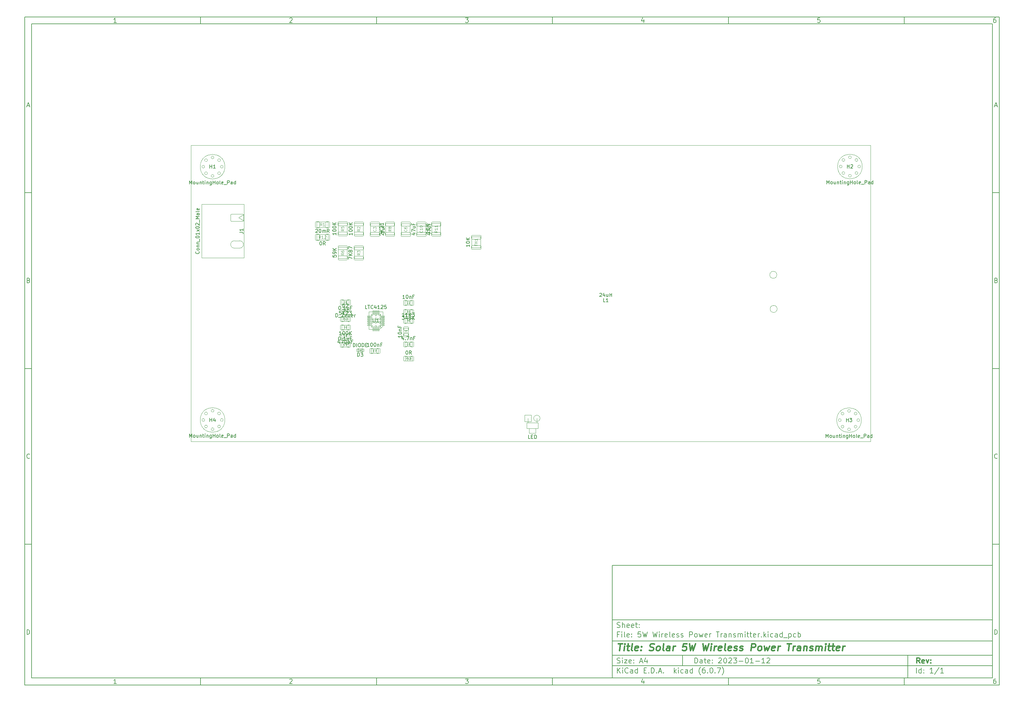
<source format=gbr>
%TF.GenerationSoftware,KiCad,Pcbnew,(6.0.7)*%
%TF.CreationDate,2023-01-12T19:17:08+03:00*%
%TF.ProjectId,5W Wireless Power Transmitter,35572057-6972-4656-9c65-737320506f77,rev?*%
%TF.SameCoordinates,Original*%
%TF.FileFunction,AssemblyDrawing,Top*%
%FSLAX46Y46*%
G04 Gerber Fmt 4.6, Leading zero omitted, Abs format (unit mm)*
G04 Created by KiCad (PCBNEW (6.0.7)) date 2023-01-12 19:17:08*
%MOMM*%
%LPD*%
G01*
G04 APERTURE LIST*
%ADD10C,0.100000*%
%ADD11C,0.150000*%
%ADD12C,0.300000*%
%ADD13C,0.400000*%
%TA.AperFunction,Profile*%
%ADD14C,0.100000*%
%TD*%
%ADD15C,0.120000*%
%ADD16C,0.080000*%
%ADD17C,0.100000*%
%TD*%
G04 APERTURE END LIST*
D10*
D11*
X177002200Y-166007200D02*
X177002200Y-198007200D01*
X285002200Y-198007200D01*
X285002200Y-166007200D01*
X177002200Y-166007200D01*
D10*
D11*
X10000000Y-10000000D02*
X10000000Y-200007200D01*
X287002200Y-200007200D01*
X287002200Y-10000000D01*
X10000000Y-10000000D01*
D10*
D11*
X12000000Y-12000000D02*
X12000000Y-198007200D01*
X285002200Y-198007200D01*
X285002200Y-12000000D01*
X12000000Y-12000000D01*
D10*
D11*
X60000000Y-12000000D02*
X60000000Y-10000000D01*
D10*
D11*
X110000000Y-12000000D02*
X110000000Y-10000000D01*
D10*
D11*
X160000000Y-12000000D02*
X160000000Y-10000000D01*
D10*
D11*
X210000000Y-12000000D02*
X210000000Y-10000000D01*
D10*
D11*
X260000000Y-12000000D02*
X260000000Y-10000000D01*
D10*
D11*
X36065476Y-11588095D02*
X35322619Y-11588095D01*
X35694047Y-11588095D02*
X35694047Y-10288095D01*
X35570238Y-10473809D01*
X35446428Y-10597619D01*
X35322619Y-10659523D01*
D10*
D11*
X85322619Y-10411904D02*
X85384523Y-10350000D01*
X85508333Y-10288095D01*
X85817857Y-10288095D01*
X85941666Y-10350000D01*
X86003571Y-10411904D01*
X86065476Y-10535714D01*
X86065476Y-10659523D01*
X86003571Y-10845238D01*
X85260714Y-11588095D01*
X86065476Y-11588095D01*
D10*
D11*
X135260714Y-10288095D02*
X136065476Y-10288095D01*
X135632142Y-10783333D01*
X135817857Y-10783333D01*
X135941666Y-10845238D01*
X136003571Y-10907142D01*
X136065476Y-11030952D01*
X136065476Y-11340476D01*
X136003571Y-11464285D01*
X135941666Y-11526190D01*
X135817857Y-11588095D01*
X135446428Y-11588095D01*
X135322619Y-11526190D01*
X135260714Y-11464285D01*
D10*
D11*
X185941666Y-10721428D02*
X185941666Y-11588095D01*
X185632142Y-10226190D02*
X185322619Y-11154761D01*
X186127380Y-11154761D01*
D10*
D11*
X236003571Y-10288095D02*
X235384523Y-10288095D01*
X235322619Y-10907142D01*
X235384523Y-10845238D01*
X235508333Y-10783333D01*
X235817857Y-10783333D01*
X235941666Y-10845238D01*
X236003571Y-10907142D01*
X236065476Y-11030952D01*
X236065476Y-11340476D01*
X236003571Y-11464285D01*
X235941666Y-11526190D01*
X235817857Y-11588095D01*
X235508333Y-11588095D01*
X235384523Y-11526190D01*
X235322619Y-11464285D01*
D10*
D11*
X285941666Y-10288095D02*
X285694047Y-10288095D01*
X285570238Y-10350000D01*
X285508333Y-10411904D01*
X285384523Y-10597619D01*
X285322619Y-10845238D01*
X285322619Y-11340476D01*
X285384523Y-11464285D01*
X285446428Y-11526190D01*
X285570238Y-11588095D01*
X285817857Y-11588095D01*
X285941666Y-11526190D01*
X286003571Y-11464285D01*
X286065476Y-11340476D01*
X286065476Y-11030952D01*
X286003571Y-10907142D01*
X285941666Y-10845238D01*
X285817857Y-10783333D01*
X285570238Y-10783333D01*
X285446428Y-10845238D01*
X285384523Y-10907142D01*
X285322619Y-11030952D01*
D10*
D11*
X60000000Y-198007200D02*
X60000000Y-200007200D01*
D10*
D11*
X110000000Y-198007200D02*
X110000000Y-200007200D01*
D10*
D11*
X160000000Y-198007200D02*
X160000000Y-200007200D01*
D10*
D11*
X210000000Y-198007200D02*
X210000000Y-200007200D01*
D10*
D11*
X260000000Y-198007200D02*
X260000000Y-200007200D01*
D10*
D11*
X36065476Y-199595295D02*
X35322619Y-199595295D01*
X35694047Y-199595295D02*
X35694047Y-198295295D01*
X35570238Y-198481009D01*
X35446428Y-198604819D01*
X35322619Y-198666723D01*
D10*
D11*
X85322619Y-198419104D02*
X85384523Y-198357200D01*
X85508333Y-198295295D01*
X85817857Y-198295295D01*
X85941666Y-198357200D01*
X86003571Y-198419104D01*
X86065476Y-198542914D01*
X86065476Y-198666723D01*
X86003571Y-198852438D01*
X85260714Y-199595295D01*
X86065476Y-199595295D01*
D10*
D11*
X135260714Y-198295295D02*
X136065476Y-198295295D01*
X135632142Y-198790533D01*
X135817857Y-198790533D01*
X135941666Y-198852438D01*
X136003571Y-198914342D01*
X136065476Y-199038152D01*
X136065476Y-199347676D01*
X136003571Y-199471485D01*
X135941666Y-199533390D01*
X135817857Y-199595295D01*
X135446428Y-199595295D01*
X135322619Y-199533390D01*
X135260714Y-199471485D01*
D10*
D11*
X185941666Y-198728628D02*
X185941666Y-199595295D01*
X185632142Y-198233390D02*
X185322619Y-199161961D01*
X186127380Y-199161961D01*
D10*
D11*
X236003571Y-198295295D02*
X235384523Y-198295295D01*
X235322619Y-198914342D01*
X235384523Y-198852438D01*
X235508333Y-198790533D01*
X235817857Y-198790533D01*
X235941666Y-198852438D01*
X236003571Y-198914342D01*
X236065476Y-199038152D01*
X236065476Y-199347676D01*
X236003571Y-199471485D01*
X235941666Y-199533390D01*
X235817857Y-199595295D01*
X235508333Y-199595295D01*
X235384523Y-199533390D01*
X235322619Y-199471485D01*
D10*
D11*
X285941666Y-198295295D02*
X285694047Y-198295295D01*
X285570238Y-198357200D01*
X285508333Y-198419104D01*
X285384523Y-198604819D01*
X285322619Y-198852438D01*
X285322619Y-199347676D01*
X285384523Y-199471485D01*
X285446428Y-199533390D01*
X285570238Y-199595295D01*
X285817857Y-199595295D01*
X285941666Y-199533390D01*
X286003571Y-199471485D01*
X286065476Y-199347676D01*
X286065476Y-199038152D01*
X286003571Y-198914342D01*
X285941666Y-198852438D01*
X285817857Y-198790533D01*
X285570238Y-198790533D01*
X285446428Y-198852438D01*
X285384523Y-198914342D01*
X285322619Y-199038152D01*
D10*
D11*
X10000000Y-60000000D02*
X12000000Y-60000000D01*
D10*
D11*
X10000000Y-110000000D02*
X12000000Y-110000000D01*
D10*
D11*
X10000000Y-160000000D02*
X12000000Y-160000000D01*
D10*
D11*
X10690476Y-35216666D02*
X11309523Y-35216666D01*
X10566666Y-35588095D02*
X11000000Y-34288095D01*
X11433333Y-35588095D01*
D10*
D11*
X11092857Y-84907142D02*
X11278571Y-84969047D01*
X11340476Y-85030952D01*
X11402380Y-85154761D01*
X11402380Y-85340476D01*
X11340476Y-85464285D01*
X11278571Y-85526190D01*
X11154761Y-85588095D01*
X10659523Y-85588095D01*
X10659523Y-84288095D01*
X11092857Y-84288095D01*
X11216666Y-84350000D01*
X11278571Y-84411904D01*
X11340476Y-84535714D01*
X11340476Y-84659523D01*
X11278571Y-84783333D01*
X11216666Y-84845238D01*
X11092857Y-84907142D01*
X10659523Y-84907142D01*
D10*
D11*
X11402380Y-135464285D02*
X11340476Y-135526190D01*
X11154761Y-135588095D01*
X11030952Y-135588095D01*
X10845238Y-135526190D01*
X10721428Y-135402380D01*
X10659523Y-135278571D01*
X10597619Y-135030952D01*
X10597619Y-134845238D01*
X10659523Y-134597619D01*
X10721428Y-134473809D01*
X10845238Y-134350000D01*
X11030952Y-134288095D01*
X11154761Y-134288095D01*
X11340476Y-134350000D01*
X11402380Y-134411904D01*
D10*
D11*
X10659523Y-185588095D02*
X10659523Y-184288095D01*
X10969047Y-184288095D01*
X11154761Y-184350000D01*
X11278571Y-184473809D01*
X11340476Y-184597619D01*
X11402380Y-184845238D01*
X11402380Y-185030952D01*
X11340476Y-185278571D01*
X11278571Y-185402380D01*
X11154761Y-185526190D01*
X10969047Y-185588095D01*
X10659523Y-185588095D01*
D10*
D11*
X287002200Y-60000000D02*
X285002200Y-60000000D01*
D10*
D11*
X287002200Y-110000000D02*
X285002200Y-110000000D01*
D10*
D11*
X287002200Y-160000000D02*
X285002200Y-160000000D01*
D10*
D11*
X285692676Y-35216666D02*
X286311723Y-35216666D01*
X285568866Y-35588095D02*
X286002200Y-34288095D01*
X286435533Y-35588095D01*
D10*
D11*
X286095057Y-84907142D02*
X286280771Y-84969047D01*
X286342676Y-85030952D01*
X286404580Y-85154761D01*
X286404580Y-85340476D01*
X286342676Y-85464285D01*
X286280771Y-85526190D01*
X286156961Y-85588095D01*
X285661723Y-85588095D01*
X285661723Y-84288095D01*
X286095057Y-84288095D01*
X286218866Y-84350000D01*
X286280771Y-84411904D01*
X286342676Y-84535714D01*
X286342676Y-84659523D01*
X286280771Y-84783333D01*
X286218866Y-84845238D01*
X286095057Y-84907142D01*
X285661723Y-84907142D01*
D10*
D11*
X286404580Y-135464285D02*
X286342676Y-135526190D01*
X286156961Y-135588095D01*
X286033152Y-135588095D01*
X285847438Y-135526190D01*
X285723628Y-135402380D01*
X285661723Y-135278571D01*
X285599819Y-135030952D01*
X285599819Y-134845238D01*
X285661723Y-134597619D01*
X285723628Y-134473809D01*
X285847438Y-134350000D01*
X286033152Y-134288095D01*
X286156961Y-134288095D01*
X286342676Y-134350000D01*
X286404580Y-134411904D01*
D10*
D11*
X285661723Y-185588095D02*
X285661723Y-184288095D01*
X285971247Y-184288095D01*
X286156961Y-184350000D01*
X286280771Y-184473809D01*
X286342676Y-184597619D01*
X286404580Y-184845238D01*
X286404580Y-185030952D01*
X286342676Y-185278571D01*
X286280771Y-185402380D01*
X286156961Y-185526190D01*
X285971247Y-185588095D01*
X285661723Y-185588095D01*
D10*
D11*
X200434342Y-193785771D02*
X200434342Y-192285771D01*
X200791485Y-192285771D01*
X201005771Y-192357200D01*
X201148628Y-192500057D01*
X201220057Y-192642914D01*
X201291485Y-192928628D01*
X201291485Y-193142914D01*
X201220057Y-193428628D01*
X201148628Y-193571485D01*
X201005771Y-193714342D01*
X200791485Y-193785771D01*
X200434342Y-193785771D01*
X202577200Y-193785771D02*
X202577200Y-193000057D01*
X202505771Y-192857200D01*
X202362914Y-192785771D01*
X202077200Y-192785771D01*
X201934342Y-192857200D01*
X202577200Y-193714342D02*
X202434342Y-193785771D01*
X202077200Y-193785771D01*
X201934342Y-193714342D01*
X201862914Y-193571485D01*
X201862914Y-193428628D01*
X201934342Y-193285771D01*
X202077200Y-193214342D01*
X202434342Y-193214342D01*
X202577200Y-193142914D01*
X203077200Y-192785771D02*
X203648628Y-192785771D01*
X203291485Y-192285771D02*
X203291485Y-193571485D01*
X203362914Y-193714342D01*
X203505771Y-193785771D01*
X203648628Y-193785771D01*
X204720057Y-193714342D02*
X204577200Y-193785771D01*
X204291485Y-193785771D01*
X204148628Y-193714342D01*
X204077200Y-193571485D01*
X204077200Y-193000057D01*
X204148628Y-192857200D01*
X204291485Y-192785771D01*
X204577200Y-192785771D01*
X204720057Y-192857200D01*
X204791485Y-193000057D01*
X204791485Y-193142914D01*
X204077200Y-193285771D01*
X205434342Y-193642914D02*
X205505771Y-193714342D01*
X205434342Y-193785771D01*
X205362914Y-193714342D01*
X205434342Y-193642914D01*
X205434342Y-193785771D01*
X205434342Y-192857200D02*
X205505771Y-192928628D01*
X205434342Y-193000057D01*
X205362914Y-192928628D01*
X205434342Y-192857200D01*
X205434342Y-193000057D01*
X207220057Y-192428628D02*
X207291485Y-192357200D01*
X207434342Y-192285771D01*
X207791485Y-192285771D01*
X207934342Y-192357200D01*
X208005771Y-192428628D01*
X208077200Y-192571485D01*
X208077200Y-192714342D01*
X208005771Y-192928628D01*
X207148628Y-193785771D01*
X208077200Y-193785771D01*
X209005771Y-192285771D02*
X209148628Y-192285771D01*
X209291485Y-192357200D01*
X209362914Y-192428628D01*
X209434342Y-192571485D01*
X209505771Y-192857200D01*
X209505771Y-193214342D01*
X209434342Y-193500057D01*
X209362914Y-193642914D01*
X209291485Y-193714342D01*
X209148628Y-193785771D01*
X209005771Y-193785771D01*
X208862914Y-193714342D01*
X208791485Y-193642914D01*
X208720057Y-193500057D01*
X208648628Y-193214342D01*
X208648628Y-192857200D01*
X208720057Y-192571485D01*
X208791485Y-192428628D01*
X208862914Y-192357200D01*
X209005771Y-192285771D01*
X210077200Y-192428628D02*
X210148628Y-192357200D01*
X210291485Y-192285771D01*
X210648628Y-192285771D01*
X210791485Y-192357200D01*
X210862914Y-192428628D01*
X210934342Y-192571485D01*
X210934342Y-192714342D01*
X210862914Y-192928628D01*
X210005771Y-193785771D01*
X210934342Y-193785771D01*
X211434342Y-192285771D02*
X212362914Y-192285771D01*
X211862914Y-192857200D01*
X212077200Y-192857200D01*
X212220057Y-192928628D01*
X212291485Y-193000057D01*
X212362914Y-193142914D01*
X212362914Y-193500057D01*
X212291485Y-193642914D01*
X212220057Y-193714342D01*
X212077200Y-193785771D01*
X211648628Y-193785771D01*
X211505771Y-193714342D01*
X211434342Y-193642914D01*
X213005771Y-193214342D02*
X214148628Y-193214342D01*
X215148628Y-192285771D02*
X215291485Y-192285771D01*
X215434342Y-192357200D01*
X215505771Y-192428628D01*
X215577200Y-192571485D01*
X215648628Y-192857200D01*
X215648628Y-193214342D01*
X215577200Y-193500057D01*
X215505771Y-193642914D01*
X215434342Y-193714342D01*
X215291485Y-193785771D01*
X215148628Y-193785771D01*
X215005771Y-193714342D01*
X214934342Y-193642914D01*
X214862914Y-193500057D01*
X214791485Y-193214342D01*
X214791485Y-192857200D01*
X214862914Y-192571485D01*
X214934342Y-192428628D01*
X215005771Y-192357200D01*
X215148628Y-192285771D01*
X217077200Y-193785771D02*
X216220057Y-193785771D01*
X216648628Y-193785771D02*
X216648628Y-192285771D01*
X216505771Y-192500057D01*
X216362914Y-192642914D01*
X216220057Y-192714342D01*
X217720057Y-193214342D02*
X218862914Y-193214342D01*
X220362914Y-193785771D02*
X219505771Y-193785771D01*
X219934342Y-193785771D02*
X219934342Y-192285771D01*
X219791485Y-192500057D01*
X219648628Y-192642914D01*
X219505771Y-192714342D01*
X220934342Y-192428628D02*
X221005771Y-192357200D01*
X221148628Y-192285771D01*
X221505771Y-192285771D01*
X221648628Y-192357200D01*
X221720057Y-192428628D01*
X221791485Y-192571485D01*
X221791485Y-192714342D01*
X221720057Y-192928628D01*
X220862914Y-193785771D01*
X221791485Y-193785771D01*
D10*
D11*
X177002200Y-194507200D02*
X285002200Y-194507200D01*
D10*
D11*
X178434342Y-196585771D02*
X178434342Y-195085771D01*
X179291485Y-196585771D02*
X178648628Y-195728628D01*
X179291485Y-195085771D02*
X178434342Y-195942914D01*
X179934342Y-196585771D02*
X179934342Y-195585771D01*
X179934342Y-195085771D02*
X179862914Y-195157200D01*
X179934342Y-195228628D01*
X180005771Y-195157200D01*
X179934342Y-195085771D01*
X179934342Y-195228628D01*
X181505771Y-196442914D02*
X181434342Y-196514342D01*
X181220057Y-196585771D01*
X181077200Y-196585771D01*
X180862914Y-196514342D01*
X180720057Y-196371485D01*
X180648628Y-196228628D01*
X180577200Y-195942914D01*
X180577200Y-195728628D01*
X180648628Y-195442914D01*
X180720057Y-195300057D01*
X180862914Y-195157200D01*
X181077200Y-195085771D01*
X181220057Y-195085771D01*
X181434342Y-195157200D01*
X181505771Y-195228628D01*
X182791485Y-196585771D02*
X182791485Y-195800057D01*
X182720057Y-195657200D01*
X182577200Y-195585771D01*
X182291485Y-195585771D01*
X182148628Y-195657200D01*
X182791485Y-196514342D02*
X182648628Y-196585771D01*
X182291485Y-196585771D01*
X182148628Y-196514342D01*
X182077200Y-196371485D01*
X182077200Y-196228628D01*
X182148628Y-196085771D01*
X182291485Y-196014342D01*
X182648628Y-196014342D01*
X182791485Y-195942914D01*
X184148628Y-196585771D02*
X184148628Y-195085771D01*
X184148628Y-196514342D02*
X184005771Y-196585771D01*
X183720057Y-196585771D01*
X183577200Y-196514342D01*
X183505771Y-196442914D01*
X183434342Y-196300057D01*
X183434342Y-195871485D01*
X183505771Y-195728628D01*
X183577200Y-195657200D01*
X183720057Y-195585771D01*
X184005771Y-195585771D01*
X184148628Y-195657200D01*
X186005771Y-195800057D02*
X186505771Y-195800057D01*
X186720057Y-196585771D02*
X186005771Y-196585771D01*
X186005771Y-195085771D01*
X186720057Y-195085771D01*
X187362914Y-196442914D02*
X187434342Y-196514342D01*
X187362914Y-196585771D01*
X187291485Y-196514342D01*
X187362914Y-196442914D01*
X187362914Y-196585771D01*
X188077200Y-196585771D02*
X188077200Y-195085771D01*
X188434342Y-195085771D01*
X188648628Y-195157200D01*
X188791485Y-195300057D01*
X188862914Y-195442914D01*
X188934342Y-195728628D01*
X188934342Y-195942914D01*
X188862914Y-196228628D01*
X188791485Y-196371485D01*
X188648628Y-196514342D01*
X188434342Y-196585771D01*
X188077200Y-196585771D01*
X189577200Y-196442914D02*
X189648628Y-196514342D01*
X189577200Y-196585771D01*
X189505771Y-196514342D01*
X189577200Y-196442914D01*
X189577200Y-196585771D01*
X190220057Y-196157200D02*
X190934342Y-196157200D01*
X190077200Y-196585771D02*
X190577200Y-195085771D01*
X191077200Y-196585771D01*
X191577200Y-196442914D02*
X191648628Y-196514342D01*
X191577200Y-196585771D01*
X191505771Y-196514342D01*
X191577200Y-196442914D01*
X191577200Y-196585771D01*
X194577200Y-196585771D02*
X194577200Y-195085771D01*
X194720057Y-196014342D02*
X195148628Y-196585771D01*
X195148628Y-195585771D02*
X194577200Y-196157200D01*
X195791485Y-196585771D02*
X195791485Y-195585771D01*
X195791485Y-195085771D02*
X195720057Y-195157200D01*
X195791485Y-195228628D01*
X195862914Y-195157200D01*
X195791485Y-195085771D01*
X195791485Y-195228628D01*
X197148628Y-196514342D02*
X197005771Y-196585771D01*
X196720057Y-196585771D01*
X196577200Y-196514342D01*
X196505771Y-196442914D01*
X196434342Y-196300057D01*
X196434342Y-195871485D01*
X196505771Y-195728628D01*
X196577200Y-195657200D01*
X196720057Y-195585771D01*
X197005771Y-195585771D01*
X197148628Y-195657200D01*
X198434342Y-196585771D02*
X198434342Y-195800057D01*
X198362914Y-195657200D01*
X198220057Y-195585771D01*
X197934342Y-195585771D01*
X197791485Y-195657200D01*
X198434342Y-196514342D02*
X198291485Y-196585771D01*
X197934342Y-196585771D01*
X197791485Y-196514342D01*
X197720057Y-196371485D01*
X197720057Y-196228628D01*
X197791485Y-196085771D01*
X197934342Y-196014342D01*
X198291485Y-196014342D01*
X198434342Y-195942914D01*
X199791485Y-196585771D02*
X199791485Y-195085771D01*
X199791485Y-196514342D02*
X199648628Y-196585771D01*
X199362914Y-196585771D01*
X199220057Y-196514342D01*
X199148628Y-196442914D01*
X199077200Y-196300057D01*
X199077200Y-195871485D01*
X199148628Y-195728628D01*
X199220057Y-195657200D01*
X199362914Y-195585771D01*
X199648628Y-195585771D01*
X199791485Y-195657200D01*
X202077200Y-197157200D02*
X202005771Y-197085771D01*
X201862914Y-196871485D01*
X201791485Y-196728628D01*
X201720057Y-196514342D01*
X201648628Y-196157200D01*
X201648628Y-195871485D01*
X201720057Y-195514342D01*
X201791485Y-195300057D01*
X201862914Y-195157200D01*
X202005771Y-194942914D01*
X202077200Y-194871485D01*
X203291485Y-195085771D02*
X203005771Y-195085771D01*
X202862914Y-195157200D01*
X202791485Y-195228628D01*
X202648628Y-195442914D01*
X202577200Y-195728628D01*
X202577200Y-196300057D01*
X202648628Y-196442914D01*
X202720057Y-196514342D01*
X202862914Y-196585771D01*
X203148628Y-196585771D01*
X203291485Y-196514342D01*
X203362914Y-196442914D01*
X203434342Y-196300057D01*
X203434342Y-195942914D01*
X203362914Y-195800057D01*
X203291485Y-195728628D01*
X203148628Y-195657200D01*
X202862914Y-195657200D01*
X202720057Y-195728628D01*
X202648628Y-195800057D01*
X202577200Y-195942914D01*
X204077200Y-196442914D02*
X204148628Y-196514342D01*
X204077200Y-196585771D01*
X204005771Y-196514342D01*
X204077200Y-196442914D01*
X204077200Y-196585771D01*
X205077200Y-195085771D02*
X205220057Y-195085771D01*
X205362914Y-195157200D01*
X205434342Y-195228628D01*
X205505771Y-195371485D01*
X205577200Y-195657200D01*
X205577200Y-196014342D01*
X205505771Y-196300057D01*
X205434342Y-196442914D01*
X205362914Y-196514342D01*
X205220057Y-196585771D01*
X205077200Y-196585771D01*
X204934342Y-196514342D01*
X204862914Y-196442914D01*
X204791485Y-196300057D01*
X204720057Y-196014342D01*
X204720057Y-195657200D01*
X204791485Y-195371485D01*
X204862914Y-195228628D01*
X204934342Y-195157200D01*
X205077200Y-195085771D01*
X206220057Y-196442914D02*
X206291485Y-196514342D01*
X206220057Y-196585771D01*
X206148628Y-196514342D01*
X206220057Y-196442914D01*
X206220057Y-196585771D01*
X206791485Y-195085771D02*
X207791485Y-195085771D01*
X207148628Y-196585771D01*
X208220057Y-197157200D02*
X208291485Y-197085771D01*
X208434342Y-196871485D01*
X208505771Y-196728628D01*
X208577200Y-196514342D01*
X208648628Y-196157200D01*
X208648628Y-195871485D01*
X208577200Y-195514342D01*
X208505771Y-195300057D01*
X208434342Y-195157200D01*
X208291485Y-194942914D01*
X208220057Y-194871485D01*
D10*
D11*
X177002200Y-191507200D02*
X285002200Y-191507200D01*
D10*
D12*
X264411485Y-193785771D02*
X263911485Y-193071485D01*
X263554342Y-193785771D02*
X263554342Y-192285771D01*
X264125771Y-192285771D01*
X264268628Y-192357200D01*
X264340057Y-192428628D01*
X264411485Y-192571485D01*
X264411485Y-192785771D01*
X264340057Y-192928628D01*
X264268628Y-193000057D01*
X264125771Y-193071485D01*
X263554342Y-193071485D01*
X265625771Y-193714342D02*
X265482914Y-193785771D01*
X265197200Y-193785771D01*
X265054342Y-193714342D01*
X264982914Y-193571485D01*
X264982914Y-193000057D01*
X265054342Y-192857200D01*
X265197200Y-192785771D01*
X265482914Y-192785771D01*
X265625771Y-192857200D01*
X265697200Y-193000057D01*
X265697200Y-193142914D01*
X264982914Y-193285771D01*
X266197200Y-192785771D02*
X266554342Y-193785771D01*
X266911485Y-192785771D01*
X267482914Y-193642914D02*
X267554342Y-193714342D01*
X267482914Y-193785771D01*
X267411485Y-193714342D01*
X267482914Y-193642914D01*
X267482914Y-193785771D01*
X267482914Y-192857200D02*
X267554342Y-192928628D01*
X267482914Y-193000057D01*
X267411485Y-192928628D01*
X267482914Y-192857200D01*
X267482914Y-193000057D01*
D10*
D11*
X178362914Y-193714342D02*
X178577200Y-193785771D01*
X178934342Y-193785771D01*
X179077200Y-193714342D01*
X179148628Y-193642914D01*
X179220057Y-193500057D01*
X179220057Y-193357200D01*
X179148628Y-193214342D01*
X179077200Y-193142914D01*
X178934342Y-193071485D01*
X178648628Y-193000057D01*
X178505771Y-192928628D01*
X178434342Y-192857200D01*
X178362914Y-192714342D01*
X178362914Y-192571485D01*
X178434342Y-192428628D01*
X178505771Y-192357200D01*
X178648628Y-192285771D01*
X179005771Y-192285771D01*
X179220057Y-192357200D01*
X179862914Y-193785771D02*
X179862914Y-192785771D01*
X179862914Y-192285771D02*
X179791485Y-192357200D01*
X179862914Y-192428628D01*
X179934342Y-192357200D01*
X179862914Y-192285771D01*
X179862914Y-192428628D01*
X180434342Y-192785771D02*
X181220057Y-192785771D01*
X180434342Y-193785771D01*
X181220057Y-193785771D01*
X182362914Y-193714342D02*
X182220057Y-193785771D01*
X181934342Y-193785771D01*
X181791485Y-193714342D01*
X181720057Y-193571485D01*
X181720057Y-193000057D01*
X181791485Y-192857200D01*
X181934342Y-192785771D01*
X182220057Y-192785771D01*
X182362914Y-192857200D01*
X182434342Y-193000057D01*
X182434342Y-193142914D01*
X181720057Y-193285771D01*
X183077200Y-193642914D02*
X183148628Y-193714342D01*
X183077200Y-193785771D01*
X183005771Y-193714342D01*
X183077200Y-193642914D01*
X183077200Y-193785771D01*
X183077200Y-192857200D02*
X183148628Y-192928628D01*
X183077200Y-193000057D01*
X183005771Y-192928628D01*
X183077200Y-192857200D01*
X183077200Y-193000057D01*
X184862914Y-193357200D02*
X185577200Y-193357200D01*
X184720057Y-193785771D02*
X185220057Y-192285771D01*
X185720057Y-193785771D01*
X186862914Y-192785771D02*
X186862914Y-193785771D01*
X186505771Y-192214342D02*
X186148628Y-193285771D01*
X187077200Y-193285771D01*
D10*
D11*
X263434342Y-196585771D02*
X263434342Y-195085771D01*
X264791485Y-196585771D02*
X264791485Y-195085771D01*
X264791485Y-196514342D02*
X264648628Y-196585771D01*
X264362914Y-196585771D01*
X264220057Y-196514342D01*
X264148628Y-196442914D01*
X264077200Y-196300057D01*
X264077200Y-195871485D01*
X264148628Y-195728628D01*
X264220057Y-195657200D01*
X264362914Y-195585771D01*
X264648628Y-195585771D01*
X264791485Y-195657200D01*
X265505771Y-196442914D02*
X265577200Y-196514342D01*
X265505771Y-196585771D01*
X265434342Y-196514342D01*
X265505771Y-196442914D01*
X265505771Y-196585771D01*
X265505771Y-195657200D02*
X265577200Y-195728628D01*
X265505771Y-195800057D01*
X265434342Y-195728628D01*
X265505771Y-195657200D01*
X265505771Y-195800057D01*
X268148628Y-196585771D02*
X267291485Y-196585771D01*
X267720057Y-196585771D02*
X267720057Y-195085771D01*
X267577200Y-195300057D01*
X267434342Y-195442914D01*
X267291485Y-195514342D01*
X269862914Y-195014342D02*
X268577200Y-196942914D01*
X271148628Y-196585771D02*
X270291485Y-196585771D01*
X270720057Y-196585771D02*
X270720057Y-195085771D01*
X270577200Y-195300057D01*
X270434342Y-195442914D01*
X270291485Y-195514342D01*
D10*
D11*
X177002200Y-187507200D02*
X285002200Y-187507200D01*
D10*
D13*
X178714580Y-188211961D02*
X179857438Y-188211961D01*
X179036009Y-190211961D02*
X179286009Y-188211961D01*
X180274104Y-190211961D02*
X180440771Y-188878628D01*
X180524104Y-188211961D02*
X180416961Y-188307200D01*
X180500295Y-188402438D01*
X180607438Y-188307200D01*
X180524104Y-188211961D01*
X180500295Y-188402438D01*
X181107438Y-188878628D02*
X181869342Y-188878628D01*
X181476485Y-188211961D02*
X181262200Y-189926247D01*
X181333628Y-190116723D01*
X181512200Y-190211961D01*
X181702676Y-190211961D01*
X182655057Y-190211961D02*
X182476485Y-190116723D01*
X182405057Y-189926247D01*
X182619342Y-188211961D01*
X184190771Y-190116723D02*
X183988390Y-190211961D01*
X183607438Y-190211961D01*
X183428866Y-190116723D01*
X183357438Y-189926247D01*
X183452676Y-189164342D01*
X183571723Y-188973866D01*
X183774104Y-188878628D01*
X184155057Y-188878628D01*
X184333628Y-188973866D01*
X184405057Y-189164342D01*
X184381247Y-189354819D01*
X183405057Y-189545295D01*
X185155057Y-190021485D02*
X185238390Y-190116723D01*
X185131247Y-190211961D01*
X185047914Y-190116723D01*
X185155057Y-190021485D01*
X185131247Y-190211961D01*
X185286009Y-188973866D02*
X185369342Y-189069104D01*
X185262200Y-189164342D01*
X185178866Y-189069104D01*
X185286009Y-188973866D01*
X185262200Y-189164342D01*
X187524104Y-190116723D02*
X187797914Y-190211961D01*
X188274104Y-190211961D01*
X188476485Y-190116723D01*
X188583628Y-190021485D01*
X188702676Y-189831009D01*
X188726485Y-189640533D01*
X188655057Y-189450057D01*
X188571723Y-189354819D01*
X188393152Y-189259580D01*
X188024104Y-189164342D01*
X187845533Y-189069104D01*
X187762200Y-188973866D01*
X187690771Y-188783390D01*
X187714580Y-188592914D01*
X187833628Y-188402438D01*
X187940771Y-188307200D01*
X188143152Y-188211961D01*
X188619342Y-188211961D01*
X188893152Y-188307200D01*
X189797914Y-190211961D02*
X189619342Y-190116723D01*
X189536009Y-190021485D01*
X189464580Y-189831009D01*
X189536009Y-189259580D01*
X189655057Y-189069104D01*
X189762200Y-188973866D01*
X189964580Y-188878628D01*
X190250295Y-188878628D01*
X190428866Y-188973866D01*
X190512200Y-189069104D01*
X190583628Y-189259580D01*
X190512200Y-189831009D01*
X190393152Y-190021485D01*
X190286009Y-190116723D01*
X190083628Y-190211961D01*
X189797914Y-190211961D01*
X191607438Y-190211961D02*
X191428866Y-190116723D01*
X191357438Y-189926247D01*
X191571723Y-188211961D01*
X193226485Y-190211961D02*
X193357438Y-189164342D01*
X193286009Y-188973866D01*
X193107438Y-188878628D01*
X192726485Y-188878628D01*
X192524104Y-188973866D01*
X193238390Y-190116723D02*
X193036009Y-190211961D01*
X192559819Y-190211961D01*
X192381247Y-190116723D01*
X192309819Y-189926247D01*
X192333628Y-189735771D01*
X192452676Y-189545295D01*
X192655057Y-189450057D01*
X193131247Y-189450057D01*
X193333628Y-189354819D01*
X194178866Y-190211961D02*
X194345533Y-188878628D01*
X194297914Y-189259580D02*
X194416961Y-189069104D01*
X194524104Y-188973866D01*
X194726485Y-188878628D01*
X194916961Y-188878628D01*
X198143152Y-188211961D02*
X197190771Y-188211961D01*
X196976485Y-189164342D01*
X197083628Y-189069104D01*
X197286009Y-188973866D01*
X197762200Y-188973866D01*
X197940771Y-189069104D01*
X198024104Y-189164342D01*
X198095533Y-189354819D01*
X198036009Y-189831009D01*
X197916961Y-190021485D01*
X197809819Y-190116723D01*
X197607438Y-190211961D01*
X197131247Y-190211961D01*
X196952676Y-190116723D01*
X196869342Y-190021485D01*
X198905057Y-188211961D02*
X199131247Y-190211961D01*
X199690771Y-188783390D01*
X199893152Y-190211961D01*
X200619342Y-188211961D01*
X202714580Y-188211961D02*
X202940771Y-190211961D01*
X203500295Y-188783390D01*
X203702676Y-190211961D01*
X204428866Y-188211961D01*
X204940771Y-190211961D02*
X205107438Y-188878628D01*
X205190771Y-188211961D02*
X205083628Y-188307200D01*
X205166961Y-188402438D01*
X205274104Y-188307200D01*
X205190771Y-188211961D01*
X205166961Y-188402438D01*
X205893152Y-190211961D02*
X206059819Y-188878628D01*
X206012200Y-189259580D02*
X206131247Y-189069104D01*
X206238390Y-188973866D01*
X206440771Y-188878628D01*
X206631247Y-188878628D01*
X207905057Y-190116723D02*
X207702676Y-190211961D01*
X207321723Y-190211961D01*
X207143152Y-190116723D01*
X207071723Y-189926247D01*
X207166961Y-189164342D01*
X207286009Y-188973866D01*
X207488390Y-188878628D01*
X207869342Y-188878628D01*
X208047914Y-188973866D01*
X208119342Y-189164342D01*
X208095533Y-189354819D01*
X207119342Y-189545295D01*
X209131247Y-190211961D02*
X208952676Y-190116723D01*
X208881247Y-189926247D01*
X209095533Y-188211961D01*
X210666961Y-190116723D02*
X210464580Y-190211961D01*
X210083628Y-190211961D01*
X209905057Y-190116723D01*
X209833628Y-189926247D01*
X209928866Y-189164342D01*
X210047914Y-188973866D01*
X210250295Y-188878628D01*
X210631247Y-188878628D01*
X210809819Y-188973866D01*
X210881247Y-189164342D01*
X210857438Y-189354819D01*
X209881247Y-189545295D01*
X211524104Y-190116723D02*
X211702676Y-190211961D01*
X212083628Y-190211961D01*
X212286009Y-190116723D01*
X212405057Y-189926247D01*
X212416961Y-189831009D01*
X212345533Y-189640533D01*
X212166961Y-189545295D01*
X211881247Y-189545295D01*
X211702676Y-189450057D01*
X211631247Y-189259580D01*
X211643152Y-189164342D01*
X211762200Y-188973866D01*
X211964580Y-188878628D01*
X212250295Y-188878628D01*
X212428866Y-188973866D01*
X213143152Y-190116723D02*
X213321723Y-190211961D01*
X213702676Y-190211961D01*
X213905057Y-190116723D01*
X214024104Y-189926247D01*
X214036009Y-189831009D01*
X213964580Y-189640533D01*
X213786009Y-189545295D01*
X213500295Y-189545295D01*
X213321723Y-189450057D01*
X213250295Y-189259580D01*
X213262200Y-189164342D01*
X213381247Y-188973866D01*
X213583628Y-188878628D01*
X213869342Y-188878628D01*
X214047914Y-188973866D01*
X216369342Y-190211961D02*
X216619342Y-188211961D01*
X217381247Y-188211961D01*
X217559819Y-188307200D01*
X217643152Y-188402438D01*
X217714580Y-188592914D01*
X217678866Y-188878628D01*
X217559819Y-189069104D01*
X217452676Y-189164342D01*
X217250295Y-189259580D01*
X216488390Y-189259580D01*
X218655057Y-190211961D02*
X218476485Y-190116723D01*
X218393152Y-190021485D01*
X218321723Y-189831009D01*
X218393152Y-189259580D01*
X218512200Y-189069104D01*
X218619342Y-188973866D01*
X218821723Y-188878628D01*
X219107438Y-188878628D01*
X219286009Y-188973866D01*
X219369342Y-189069104D01*
X219440771Y-189259580D01*
X219369342Y-189831009D01*
X219250295Y-190021485D01*
X219143152Y-190116723D01*
X218940771Y-190211961D01*
X218655057Y-190211961D01*
X220155057Y-188878628D02*
X220369342Y-190211961D01*
X220869342Y-189259580D01*
X221131247Y-190211961D01*
X221678866Y-188878628D01*
X223047914Y-190116723D02*
X222845533Y-190211961D01*
X222464580Y-190211961D01*
X222286009Y-190116723D01*
X222214580Y-189926247D01*
X222309819Y-189164342D01*
X222428866Y-188973866D01*
X222631247Y-188878628D01*
X223012200Y-188878628D01*
X223190771Y-188973866D01*
X223262200Y-189164342D01*
X223238390Y-189354819D01*
X222262200Y-189545295D01*
X223988390Y-190211961D02*
X224155057Y-188878628D01*
X224107438Y-189259580D02*
X224226485Y-189069104D01*
X224333628Y-188973866D01*
X224536009Y-188878628D01*
X224726485Y-188878628D01*
X226714580Y-188211961D02*
X227857438Y-188211961D01*
X227036009Y-190211961D02*
X227286009Y-188211961D01*
X228274104Y-190211961D02*
X228440771Y-188878628D01*
X228393152Y-189259580D02*
X228512200Y-189069104D01*
X228619342Y-188973866D01*
X228821723Y-188878628D01*
X229012200Y-188878628D01*
X230369342Y-190211961D02*
X230500295Y-189164342D01*
X230428866Y-188973866D01*
X230250295Y-188878628D01*
X229869342Y-188878628D01*
X229666961Y-188973866D01*
X230381247Y-190116723D02*
X230178866Y-190211961D01*
X229702676Y-190211961D01*
X229524104Y-190116723D01*
X229452676Y-189926247D01*
X229476485Y-189735771D01*
X229595533Y-189545295D01*
X229797914Y-189450057D01*
X230274104Y-189450057D01*
X230476485Y-189354819D01*
X231488390Y-188878628D02*
X231321723Y-190211961D01*
X231464580Y-189069104D02*
X231571723Y-188973866D01*
X231774104Y-188878628D01*
X232059819Y-188878628D01*
X232238390Y-188973866D01*
X232309819Y-189164342D01*
X232178866Y-190211961D01*
X233047914Y-190116723D02*
X233226485Y-190211961D01*
X233607438Y-190211961D01*
X233809819Y-190116723D01*
X233928866Y-189926247D01*
X233940771Y-189831009D01*
X233869342Y-189640533D01*
X233690771Y-189545295D01*
X233405057Y-189545295D01*
X233226485Y-189450057D01*
X233155057Y-189259580D01*
X233166961Y-189164342D01*
X233286009Y-188973866D01*
X233488390Y-188878628D01*
X233774104Y-188878628D01*
X233952676Y-188973866D01*
X234750295Y-190211961D02*
X234916961Y-188878628D01*
X234893152Y-189069104D02*
X235000295Y-188973866D01*
X235202676Y-188878628D01*
X235488390Y-188878628D01*
X235666961Y-188973866D01*
X235738390Y-189164342D01*
X235607438Y-190211961D01*
X235738390Y-189164342D02*
X235857438Y-188973866D01*
X236059819Y-188878628D01*
X236345533Y-188878628D01*
X236524104Y-188973866D01*
X236595533Y-189164342D01*
X236464580Y-190211961D01*
X237416961Y-190211961D02*
X237583628Y-188878628D01*
X237666961Y-188211961D02*
X237559819Y-188307200D01*
X237643152Y-188402438D01*
X237750295Y-188307200D01*
X237666961Y-188211961D01*
X237643152Y-188402438D01*
X238250295Y-188878628D02*
X239012200Y-188878628D01*
X238619342Y-188211961D02*
X238405057Y-189926247D01*
X238476485Y-190116723D01*
X238655057Y-190211961D01*
X238845533Y-190211961D01*
X239393152Y-188878628D02*
X240155057Y-188878628D01*
X239762200Y-188211961D02*
X239547914Y-189926247D01*
X239619342Y-190116723D01*
X239797914Y-190211961D01*
X239988390Y-190211961D01*
X241428866Y-190116723D02*
X241226485Y-190211961D01*
X240845533Y-190211961D01*
X240666961Y-190116723D01*
X240595533Y-189926247D01*
X240690771Y-189164342D01*
X240809819Y-188973866D01*
X241012199Y-188878628D01*
X241393152Y-188878628D01*
X241571723Y-188973866D01*
X241643152Y-189164342D01*
X241619342Y-189354819D01*
X240643152Y-189545295D01*
X242369342Y-190211961D02*
X242536009Y-188878628D01*
X242488390Y-189259580D02*
X242607438Y-189069104D01*
X242714580Y-188973866D01*
X242916961Y-188878628D01*
X243107438Y-188878628D01*
D10*
D11*
X178934342Y-185600057D02*
X178434342Y-185600057D01*
X178434342Y-186385771D02*
X178434342Y-184885771D01*
X179148628Y-184885771D01*
X179720057Y-186385771D02*
X179720057Y-185385771D01*
X179720057Y-184885771D02*
X179648628Y-184957200D01*
X179720057Y-185028628D01*
X179791485Y-184957200D01*
X179720057Y-184885771D01*
X179720057Y-185028628D01*
X180648628Y-186385771D02*
X180505771Y-186314342D01*
X180434342Y-186171485D01*
X180434342Y-184885771D01*
X181791485Y-186314342D02*
X181648628Y-186385771D01*
X181362914Y-186385771D01*
X181220057Y-186314342D01*
X181148628Y-186171485D01*
X181148628Y-185600057D01*
X181220057Y-185457200D01*
X181362914Y-185385771D01*
X181648628Y-185385771D01*
X181791485Y-185457200D01*
X181862914Y-185600057D01*
X181862914Y-185742914D01*
X181148628Y-185885771D01*
X182505771Y-186242914D02*
X182577200Y-186314342D01*
X182505771Y-186385771D01*
X182434342Y-186314342D01*
X182505771Y-186242914D01*
X182505771Y-186385771D01*
X182505771Y-185457200D02*
X182577200Y-185528628D01*
X182505771Y-185600057D01*
X182434342Y-185528628D01*
X182505771Y-185457200D01*
X182505771Y-185600057D01*
X185077200Y-184885771D02*
X184362914Y-184885771D01*
X184291485Y-185600057D01*
X184362914Y-185528628D01*
X184505771Y-185457200D01*
X184862914Y-185457200D01*
X185005771Y-185528628D01*
X185077200Y-185600057D01*
X185148628Y-185742914D01*
X185148628Y-186100057D01*
X185077200Y-186242914D01*
X185005771Y-186314342D01*
X184862914Y-186385771D01*
X184505771Y-186385771D01*
X184362914Y-186314342D01*
X184291485Y-186242914D01*
X185648628Y-184885771D02*
X186005771Y-186385771D01*
X186291485Y-185314342D01*
X186577200Y-186385771D01*
X186934342Y-184885771D01*
X188505771Y-184885771D02*
X188862914Y-186385771D01*
X189148628Y-185314342D01*
X189434342Y-186385771D01*
X189791485Y-184885771D01*
X190362914Y-186385771D02*
X190362914Y-185385771D01*
X190362914Y-184885771D02*
X190291485Y-184957200D01*
X190362914Y-185028628D01*
X190434342Y-184957200D01*
X190362914Y-184885771D01*
X190362914Y-185028628D01*
X191077200Y-186385771D02*
X191077200Y-185385771D01*
X191077200Y-185671485D02*
X191148628Y-185528628D01*
X191220057Y-185457200D01*
X191362914Y-185385771D01*
X191505771Y-185385771D01*
X192577200Y-186314342D02*
X192434342Y-186385771D01*
X192148628Y-186385771D01*
X192005771Y-186314342D01*
X191934342Y-186171485D01*
X191934342Y-185600057D01*
X192005771Y-185457200D01*
X192148628Y-185385771D01*
X192434342Y-185385771D01*
X192577200Y-185457200D01*
X192648628Y-185600057D01*
X192648628Y-185742914D01*
X191934342Y-185885771D01*
X193505771Y-186385771D02*
X193362914Y-186314342D01*
X193291485Y-186171485D01*
X193291485Y-184885771D01*
X194648628Y-186314342D02*
X194505771Y-186385771D01*
X194220057Y-186385771D01*
X194077200Y-186314342D01*
X194005771Y-186171485D01*
X194005771Y-185600057D01*
X194077200Y-185457200D01*
X194220057Y-185385771D01*
X194505771Y-185385771D01*
X194648628Y-185457200D01*
X194720057Y-185600057D01*
X194720057Y-185742914D01*
X194005771Y-185885771D01*
X195291485Y-186314342D02*
X195434342Y-186385771D01*
X195720057Y-186385771D01*
X195862914Y-186314342D01*
X195934342Y-186171485D01*
X195934342Y-186100057D01*
X195862914Y-185957200D01*
X195720057Y-185885771D01*
X195505771Y-185885771D01*
X195362914Y-185814342D01*
X195291485Y-185671485D01*
X195291485Y-185600057D01*
X195362914Y-185457200D01*
X195505771Y-185385771D01*
X195720057Y-185385771D01*
X195862914Y-185457200D01*
X196505771Y-186314342D02*
X196648628Y-186385771D01*
X196934342Y-186385771D01*
X197077200Y-186314342D01*
X197148628Y-186171485D01*
X197148628Y-186100057D01*
X197077200Y-185957200D01*
X196934342Y-185885771D01*
X196720057Y-185885771D01*
X196577200Y-185814342D01*
X196505771Y-185671485D01*
X196505771Y-185600057D01*
X196577200Y-185457200D01*
X196720057Y-185385771D01*
X196934342Y-185385771D01*
X197077200Y-185457200D01*
X198934342Y-186385771D02*
X198934342Y-184885771D01*
X199505771Y-184885771D01*
X199648628Y-184957200D01*
X199720057Y-185028628D01*
X199791485Y-185171485D01*
X199791485Y-185385771D01*
X199720057Y-185528628D01*
X199648628Y-185600057D01*
X199505771Y-185671485D01*
X198934342Y-185671485D01*
X200648628Y-186385771D02*
X200505771Y-186314342D01*
X200434342Y-186242914D01*
X200362914Y-186100057D01*
X200362914Y-185671485D01*
X200434342Y-185528628D01*
X200505771Y-185457200D01*
X200648628Y-185385771D01*
X200862914Y-185385771D01*
X201005771Y-185457200D01*
X201077200Y-185528628D01*
X201148628Y-185671485D01*
X201148628Y-186100057D01*
X201077200Y-186242914D01*
X201005771Y-186314342D01*
X200862914Y-186385771D01*
X200648628Y-186385771D01*
X201648628Y-185385771D02*
X201934342Y-186385771D01*
X202220057Y-185671485D01*
X202505771Y-186385771D01*
X202791485Y-185385771D01*
X203934342Y-186314342D02*
X203791485Y-186385771D01*
X203505771Y-186385771D01*
X203362914Y-186314342D01*
X203291485Y-186171485D01*
X203291485Y-185600057D01*
X203362914Y-185457200D01*
X203505771Y-185385771D01*
X203791485Y-185385771D01*
X203934342Y-185457200D01*
X204005771Y-185600057D01*
X204005771Y-185742914D01*
X203291485Y-185885771D01*
X204648628Y-186385771D02*
X204648628Y-185385771D01*
X204648628Y-185671485D02*
X204720057Y-185528628D01*
X204791485Y-185457200D01*
X204934342Y-185385771D01*
X205077200Y-185385771D01*
X206505771Y-184885771D02*
X207362914Y-184885771D01*
X206934342Y-186385771D02*
X206934342Y-184885771D01*
X207862914Y-186385771D02*
X207862914Y-185385771D01*
X207862914Y-185671485D02*
X207934342Y-185528628D01*
X208005771Y-185457200D01*
X208148628Y-185385771D01*
X208291485Y-185385771D01*
X209434342Y-186385771D02*
X209434342Y-185600057D01*
X209362914Y-185457200D01*
X209220057Y-185385771D01*
X208934342Y-185385771D01*
X208791485Y-185457200D01*
X209434342Y-186314342D02*
X209291485Y-186385771D01*
X208934342Y-186385771D01*
X208791485Y-186314342D01*
X208720057Y-186171485D01*
X208720057Y-186028628D01*
X208791485Y-185885771D01*
X208934342Y-185814342D01*
X209291485Y-185814342D01*
X209434342Y-185742914D01*
X210148628Y-185385771D02*
X210148628Y-186385771D01*
X210148628Y-185528628D02*
X210220057Y-185457200D01*
X210362914Y-185385771D01*
X210577200Y-185385771D01*
X210720057Y-185457200D01*
X210791485Y-185600057D01*
X210791485Y-186385771D01*
X211434342Y-186314342D02*
X211577200Y-186385771D01*
X211862914Y-186385771D01*
X212005771Y-186314342D01*
X212077200Y-186171485D01*
X212077200Y-186100057D01*
X212005771Y-185957200D01*
X211862914Y-185885771D01*
X211648628Y-185885771D01*
X211505771Y-185814342D01*
X211434342Y-185671485D01*
X211434342Y-185600057D01*
X211505771Y-185457200D01*
X211648628Y-185385771D01*
X211862914Y-185385771D01*
X212005771Y-185457200D01*
X212720057Y-186385771D02*
X212720057Y-185385771D01*
X212720057Y-185528628D02*
X212791485Y-185457200D01*
X212934342Y-185385771D01*
X213148628Y-185385771D01*
X213291485Y-185457200D01*
X213362914Y-185600057D01*
X213362914Y-186385771D01*
X213362914Y-185600057D02*
X213434342Y-185457200D01*
X213577200Y-185385771D01*
X213791485Y-185385771D01*
X213934342Y-185457200D01*
X214005771Y-185600057D01*
X214005771Y-186385771D01*
X214720057Y-186385771D02*
X214720057Y-185385771D01*
X214720057Y-184885771D02*
X214648628Y-184957200D01*
X214720057Y-185028628D01*
X214791485Y-184957200D01*
X214720057Y-184885771D01*
X214720057Y-185028628D01*
X215220057Y-185385771D02*
X215791485Y-185385771D01*
X215434342Y-184885771D02*
X215434342Y-186171485D01*
X215505771Y-186314342D01*
X215648628Y-186385771D01*
X215791485Y-186385771D01*
X216077200Y-185385771D02*
X216648628Y-185385771D01*
X216291485Y-184885771D02*
X216291485Y-186171485D01*
X216362914Y-186314342D01*
X216505771Y-186385771D01*
X216648628Y-186385771D01*
X217720057Y-186314342D02*
X217577200Y-186385771D01*
X217291485Y-186385771D01*
X217148628Y-186314342D01*
X217077200Y-186171485D01*
X217077200Y-185600057D01*
X217148628Y-185457200D01*
X217291485Y-185385771D01*
X217577200Y-185385771D01*
X217720057Y-185457200D01*
X217791485Y-185600057D01*
X217791485Y-185742914D01*
X217077200Y-185885771D01*
X218434342Y-186385771D02*
X218434342Y-185385771D01*
X218434342Y-185671485D02*
X218505771Y-185528628D01*
X218577200Y-185457200D01*
X218720057Y-185385771D01*
X218862914Y-185385771D01*
X219362914Y-186242914D02*
X219434342Y-186314342D01*
X219362914Y-186385771D01*
X219291485Y-186314342D01*
X219362914Y-186242914D01*
X219362914Y-186385771D01*
X220077200Y-186385771D02*
X220077200Y-184885771D01*
X220220057Y-185814342D02*
X220648628Y-186385771D01*
X220648628Y-185385771D02*
X220077200Y-185957200D01*
X221291485Y-186385771D02*
X221291485Y-185385771D01*
X221291485Y-184885771D02*
X221220057Y-184957200D01*
X221291485Y-185028628D01*
X221362914Y-184957200D01*
X221291485Y-184885771D01*
X221291485Y-185028628D01*
X222648628Y-186314342D02*
X222505771Y-186385771D01*
X222220057Y-186385771D01*
X222077200Y-186314342D01*
X222005771Y-186242914D01*
X221934342Y-186100057D01*
X221934342Y-185671485D01*
X222005771Y-185528628D01*
X222077200Y-185457200D01*
X222220057Y-185385771D01*
X222505771Y-185385771D01*
X222648628Y-185457200D01*
X223934342Y-186385771D02*
X223934342Y-185600057D01*
X223862914Y-185457200D01*
X223720057Y-185385771D01*
X223434342Y-185385771D01*
X223291485Y-185457200D01*
X223934342Y-186314342D02*
X223791485Y-186385771D01*
X223434342Y-186385771D01*
X223291485Y-186314342D01*
X223220057Y-186171485D01*
X223220057Y-186028628D01*
X223291485Y-185885771D01*
X223434342Y-185814342D01*
X223791485Y-185814342D01*
X223934342Y-185742914D01*
X225291485Y-186385771D02*
X225291485Y-184885771D01*
X225291485Y-186314342D02*
X225148628Y-186385771D01*
X224862914Y-186385771D01*
X224720057Y-186314342D01*
X224648628Y-186242914D01*
X224577200Y-186100057D01*
X224577200Y-185671485D01*
X224648628Y-185528628D01*
X224720057Y-185457200D01*
X224862914Y-185385771D01*
X225148628Y-185385771D01*
X225291485Y-185457200D01*
X225648628Y-186528628D02*
X226791485Y-186528628D01*
X227148628Y-185385771D02*
X227148628Y-186885771D01*
X227148628Y-185457200D02*
X227291485Y-185385771D01*
X227577200Y-185385771D01*
X227720057Y-185457200D01*
X227791485Y-185528628D01*
X227862914Y-185671485D01*
X227862914Y-186100057D01*
X227791485Y-186242914D01*
X227720057Y-186314342D01*
X227577200Y-186385771D01*
X227291485Y-186385771D01*
X227148628Y-186314342D01*
X229148628Y-186314342D02*
X229005771Y-186385771D01*
X228720057Y-186385771D01*
X228577200Y-186314342D01*
X228505771Y-186242914D01*
X228434342Y-186100057D01*
X228434342Y-185671485D01*
X228505771Y-185528628D01*
X228577200Y-185457200D01*
X228720057Y-185385771D01*
X229005771Y-185385771D01*
X229148628Y-185457200D01*
X229791485Y-186385771D02*
X229791485Y-184885771D01*
X229791485Y-185457200D02*
X229934342Y-185385771D01*
X230220057Y-185385771D01*
X230362914Y-185457200D01*
X230434342Y-185528628D01*
X230505771Y-185671485D01*
X230505771Y-186100057D01*
X230434342Y-186242914D01*
X230362914Y-186314342D01*
X230220057Y-186385771D01*
X229934342Y-186385771D01*
X229791485Y-186314342D01*
D10*
D11*
X177002200Y-181507200D02*
X285002200Y-181507200D01*
D10*
D11*
X178362914Y-183614342D02*
X178577200Y-183685771D01*
X178934342Y-183685771D01*
X179077200Y-183614342D01*
X179148628Y-183542914D01*
X179220057Y-183400057D01*
X179220057Y-183257200D01*
X179148628Y-183114342D01*
X179077200Y-183042914D01*
X178934342Y-182971485D01*
X178648628Y-182900057D01*
X178505771Y-182828628D01*
X178434342Y-182757200D01*
X178362914Y-182614342D01*
X178362914Y-182471485D01*
X178434342Y-182328628D01*
X178505771Y-182257200D01*
X178648628Y-182185771D01*
X179005771Y-182185771D01*
X179220057Y-182257200D01*
X179862914Y-183685771D02*
X179862914Y-182185771D01*
X180505771Y-183685771D02*
X180505771Y-182900057D01*
X180434342Y-182757200D01*
X180291485Y-182685771D01*
X180077200Y-182685771D01*
X179934342Y-182757200D01*
X179862914Y-182828628D01*
X181791485Y-183614342D02*
X181648628Y-183685771D01*
X181362914Y-183685771D01*
X181220057Y-183614342D01*
X181148628Y-183471485D01*
X181148628Y-182900057D01*
X181220057Y-182757200D01*
X181362914Y-182685771D01*
X181648628Y-182685771D01*
X181791485Y-182757200D01*
X181862914Y-182900057D01*
X181862914Y-183042914D01*
X181148628Y-183185771D01*
X183077200Y-183614342D02*
X182934342Y-183685771D01*
X182648628Y-183685771D01*
X182505771Y-183614342D01*
X182434342Y-183471485D01*
X182434342Y-182900057D01*
X182505771Y-182757200D01*
X182648628Y-182685771D01*
X182934342Y-182685771D01*
X183077200Y-182757200D01*
X183148628Y-182900057D01*
X183148628Y-183042914D01*
X182434342Y-183185771D01*
X183577200Y-182685771D02*
X184148628Y-182685771D01*
X183791485Y-182185771D02*
X183791485Y-183471485D01*
X183862914Y-183614342D01*
X184005771Y-183685771D01*
X184148628Y-183685771D01*
X184648628Y-183542914D02*
X184720057Y-183614342D01*
X184648628Y-183685771D01*
X184577200Y-183614342D01*
X184648628Y-183542914D01*
X184648628Y-183685771D01*
X184648628Y-182757200D02*
X184720057Y-182828628D01*
X184648628Y-182900057D01*
X184577200Y-182828628D01*
X184648628Y-182757200D01*
X184648628Y-182900057D01*
D10*
D12*
D10*
D11*
D10*
D11*
D10*
D11*
D10*
D11*
D10*
D11*
X197002200Y-191507200D02*
X197002200Y-194507200D01*
D10*
D11*
X261002200Y-191507200D02*
X261002200Y-198007200D01*
D14*
X57300000Y-46500000D02*
X250350000Y-46500000D01*
X250350000Y-46500000D02*
X250350000Y-130750000D01*
X250350000Y-130750000D02*
X57300000Y-130750000D01*
X57300000Y-130750000D02*
X57300000Y-46500000D01*
D11*
%TO.C,R8*%
X111067619Y-72068095D02*
X111020000Y-72020476D01*
X110972380Y-71925238D01*
X110972380Y-71687142D01*
X111020000Y-71591904D01*
X111067619Y-71544285D01*
X111162857Y-71496666D01*
X111258095Y-71496666D01*
X111400952Y-71544285D01*
X111972380Y-72115714D01*
X111972380Y-71496666D01*
X111972380Y-71068095D02*
X110972380Y-71068095D01*
X111972380Y-70496666D02*
X111400952Y-70925238D01*
X110972380Y-70496666D02*
X111543809Y-71068095D01*
X111067619Y-70115714D02*
X111020000Y-70068095D01*
X110972380Y-69972857D01*
X110972380Y-69734761D01*
X111020000Y-69639523D01*
X111067619Y-69591904D01*
X111162857Y-69544285D01*
X111258095Y-69544285D01*
X111400952Y-69591904D01*
X111972380Y-70163333D01*
X111972380Y-69544285D01*
X111972380Y-68591904D02*
X111972380Y-69163333D01*
X111972380Y-68877619D02*
X110972380Y-68877619D01*
X111115238Y-68972857D01*
X111210476Y-69068095D01*
X111258095Y-69163333D01*
D15*
X114161904Y-70463333D02*
X113780952Y-70730000D01*
X114161904Y-70920476D02*
X113361904Y-70920476D01*
X113361904Y-70615714D01*
X113400000Y-70539523D01*
X113438095Y-70501428D01*
X113514285Y-70463333D01*
X113628571Y-70463333D01*
X113704761Y-70501428D01*
X113742857Y-70539523D01*
X113780952Y-70615714D01*
X113780952Y-70920476D01*
X113704761Y-70006190D02*
X113666666Y-70082380D01*
X113628571Y-70120476D01*
X113552380Y-70158571D01*
X113514285Y-70158571D01*
X113438095Y-70120476D01*
X113400000Y-70082380D01*
X113361904Y-70006190D01*
X113361904Y-69853809D01*
X113400000Y-69777619D01*
X113438095Y-69739523D01*
X113514285Y-69701428D01*
X113552380Y-69701428D01*
X113628571Y-69739523D01*
X113666666Y-69777619D01*
X113704761Y-69853809D01*
X113704761Y-70006190D01*
X113742857Y-70082380D01*
X113780952Y-70120476D01*
X113857142Y-70158571D01*
X114009523Y-70158571D01*
X114085714Y-70120476D01*
X114123809Y-70082380D01*
X114161904Y-70006190D01*
X114161904Y-69853809D01*
X114123809Y-69777619D01*
X114085714Y-69739523D01*
X114009523Y-69701428D01*
X113857142Y-69701428D01*
X113780952Y-69739523D01*
X113742857Y-69777619D01*
X113704761Y-69853809D01*
D11*
%TO.C,D3*%
X103373809Y-103827380D02*
X103373809Y-102827380D01*
X103611904Y-102827380D01*
X103754761Y-102875000D01*
X103850000Y-102970238D01*
X103897619Y-103065476D01*
X103945238Y-103255952D01*
X103945238Y-103398809D01*
X103897619Y-103589285D01*
X103850000Y-103684523D01*
X103754761Y-103779761D01*
X103611904Y-103827380D01*
X103373809Y-103827380D01*
X104373809Y-103827380D02*
X104373809Y-102827380D01*
X105040476Y-102827380D02*
X105230952Y-102827380D01*
X105326190Y-102875000D01*
X105421428Y-102970238D01*
X105469047Y-103160714D01*
X105469047Y-103494047D01*
X105421428Y-103684523D01*
X105326190Y-103779761D01*
X105230952Y-103827380D01*
X105040476Y-103827380D01*
X104945238Y-103779761D01*
X104850000Y-103684523D01*
X104802380Y-103494047D01*
X104802380Y-103160714D01*
X104850000Y-102970238D01*
X104945238Y-102875000D01*
X105040476Y-102827380D01*
X105897619Y-103827380D02*
X105897619Y-102827380D01*
X106135714Y-102827380D01*
X106278571Y-102875000D01*
X106373809Y-102970238D01*
X106421428Y-103065476D01*
X106469047Y-103255952D01*
X106469047Y-103398809D01*
X106421428Y-103589285D01*
X106373809Y-103684523D01*
X106278571Y-103779761D01*
X106135714Y-103827380D01*
X105897619Y-103827380D01*
X106897619Y-103303571D02*
X107230952Y-103303571D01*
X107373809Y-103827380D02*
X106897619Y-103827380D01*
X106897619Y-102827380D01*
X107373809Y-102827380D01*
X104611904Y-106527380D02*
X104611904Y-105527380D01*
X104850000Y-105527380D01*
X104992857Y-105575000D01*
X105088095Y-105670238D01*
X105135714Y-105765476D01*
X105183333Y-105955952D01*
X105183333Y-106098809D01*
X105135714Y-106289285D01*
X105088095Y-106384523D01*
X104992857Y-106479761D01*
X104850000Y-106527380D01*
X104611904Y-106527380D01*
X105516666Y-105527380D02*
X106135714Y-105527380D01*
X105802380Y-105908333D01*
X105945238Y-105908333D01*
X106040476Y-105955952D01*
X106088095Y-106003571D01*
X106135714Y-106098809D01*
X106135714Y-106336904D01*
X106088095Y-106432142D01*
X106040476Y-106479761D01*
X105945238Y-106527380D01*
X105659523Y-106527380D01*
X105564285Y-106479761D01*
X105516666Y-106432142D01*
%TO.C,C2*%
X118003570Y-90072380D02*
X117432141Y-90072380D01*
X117717856Y-90072380D02*
X117717856Y-89072380D01*
X117622618Y-89215238D01*
X117527379Y-89310476D01*
X117432141Y-89358095D01*
X118622618Y-89072380D02*
X118717856Y-89072380D01*
X118813094Y-89120000D01*
X118860713Y-89167619D01*
X118908332Y-89262857D01*
X118955951Y-89453333D01*
X118955951Y-89691428D01*
X118908332Y-89881904D01*
X118860713Y-89977142D01*
X118813094Y-90024761D01*
X118717856Y-90072380D01*
X118622618Y-90072380D01*
X118527379Y-90024761D01*
X118479760Y-89977142D01*
X118432141Y-89881904D01*
X118384522Y-89691428D01*
X118384522Y-89453333D01*
X118432141Y-89262857D01*
X118479760Y-89167619D01*
X118527379Y-89120000D01*
X118622618Y-89072380D01*
X119384522Y-89405714D02*
X119384522Y-90072380D01*
X119384522Y-89500952D02*
X119432141Y-89453333D01*
X119527379Y-89405714D01*
X119670237Y-89405714D01*
X119765475Y-89453333D01*
X119813094Y-89548571D01*
X119813094Y-90072380D01*
X120622618Y-89548571D02*
X120289284Y-89548571D01*
X120289284Y-90072380D02*
X120289284Y-89072380D01*
X120765475Y-89072380D01*
D16*
X118991665Y-91478571D02*
X118967856Y-91502380D01*
X118896427Y-91526190D01*
X118848808Y-91526190D01*
X118777379Y-91502380D01*
X118729760Y-91454761D01*
X118705951Y-91407142D01*
X118682141Y-91311904D01*
X118682141Y-91240476D01*
X118705951Y-91145238D01*
X118729760Y-91097619D01*
X118777379Y-91050000D01*
X118848808Y-91026190D01*
X118896427Y-91026190D01*
X118967856Y-91050000D01*
X118991665Y-91073809D01*
X119182141Y-91073809D02*
X119205951Y-91050000D01*
X119253570Y-91026190D01*
X119372618Y-91026190D01*
X119420237Y-91050000D01*
X119444046Y-91073809D01*
X119467856Y-91121428D01*
X119467856Y-91169047D01*
X119444046Y-91240476D01*
X119158332Y-91526190D01*
X119467856Y-91526190D01*
D11*
%TO.C,C1*%
X117147380Y-100596428D02*
X117147380Y-101167857D01*
X117147380Y-100882142D02*
X116147380Y-100882142D01*
X116290238Y-100977380D01*
X116385476Y-101072619D01*
X116433095Y-101167857D01*
X116147380Y-99977380D02*
X116147380Y-99882142D01*
X116195000Y-99786904D01*
X116242619Y-99739285D01*
X116337857Y-99691666D01*
X116528333Y-99644047D01*
X116766428Y-99644047D01*
X116956904Y-99691666D01*
X117052142Y-99739285D01*
X117099761Y-99786904D01*
X117147380Y-99882142D01*
X117147380Y-99977380D01*
X117099761Y-100072619D01*
X117052142Y-100120238D01*
X116956904Y-100167857D01*
X116766428Y-100215476D01*
X116528333Y-100215476D01*
X116337857Y-100167857D01*
X116242619Y-100120238D01*
X116195000Y-100072619D01*
X116147380Y-99977380D01*
X116480714Y-99215476D02*
X117147380Y-99215476D01*
X116575952Y-99215476D02*
X116528333Y-99167857D01*
X116480714Y-99072619D01*
X116480714Y-98929761D01*
X116528333Y-98834523D01*
X116623571Y-98786904D01*
X117147380Y-98786904D01*
X116623571Y-97977380D02*
X116623571Y-98310714D01*
X117147380Y-98310714D02*
X116147380Y-98310714D01*
X116147380Y-97834523D01*
D16*
X118553571Y-99608333D02*
X118577380Y-99632142D01*
X118601190Y-99703571D01*
X118601190Y-99751190D01*
X118577380Y-99822619D01*
X118529761Y-99870238D01*
X118482142Y-99894047D01*
X118386904Y-99917857D01*
X118315476Y-99917857D01*
X118220238Y-99894047D01*
X118172619Y-99870238D01*
X118125000Y-99822619D01*
X118101190Y-99751190D01*
X118101190Y-99703571D01*
X118125000Y-99632142D01*
X118148809Y-99608333D01*
X118601190Y-99132142D02*
X118601190Y-99417857D01*
X118601190Y-99275000D02*
X118101190Y-99275000D01*
X118172619Y-99322619D01*
X118220238Y-99370238D01*
X118244047Y-99417857D01*
D11*
%TO.C,C7*%
X107927380Y-103722380D02*
X107355952Y-103722380D01*
X107641666Y-103722380D02*
X107641666Y-102722380D01*
X107546428Y-102865238D01*
X107451190Y-102960476D01*
X107355952Y-103008095D01*
X108546428Y-102722380D02*
X108641666Y-102722380D01*
X108736904Y-102770000D01*
X108784523Y-102817619D01*
X108832142Y-102912857D01*
X108879761Y-103103333D01*
X108879761Y-103341428D01*
X108832142Y-103531904D01*
X108784523Y-103627142D01*
X108736904Y-103674761D01*
X108641666Y-103722380D01*
X108546428Y-103722380D01*
X108451190Y-103674761D01*
X108403571Y-103627142D01*
X108355952Y-103531904D01*
X108308333Y-103341428D01*
X108308333Y-103103333D01*
X108355952Y-102912857D01*
X108403571Y-102817619D01*
X108451190Y-102770000D01*
X108546428Y-102722380D01*
X109498809Y-102722380D02*
X109594047Y-102722380D01*
X109689285Y-102770000D01*
X109736904Y-102817619D01*
X109784523Y-102912857D01*
X109832142Y-103103333D01*
X109832142Y-103341428D01*
X109784523Y-103531904D01*
X109736904Y-103627142D01*
X109689285Y-103674761D01*
X109594047Y-103722380D01*
X109498809Y-103722380D01*
X109403571Y-103674761D01*
X109355952Y-103627142D01*
X109308333Y-103531904D01*
X109260714Y-103341428D01*
X109260714Y-103103333D01*
X109308333Y-102912857D01*
X109355952Y-102817619D01*
X109403571Y-102770000D01*
X109498809Y-102722380D01*
X110260714Y-103055714D02*
X110260714Y-103722380D01*
X110260714Y-103150952D02*
X110308333Y-103103333D01*
X110403571Y-103055714D01*
X110546428Y-103055714D01*
X110641666Y-103103333D01*
X110689285Y-103198571D01*
X110689285Y-103722380D01*
X111498809Y-103198571D02*
X111165476Y-103198571D01*
X111165476Y-103722380D02*
X111165476Y-102722380D01*
X111641666Y-102722380D01*
D16*
X109391666Y-105128571D02*
X109367857Y-105152380D01*
X109296428Y-105176190D01*
X109248809Y-105176190D01*
X109177380Y-105152380D01*
X109129761Y-105104761D01*
X109105952Y-105057142D01*
X109082142Y-104961904D01*
X109082142Y-104890476D01*
X109105952Y-104795238D01*
X109129761Y-104747619D01*
X109177380Y-104700000D01*
X109248809Y-104676190D01*
X109296428Y-104676190D01*
X109367857Y-104700000D01*
X109391666Y-104723809D01*
X109558333Y-104676190D02*
X109891666Y-104676190D01*
X109677380Y-105176190D01*
D11*
%TO.C,R13*%
X118552380Y-104952380D02*
X118647619Y-104952380D01*
X118742857Y-105000000D01*
X118790476Y-105047619D01*
X118838095Y-105142857D01*
X118885714Y-105333333D01*
X118885714Y-105571428D01*
X118838095Y-105761904D01*
X118790476Y-105857142D01*
X118742857Y-105904761D01*
X118647619Y-105952380D01*
X118552380Y-105952380D01*
X118457142Y-105904761D01*
X118409523Y-105857142D01*
X118361904Y-105761904D01*
X118314285Y-105571428D01*
X118314285Y-105333333D01*
X118361904Y-105142857D01*
X118409523Y-105047619D01*
X118457142Y-105000000D01*
X118552380Y-104952380D01*
X119885714Y-105952380D02*
X119552380Y-105476190D01*
X119314285Y-105952380D02*
X119314285Y-104952380D01*
X119695238Y-104952380D01*
X119790476Y-105000000D01*
X119838095Y-105047619D01*
X119885714Y-105142857D01*
X119885714Y-105285714D01*
X119838095Y-105380952D01*
X119790476Y-105428571D01*
X119695238Y-105476190D01*
X119314285Y-105476190D01*
D16*
X118778571Y-107376190D02*
X118611904Y-107138095D01*
X118492857Y-107376190D02*
X118492857Y-106876190D01*
X118683333Y-106876190D01*
X118730952Y-106900000D01*
X118754761Y-106923809D01*
X118778571Y-106971428D01*
X118778571Y-107042857D01*
X118754761Y-107090476D01*
X118730952Y-107114285D01*
X118683333Y-107138095D01*
X118492857Y-107138095D01*
X119254761Y-107376190D02*
X118969047Y-107376190D01*
X119111904Y-107376190D02*
X119111904Y-106876190D01*
X119064285Y-106947619D01*
X119016666Y-106995238D01*
X118969047Y-107019047D01*
X119421428Y-106876190D02*
X119730952Y-106876190D01*
X119564285Y-107066666D01*
X119635714Y-107066666D01*
X119683333Y-107090476D01*
X119707142Y-107114285D01*
X119730952Y-107161904D01*
X119730952Y-107280952D01*
X119707142Y-107328571D01*
X119683333Y-107352380D01*
X119635714Y-107376190D01*
X119492857Y-107376190D01*
X119445238Y-107352380D01*
X119421428Y-107328571D01*
D11*
%TO.C,C6*%
X120360714Y-71516666D02*
X121027380Y-71516666D01*
X119979761Y-71754761D02*
X120694047Y-71992857D01*
X120694047Y-71373809D01*
X120027380Y-71088095D02*
X120027380Y-70421428D01*
X121027380Y-70850000D01*
X120360714Y-69611904D02*
X121027380Y-69611904D01*
X120360714Y-70040476D02*
X120884523Y-70040476D01*
X120979761Y-69992857D01*
X121027380Y-69897619D01*
X121027380Y-69754761D01*
X120979761Y-69659523D01*
X120932142Y-69611904D01*
X120503571Y-68802380D02*
X120503571Y-69135714D01*
X121027380Y-69135714D02*
X120027380Y-69135714D01*
X120027380Y-68659523D01*
D15*
X118560714Y-70483333D02*
X118598809Y-70521428D01*
X118636904Y-70635714D01*
X118636904Y-70711904D01*
X118598809Y-70826190D01*
X118522619Y-70902380D01*
X118446428Y-70940476D01*
X118294047Y-70978571D01*
X118179761Y-70978571D01*
X118027380Y-70940476D01*
X117951190Y-70902380D01*
X117875000Y-70826190D01*
X117836904Y-70711904D01*
X117836904Y-70635714D01*
X117875000Y-70521428D01*
X117913095Y-70483333D01*
X117836904Y-69797619D02*
X117836904Y-69950000D01*
X117875000Y-70026190D01*
X117913095Y-70064285D01*
X118027380Y-70140476D01*
X118179761Y-70178571D01*
X118484523Y-70178571D01*
X118560714Y-70140476D01*
X118598809Y-70102380D01*
X118636904Y-70026190D01*
X118636904Y-69873809D01*
X118598809Y-69797619D01*
X118560714Y-69759523D01*
X118484523Y-69721428D01*
X118294047Y-69721428D01*
X118217857Y-69759523D01*
X118179761Y-69797619D01*
X118141666Y-69873809D01*
X118141666Y-70026190D01*
X118179761Y-70102380D01*
X118217857Y-70140476D01*
X118294047Y-70178571D01*
D11*
%TO.C,H3*%
X237703571Y-129627380D02*
X237703571Y-128627380D01*
X238036904Y-129341666D01*
X238370238Y-128627380D01*
X238370238Y-129627380D01*
X238989285Y-129627380D02*
X238894047Y-129579761D01*
X238846428Y-129532142D01*
X238798809Y-129436904D01*
X238798809Y-129151190D01*
X238846428Y-129055952D01*
X238894047Y-129008333D01*
X238989285Y-128960714D01*
X239132142Y-128960714D01*
X239227380Y-129008333D01*
X239275000Y-129055952D01*
X239322619Y-129151190D01*
X239322619Y-129436904D01*
X239275000Y-129532142D01*
X239227380Y-129579761D01*
X239132142Y-129627380D01*
X238989285Y-129627380D01*
X240179761Y-128960714D02*
X240179761Y-129627380D01*
X239751190Y-128960714D02*
X239751190Y-129484523D01*
X239798809Y-129579761D01*
X239894047Y-129627380D01*
X240036904Y-129627380D01*
X240132142Y-129579761D01*
X240179761Y-129532142D01*
X240655952Y-128960714D02*
X240655952Y-129627380D01*
X240655952Y-129055952D02*
X240703571Y-129008333D01*
X240798809Y-128960714D01*
X240941666Y-128960714D01*
X241036904Y-129008333D01*
X241084523Y-129103571D01*
X241084523Y-129627380D01*
X241417857Y-128960714D02*
X241798809Y-128960714D01*
X241560714Y-128627380D02*
X241560714Y-129484523D01*
X241608333Y-129579761D01*
X241703571Y-129627380D01*
X241798809Y-129627380D01*
X242132142Y-129627380D02*
X242132142Y-128960714D01*
X242132142Y-128627380D02*
X242084523Y-128675000D01*
X242132142Y-128722619D01*
X242179761Y-128675000D01*
X242132142Y-128627380D01*
X242132142Y-128722619D01*
X242608333Y-128960714D02*
X242608333Y-129627380D01*
X242608333Y-129055952D02*
X242655952Y-129008333D01*
X242751190Y-128960714D01*
X242894047Y-128960714D01*
X242989285Y-129008333D01*
X243036904Y-129103571D01*
X243036904Y-129627380D01*
X243941666Y-128960714D02*
X243941666Y-129770238D01*
X243894047Y-129865476D01*
X243846428Y-129913095D01*
X243751190Y-129960714D01*
X243608333Y-129960714D01*
X243513095Y-129913095D01*
X243941666Y-129579761D02*
X243846428Y-129627380D01*
X243655952Y-129627380D01*
X243560714Y-129579761D01*
X243513095Y-129532142D01*
X243465476Y-129436904D01*
X243465476Y-129151190D01*
X243513095Y-129055952D01*
X243560714Y-129008333D01*
X243655952Y-128960714D01*
X243846428Y-128960714D01*
X243941666Y-129008333D01*
X244417857Y-129627380D02*
X244417857Y-128627380D01*
X244417857Y-129103571D02*
X244989285Y-129103571D01*
X244989285Y-129627380D02*
X244989285Y-128627380D01*
X245608333Y-129627380D02*
X245513095Y-129579761D01*
X245465476Y-129532142D01*
X245417857Y-129436904D01*
X245417857Y-129151190D01*
X245465476Y-129055952D01*
X245513095Y-129008333D01*
X245608333Y-128960714D01*
X245751190Y-128960714D01*
X245846428Y-129008333D01*
X245894047Y-129055952D01*
X245941666Y-129151190D01*
X245941666Y-129436904D01*
X245894047Y-129532142D01*
X245846428Y-129579761D01*
X245751190Y-129627380D01*
X245608333Y-129627380D01*
X246513095Y-129627380D02*
X246417857Y-129579761D01*
X246370238Y-129484523D01*
X246370238Y-128627380D01*
X247275000Y-129579761D02*
X247179761Y-129627380D01*
X246989285Y-129627380D01*
X246894047Y-129579761D01*
X246846428Y-129484523D01*
X246846428Y-129103571D01*
X246894047Y-129008333D01*
X246989285Y-128960714D01*
X247179761Y-128960714D01*
X247275000Y-129008333D01*
X247322619Y-129103571D01*
X247322619Y-129198809D01*
X246846428Y-129294047D01*
X247513095Y-129722619D02*
X248275000Y-129722619D01*
X248513095Y-129627380D02*
X248513095Y-128627380D01*
X248894047Y-128627380D01*
X248989285Y-128675000D01*
X249036904Y-128722619D01*
X249084523Y-128817857D01*
X249084523Y-128960714D01*
X249036904Y-129055952D01*
X248989285Y-129103571D01*
X248894047Y-129151190D01*
X248513095Y-129151190D01*
X249941666Y-129627380D02*
X249941666Y-129103571D01*
X249894047Y-129008333D01*
X249798809Y-128960714D01*
X249608333Y-128960714D01*
X249513095Y-129008333D01*
X249941666Y-129579761D02*
X249846428Y-129627380D01*
X249608333Y-129627380D01*
X249513095Y-129579761D01*
X249465476Y-129484523D01*
X249465476Y-129389285D01*
X249513095Y-129294047D01*
X249608333Y-129246428D01*
X249846428Y-129246428D01*
X249941666Y-129198809D01*
X250846428Y-129627380D02*
X250846428Y-128627380D01*
X250846428Y-129579761D02*
X250751190Y-129627380D01*
X250560714Y-129627380D01*
X250465476Y-129579761D01*
X250417857Y-129532142D01*
X250370238Y-129436904D01*
X250370238Y-129151190D01*
X250417857Y-129055952D01*
X250465476Y-129008333D01*
X250560714Y-128960714D01*
X250751190Y-128960714D01*
X250846428Y-129008333D01*
X243513095Y-125127380D02*
X243513095Y-124127380D01*
X243513095Y-124603571D02*
X244084523Y-124603571D01*
X244084523Y-125127380D02*
X244084523Y-124127380D01*
X244465476Y-124127380D02*
X245084523Y-124127380D01*
X244751190Y-124508333D01*
X244894047Y-124508333D01*
X244989285Y-124555952D01*
X245036904Y-124603571D01*
X245084523Y-124698809D01*
X245084523Y-124936904D01*
X245036904Y-125032142D01*
X244989285Y-125079761D01*
X244894047Y-125127380D01*
X244608333Y-125127380D01*
X244513095Y-125079761D01*
X244465476Y-125032142D01*
%TO.C,D1*%
X153652142Y-129932380D02*
X153175952Y-129932380D01*
X153175952Y-128932380D01*
X153985476Y-129408571D02*
X154318809Y-129408571D01*
X154461666Y-129932380D02*
X153985476Y-129932380D01*
X153985476Y-128932380D01*
X154461666Y-128932380D01*
X154890238Y-129932380D02*
X154890238Y-128932380D01*
X155128333Y-128932380D01*
X155271190Y-128980000D01*
X155366428Y-129075238D01*
X155414047Y-129170476D01*
X155461666Y-129360952D01*
X155461666Y-129503809D01*
X155414047Y-129694285D01*
X155366428Y-129789523D01*
X155271190Y-129884761D01*
X155128333Y-129932380D01*
X154890238Y-129932380D01*
%TO.C,R12*%
X94077380Y-73897380D02*
X94172619Y-73897380D01*
X94267857Y-73945000D01*
X94315476Y-73992619D01*
X94363095Y-74087857D01*
X94410714Y-74278333D01*
X94410714Y-74516428D01*
X94363095Y-74706904D01*
X94315476Y-74802142D01*
X94267857Y-74849761D01*
X94172619Y-74897380D01*
X94077380Y-74897380D01*
X93982142Y-74849761D01*
X93934523Y-74802142D01*
X93886904Y-74706904D01*
X93839285Y-74516428D01*
X93839285Y-74278333D01*
X93886904Y-74087857D01*
X93934523Y-73992619D01*
X93982142Y-73945000D01*
X94077380Y-73897380D01*
X95410714Y-74897380D02*
X95077380Y-74421190D01*
X94839285Y-74897380D02*
X94839285Y-73897380D01*
X95220238Y-73897380D01*
X95315476Y-73945000D01*
X95363095Y-73992619D01*
X95410714Y-74087857D01*
X95410714Y-74230714D01*
X95363095Y-74325952D01*
X95315476Y-74373571D01*
X95220238Y-74421190D01*
X94839285Y-74421190D01*
D15*
X94110714Y-72986904D02*
X93844047Y-72605952D01*
X93653571Y-72986904D02*
X93653571Y-72186904D01*
X93958333Y-72186904D01*
X94034523Y-72225000D01*
X94072619Y-72263095D01*
X94110714Y-72339285D01*
X94110714Y-72453571D01*
X94072619Y-72529761D01*
X94034523Y-72567857D01*
X93958333Y-72605952D01*
X93653571Y-72605952D01*
X94872619Y-72986904D02*
X94415476Y-72986904D01*
X94644047Y-72986904D02*
X94644047Y-72186904D01*
X94567857Y-72301190D01*
X94491666Y-72377380D01*
X94415476Y-72415476D01*
X95177380Y-72263095D02*
X95215476Y-72225000D01*
X95291666Y-72186904D01*
X95482142Y-72186904D01*
X95558333Y-72225000D01*
X95596428Y-72263095D01*
X95634523Y-72339285D01*
X95634523Y-72415476D01*
X95596428Y-72529761D01*
X95139285Y-72986904D01*
X95634523Y-72986904D01*
D11*
%TO.C,R1*%
X92696428Y-70442619D02*
X92744047Y-70395000D01*
X92839285Y-70347380D01*
X93077380Y-70347380D01*
X93172619Y-70395000D01*
X93220238Y-70442619D01*
X93267857Y-70537857D01*
X93267857Y-70633095D01*
X93220238Y-70775952D01*
X92648809Y-71347380D01*
X93267857Y-71347380D01*
X93886904Y-70347380D02*
X93982142Y-70347380D01*
X94077380Y-70395000D01*
X94125000Y-70442619D01*
X94172619Y-70537857D01*
X94220238Y-70728333D01*
X94220238Y-70966428D01*
X94172619Y-71156904D01*
X94125000Y-71252142D01*
X94077380Y-71299761D01*
X93982142Y-71347380D01*
X93886904Y-71347380D01*
X93791666Y-71299761D01*
X93744047Y-71252142D01*
X93696428Y-71156904D01*
X93648809Y-70966428D01*
X93648809Y-70728333D01*
X93696428Y-70537857D01*
X93744047Y-70442619D01*
X93791666Y-70395000D01*
X93886904Y-70347380D01*
X94648809Y-71347380D02*
X94648809Y-70680714D01*
X94648809Y-70775952D02*
X94696428Y-70728333D01*
X94791666Y-70680714D01*
X94934523Y-70680714D01*
X95029761Y-70728333D01*
X95077380Y-70823571D01*
X95077380Y-71347380D01*
X95077380Y-70823571D02*
X95125000Y-70728333D01*
X95220238Y-70680714D01*
X95363095Y-70680714D01*
X95458333Y-70728333D01*
X95505952Y-70823571D01*
X95505952Y-71347380D01*
X96553571Y-71347380D02*
X96220238Y-70871190D01*
X95982142Y-71347380D02*
X95982142Y-70347380D01*
X96363095Y-70347380D01*
X96458333Y-70395000D01*
X96505952Y-70442619D01*
X96553571Y-70537857D01*
X96553571Y-70680714D01*
X96505952Y-70775952D01*
X96458333Y-70823571D01*
X96363095Y-70871190D01*
X95982142Y-70871190D01*
D15*
X94491666Y-69436904D02*
X94225000Y-69055952D01*
X94034523Y-69436904D02*
X94034523Y-68636904D01*
X94339285Y-68636904D01*
X94415476Y-68675000D01*
X94453571Y-68713095D01*
X94491666Y-68789285D01*
X94491666Y-68903571D01*
X94453571Y-68979761D01*
X94415476Y-69017857D01*
X94339285Y-69055952D01*
X94034523Y-69055952D01*
X95253571Y-69436904D02*
X94796428Y-69436904D01*
X95025000Y-69436904D02*
X95025000Y-68636904D01*
X94948809Y-68751190D01*
X94872619Y-68827380D01*
X94796428Y-68865476D01*
D11*
%TO.C,U1*%
X107323809Y-92994880D02*
X106847619Y-92994880D01*
X106847619Y-91994880D01*
X107514285Y-91994880D02*
X108085714Y-91994880D01*
X107800000Y-92994880D02*
X107800000Y-91994880D01*
X108990476Y-92899642D02*
X108942857Y-92947261D01*
X108800000Y-92994880D01*
X108704761Y-92994880D01*
X108561904Y-92947261D01*
X108466666Y-92852023D01*
X108419047Y-92756785D01*
X108371428Y-92566309D01*
X108371428Y-92423452D01*
X108419047Y-92232976D01*
X108466666Y-92137738D01*
X108561904Y-92042500D01*
X108704761Y-91994880D01*
X108800000Y-91994880D01*
X108942857Y-92042500D01*
X108990476Y-92090119D01*
X109847619Y-92328214D02*
X109847619Y-92994880D01*
X109609523Y-91947261D02*
X109371428Y-92661547D01*
X109990476Y-92661547D01*
X110895238Y-92994880D02*
X110323809Y-92994880D01*
X110609523Y-92994880D02*
X110609523Y-91994880D01*
X110514285Y-92137738D01*
X110419047Y-92232976D01*
X110323809Y-92280595D01*
X111276190Y-92090119D02*
X111323809Y-92042500D01*
X111419047Y-91994880D01*
X111657142Y-91994880D01*
X111752380Y-92042500D01*
X111800000Y-92090119D01*
X111847619Y-92185357D01*
X111847619Y-92280595D01*
X111800000Y-92423452D01*
X111228571Y-92994880D01*
X111847619Y-92994880D01*
X112752380Y-91994880D02*
X112276190Y-91994880D01*
X112228571Y-92471071D01*
X112276190Y-92423452D01*
X112371428Y-92375833D01*
X112609523Y-92375833D01*
X112704761Y-92423452D01*
X112752380Y-92471071D01*
X112800000Y-92566309D01*
X112800000Y-92804404D01*
X112752380Y-92899642D01*
X112704761Y-92947261D01*
X112609523Y-92994880D01*
X112371428Y-92994880D01*
X112276190Y-92947261D01*
X112228571Y-92899642D01*
X109038095Y-95814880D02*
X109038095Y-96624404D01*
X109085714Y-96719642D01*
X109133333Y-96767261D01*
X109228571Y-96814880D01*
X109419047Y-96814880D01*
X109514285Y-96767261D01*
X109561904Y-96719642D01*
X109609523Y-96624404D01*
X109609523Y-95814880D01*
X110609523Y-96814880D02*
X110038095Y-96814880D01*
X110323809Y-96814880D02*
X110323809Y-95814880D01*
X110228571Y-95957738D01*
X110133333Y-96052976D01*
X110038095Y-96100595D01*
%TO.C,L1*%
X173411904Y-88647619D02*
X173459523Y-88600000D01*
X173554761Y-88552380D01*
X173792857Y-88552380D01*
X173888095Y-88600000D01*
X173935714Y-88647619D01*
X173983333Y-88742857D01*
X173983333Y-88838095D01*
X173935714Y-88980952D01*
X173364285Y-89552380D01*
X173983333Y-89552380D01*
X174840476Y-88885714D02*
X174840476Y-89552380D01*
X174602380Y-88504761D02*
X174364285Y-89219047D01*
X174983333Y-89219047D01*
X175792857Y-88885714D02*
X175792857Y-89552380D01*
X175364285Y-88885714D02*
X175364285Y-89409523D01*
X175411904Y-89504761D01*
X175507142Y-89552380D01*
X175650000Y-89552380D01*
X175745238Y-89504761D01*
X175792857Y-89457142D01*
X176269047Y-89552380D02*
X176269047Y-88552380D01*
X176269047Y-89028571D02*
X176840476Y-89028571D01*
X176840476Y-89552380D02*
X176840476Y-88552380D01*
X174983333Y-91052380D02*
X174507142Y-91052380D01*
X174507142Y-90052380D01*
X175840476Y-91052380D02*
X175269047Y-91052380D01*
X175554761Y-91052380D02*
X175554761Y-90052380D01*
X175459523Y-90195238D01*
X175364285Y-90290476D01*
X175269047Y-90338095D01*
%TO.C,R2*%
X103122380Y-71446666D02*
X103122380Y-72018095D01*
X103122380Y-71732380D02*
X102122380Y-71732380D01*
X102265238Y-71827619D01*
X102360476Y-71922857D01*
X102408095Y-72018095D01*
X102122380Y-70827619D02*
X102122380Y-70732380D01*
X102170000Y-70637142D01*
X102217619Y-70589523D01*
X102312857Y-70541904D01*
X102503333Y-70494285D01*
X102741428Y-70494285D01*
X102931904Y-70541904D01*
X103027142Y-70589523D01*
X103074761Y-70637142D01*
X103122380Y-70732380D01*
X103122380Y-70827619D01*
X103074761Y-70922857D01*
X103027142Y-70970476D01*
X102931904Y-71018095D01*
X102741428Y-71065714D01*
X102503333Y-71065714D01*
X102312857Y-71018095D01*
X102217619Y-70970476D01*
X102170000Y-70922857D01*
X102122380Y-70827619D01*
X102122380Y-69875238D02*
X102122380Y-69780000D01*
X102170000Y-69684761D01*
X102217619Y-69637142D01*
X102312857Y-69589523D01*
X102503333Y-69541904D01*
X102741428Y-69541904D01*
X102931904Y-69589523D01*
X103027142Y-69637142D01*
X103074761Y-69684761D01*
X103122380Y-69780000D01*
X103122380Y-69875238D01*
X103074761Y-69970476D01*
X103027142Y-70018095D01*
X102931904Y-70065714D01*
X102741428Y-70113333D01*
X102503333Y-70113333D01*
X102312857Y-70065714D01*
X102217619Y-70018095D01*
X102170000Y-69970476D01*
X102122380Y-69875238D01*
X103122380Y-69113333D02*
X102122380Y-69113333D01*
X103122380Y-68541904D02*
X102550952Y-68970476D01*
X102122380Y-68541904D02*
X102693809Y-69113333D01*
D15*
X105311904Y-70413333D02*
X104930952Y-70680000D01*
X105311904Y-70870476D02*
X104511904Y-70870476D01*
X104511904Y-70565714D01*
X104550000Y-70489523D01*
X104588095Y-70451428D01*
X104664285Y-70413333D01*
X104778571Y-70413333D01*
X104854761Y-70451428D01*
X104892857Y-70489523D01*
X104930952Y-70565714D01*
X104930952Y-70870476D01*
X104588095Y-70108571D02*
X104550000Y-70070476D01*
X104511904Y-69994285D01*
X104511904Y-69803809D01*
X104550000Y-69727619D01*
X104588095Y-69689523D01*
X104664285Y-69651428D01*
X104740476Y-69651428D01*
X104854761Y-69689523D01*
X105311904Y-70146666D01*
X105311904Y-69651428D01*
D11*
%TO.C,R6*%
X97547380Y-77788095D02*
X97547380Y-78264285D01*
X98023571Y-78311904D01*
X97975952Y-78264285D01*
X97928333Y-78169047D01*
X97928333Y-77930952D01*
X97975952Y-77835714D01*
X98023571Y-77788095D01*
X98118809Y-77740476D01*
X98356904Y-77740476D01*
X98452142Y-77788095D01*
X98499761Y-77835714D01*
X98547380Y-77930952D01*
X98547380Y-78169047D01*
X98499761Y-78264285D01*
X98452142Y-78311904D01*
X98547380Y-77264285D02*
X98547380Y-77073809D01*
X98499761Y-76978571D01*
X98452142Y-76930952D01*
X98309285Y-76835714D01*
X98118809Y-76788095D01*
X97737857Y-76788095D01*
X97642619Y-76835714D01*
X97595000Y-76883333D01*
X97547380Y-76978571D01*
X97547380Y-77169047D01*
X97595000Y-77264285D01*
X97642619Y-77311904D01*
X97737857Y-77359523D01*
X97975952Y-77359523D01*
X98071190Y-77311904D01*
X98118809Y-77264285D01*
X98166428Y-77169047D01*
X98166428Y-76978571D01*
X98118809Y-76883333D01*
X98071190Y-76835714D01*
X97975952Y-76788095D01*
X98547380Y-76359523D02*
X97547380Y-76359523D01*
X98547380Y-75788095D02*
X97975952Y-76216666D01*
X97547380Y-75788095D02*
X98118809Y-76359523D01*
D15*
X100736904Y-77183333D02*
X100355952Y-77450000D01*
X100736904Y-77640476D02*
X99936904Y-77640476D01*
X99936904Y-77335714D01*
X99975000Y-77259523D01*
X100013095Y-77221428D01*
X100089285Y-77183333D01*
X100203571Y-77183333D01*
X100279761Y-77221428D01*
X100317857Y-77259523D01*
X100355952Y-77335714D01*
X100355952Y-77640476D01*
X99936904Y-76497619D02*
X99936904Y-76650000D01*
X99975000Y-76726190D01*
X100013095Y-76764285D01*
X100127380Y-76840476D01*
X100279761Y-76878571D01*
X100584523Y-76878571D01*
X100660714Y-76840476D01*
X100698809Y-76802380D01*
X100736904Y-76726190D01*
X100736904Y-76573809D01*
X100698809Y-76497619D01*
X100660714Y-76459523D01*
X100584523Y-76421428D01*
X100394047Y-76421428D01*
X100317857Y-76459523D01*
X100279761Y-76497619D01*
X100241666Y-76573809D01*
X100241666Y-76726190D01*
X100279761Y-76802380D01*
X100317857Y-76840476D01*
X100394047Y-76878571D01*
D11*
%TO.C,C8*%
X99487142Y-92257380D02*
X99582380Y-92257380D01*
X99677619Y-92305000D01*
X99725238Y-92352619D01*
X99772857Y-92447857D01*
X99820476Y-92638333D01*
X99820476Y-92876428D01*
X99772857Y-93066904D01*
X99725238Y-93162142D01*
X99677619Y-93209761D01*
X99582380Y-93257380D01*
X99487142Y-93257380D01*
X99391904Y-93209761D01*
X99344285Y-93162142D01*
X99296666Y-93066904D01*
X99249047Y-92876428D01*
X99249047Y-92638333D01*
X99296666Y-92447857D01*
X99344285Y-92352619D01*
X99391904Y-92305000D01*
X99487142Y-92257380D01*
X100249047Y-93162142D02*
X100296666Y-93209761D01*
X100249047Y-93257380D01*
X100201428Y-93209761D01*
X100249047Y-93162142D01*
X100249047Y-93257380D01*
X101249047Y-93257380D02*
X100677619Y-93257380D01*
X100963333Y-93257380D02*
X100963333Y-92257380D01*
X100868095Y-92400238D01*
X100772857Y-92495476D01*
X100677619Y-92543095D01*
X102106190Y-92590714D02*
X102106190Y-93257380D01*
X101677619Y-92590714D02*
X101677619Y-93114523D01*
X101725238Y-93209761D01*
X101820476Y-93257380D01*
X101963333Y-93257380D01*
X102058571Y-93209761D01*
X102106190Y-93162142D01*
X102915714Y-92733571D02*
X102582380Y-92733571D01*
X102582380Y-93257380D02*
X102582380Y-92257380D01*
X103058571Y-92257380D01*
D16*
X101046666Y-91303571D02*
X101022857Y-91327380D01*
X100951428Y-91351190D01*
X100903809Y-91351190D01*
X100832380Y-91327380D01*
X100784761Y-91279761D01*
X100760952Y-91232142D01*
X100737142Y-91136904D01*
X100737142Y-91065476D01*
X100760952Y-90970238D01*
X100784761Y-90922619D01*
X100832380Y-90875000D01*
X100903809Y-90851190D01*
X100951428Y-90851190D01*
X101022857Y-90875000D01*
X101046666Y-90898809D01*
X101332380Y-91065476D02*
X101284761Y-91041666D01*
X101260952Y-91017857D01*
X101237142Y-90970238D01*
X101237142Y-90946428D01*
X101260952Y-90898809D01*
X101284761Y-90875000D01*
X101332380Y-90851190D01*
X101427619Y-90851190D01*
X101475238Y-90875000D01*
X101499047Y-90898809D01*
X101522857Y-90946428D01*
X101522857Y-90970238D01*
X101499047Y-91017857D01*
X101475238Y-91041666D01*
X101427619Y-91065476D01*
X101332380Y-91065476D01*
X101284761Y-91089285D01*
X101260952Y-91113095D01*
X101237142Y-91160714D01*
X101237142Y-91255952D01*
X101260952Y-91303571D01*
X101284761Y-91327380D01*
X101332380Y-91351190D01*
X101427619Y-91351190D01*
X101475238Y-91327380D01*
X101499047Y-91303571D01*
X101522857Y-91255952D01*
X101522857Y-91160714D01*
X101499047Y-91113095D01*
X101475238Y-91089285D01*
X101427619Y-91065476D01*
D11*
%TO.C,C5*%
X117670238Y-101180714D02*
X117670238Y-101847380D01*
X117432142Y-100799761D02*
X117194047Y-101514047D01*
X117813095Y-101514047D01*
X118194047Y-101752142D02*
X118241666Y-101799761D01*
X118194047Y-101847380D01*
X118146428Y-101799761D01*
X118194047Y-101752142D01*
X118194047Y-101847380D01*
X118575000Y-100847380D02*
X119241666Y-100847380D01*
X118813095Y-101847380D01*
X119622619Y-101180714D02*
X119622619Y-101847380D01*
X119622619Y-101275952D02*
X119670238Y-101228333D01*
X119765476Y-101180714D01*
X119908333Y-101180714D01*
X120003571Y-101228333D01*
X120051190Y-101323571D01*
X120051190Y-101847380D01*
X120860714Y-101323571D02*
X120527380Y-101323571D01*
X120527380Y-101847380D02*
X120527380Y-100847380D01*
X121003571Y-100847380D01*
D16*
X118991666Y-103253571D02*
X118967857Y-103277380D01*
X118896428Y-103301190D01*
X118848809Y-103301190D01*
X118777380Y-103277380D01*
X118729761Y-103229761D01*
X118705952Y-103182142D01*
X118682142Y-103086904D01*
X118682142Y-103015476D01*
X118705952Y-102920238D01*
X118729761Y-102872619D01*
X118777380Y-102825000D01*
X118848809Y-102801190D01*
X118896428Y-102801190D01*
X118967857Y-102825000D01*
X118991666Y-102848809D01*
X119444047Y-102801190D02*
X119205952Y-102801190D01*
X119182142Y-103039285D01*
X119205952Y-103015476D01*
X119253571Y-102991666D01*
X119372619Y-102991666D01*
X119420238Y-103015476D01*
X119444047Y-103039285D01*
X119467857Y-103086904D01*
X119467857Y-103205952D01*
X119444047Y-103253571D01*
X119420238Y-103277380D01*
X119372619Y-103301190D01*
X119253571Y-103301190D01*
X119205952Y-103277380D01*
X119182142Y-103253571D01*
D11*
%TO.C,R4*%
X117888332Y-95202380D02*
X117316903Y-95202380D01*
X117602618Y-95202380D02*
X117602618Y-94202380D01*
X117507379Y-94345238D01*
X117412141Y-94440476D01*
X117316903Y-94488095D01*
X118840713Y-95202380D02*
X118269284Y-95202380D01*
X118554999Y-95202380D02*
X118554999Y-94202380D01*
X118459760Y-94345238D01*
X118364522Y-94440476D01*
X118269284Y-94488095D01*
X119269284Y-95202380D02*
X119269284Y-94202380D01*
X119840713Y-95202380D02*
X119412141Y-94630952D01*
X119840713Y-94202380D02*
X119269284Y-94773809D01*
X120174046Y-94202380D02*
X120793094Y-94202380D01*
X120459760Y-94583333D01*
X120602618Y-94583333D01*
X120697856Y-94630952D01*
X120745475Y-94678571D01*
X120793094Y-94773809D01*
X120793094Y-95011904D01*
X120745475Y-95107142D01*
X120697856Y-95154761D01*
X120602618Y-95202380D01*
X120316903Y-95202380D01*
X120221665Y-95154761D01*
X120174046Y-95107142D01*
D16*
X118971665Y-96626190D02*
X118804999Y-96388095D01*
X118685951Y-96626190D02*
X118685951Y-96126190D01*
X118876427Y-96126190D01*
X118924046Y-96150000D01*
X118947856Y-96173809D01*
X118971665Y-96221428D01*
X118971665Y-96292857D01*
X118947856Y-96340476D01*
X118924046Y-96364285D01*
X118876427Y-96388095D01*
X118685951Y-96388095D01*
X119400237Y-96292857D02*
X119400237Y-96626190D01*
X119281189Y-96102380D02*
X119162141Y-96459523D01*
X119471665Y-96459523D01*
D11*
%TO.C,C10*%
X124785714Y-71516666D02*
X125452380Y-71516666D01*
X124404761Y-71754761D02*
X125119047Y-71992857D01*
X125119047Y-71373809D01*
X124452380Y-71088095D02*
X124452380Y-70421428D01*
X125452380Y-70850000D01*
X124785714Y-69611904D02*
X125452380Y-69611904D01*
X124785714Y-70040476D02*
X125309523Y-70040476D01*
X125404761Y-69992857D01*
X125452380Y-69897619D01*
X125452380Y-69754761D01*
X125404761Y-69659523D01*
X125357142Y-69611904D01*
X124928571Y-68802380D02*
X124928571Y-69135714D01*
X125452380Y-69135714D02*
X124452380Y-69135714D01*
X124452380Y-68659523D01*
D15*
X122985714Y-70864285D02*
X123023809Y-70902380D01*
X123061904Y-71016666D01*
X123061904Y-71092857D01*
X123023809Y-71207142D01*
X122947619Y-71283333D01*
X122871428Y-71321428D01*
X122719047Y-71359523D01*
X122604761Y-71359523D01*
X122452380Y-71321428D01*
X122376190Y-71283333D01*
X122300000Y-71207142D01*
X122261904Y-71092857D01*
X122261904Y-71016666D01*
X122300000Y-70902380D01*
X122338095Y-70864285D01*
X123061904Y-70102380D02*
X123061904Y-70559523D01*
X123061904Y-70330952D02*
X122261904Y-70330952D01*
X122376190Y-70407142D01*
X122452380Y-70483333D01*
X122490476Y-70559523D01*
X122261904Y-69607142D02*
X122261904Y-69530952D01*
X122300000Y-69454761D01*
X122338095Y-69416666D01*
X122414285Y-69378571D01*
X122566666Y-69340476D01*
X122757142Y-69340476D01*
X122909523Y-69378571D01*
X122985714Y-69416666D01*
X123023809Y-69454761D01*
X123061904Y-69530952D01*
X123061904Y-69607142D01*
X123023809Y-69683333D01*
X122985714Y-69721428D01*
X122909523Y-69759523D01*
X122757142Y-69797619D01*
X122566666Y-69797619D01*
X122414285Y-69759523D01*
X122338095Y-69721428D01*
X122300000Y-69683333D01*
X122261904Y-69607142D01*
D11*
%TO.C,C4*%
X99487142Y-102190714D02*
X99487142Y-102857380D01*
X99249047Y-101809761D02*
X99010952Y-102524047D01*
X99630000Y-102524047D01*
X99915714Y-101857380D02*
X100582380Y-101857380D01*
X100153809Y-102857380D01*
X101153809Y-101857380D02*
X101249047Y-101857380D01*
X101344285Y-101905000D01*
X101391904Y-101952619D01*
X101439523Y-102047857D01*
X101487142Y-102238333D01*
X101487142Y-102476428D01*
X101439523Y-102666904D01*
X101391904Y-102762142D01*
X101344285Y-102809761D01*
X101249047Y-102857380D01*
X101153809Y-102857380D01*
X101058571Y-102809761D01*
X101010952Y-102762142D01*
X100963333Y-102666904D01*
X100915714Y-102476428D01*
X100915714Y-102238333D01*
X100963333Y-102047857D01*
X101010952Y-101952619D01*
X101058571Y-101905000D01*
X101153809Y-101857380D01*
X101915714Y-102190714D02*
X101915714Y-103190714D01*
X101915714Y-102238333D02*
X102010952Y-102190714D01*
X102201428Y-102190714D01*
X102296666Y-102238333D01*
X102344285Y-102285952D01*
X102391904Y-102381190D01*
X102391904Y-102666904D01*
X102344285Y-102762142D01*
X102296666Y-102809761D01*
X102201428Y-102857380D01*
X102010952Y-102857380D01*
X101915714Y-102809761D01*
X103153809Y-102333571D02*
X102820476Y-102333571D01*
X102820476Y-102857380D02*
X102820476Y-101857380D01*
X103296666Y-101857380D01*
D16*
X101046666Y-100903571D02*
X101022857Y-100927380D01*
X100951428Y-100951190D01*
X100903809Y-100951190D01*
X100832380Y-100927380D01*
X100784761Y-100879761D01*
X100760952Y-100832142D01*
X100737142Y-100736904D01*
X100737142Y-100665476D01*
X100760952Y-100570238D01*
X100784761Y-100522619D01*
X100832380Y-100475000D01*
X100903809Y-100451190D01*
X100951428Y-100451190D01*
X101022857Y-100475000D01*
X101046666Y-100498809D01*
X101475238Y-100617857D02*
X101475238Y-100951190D01*
X101356190Y-100427380D02*
X101237142Y-100784523D01*
X101546666Y-100784523D01*
D11*
%TO.C,H1*%
X56828571Y-57552380D02*
X56828571Y-56552380D01*
X57161904Y-57266666D01*
X57495238Y-56552380D01*
X57495238Y-57552380D01*
X58114285Y-57552380D02*
X58019047Y-57504761D01*
X57971428Y-57457142D01*
X57923809Y-57361904D01*
X57923809Y-57076190D01*
X57971428Y-56980952D01*
X58019047Y-56933333D01*
X58114285Y-56885714D01*
X58257142Y-56885714D01*
X58352380Y-56933333D01*
X58399999Y-56980952D01*
X58447619Y-57076190D01*
X58447619Y-57361904D01*
X58399999Y-57457142D01*
X58352380Y-57504761D01*
X58257142Y-57552380D01*
X58114285Y-57552380D01*
X59304761Y-56885714D02*
X59304761Y-57552380D01*
X58876190Y-56885714D02*
X58876190Y-57409523D01*
X58923809Y-57504761D01*
X59019047Y-57552380D01*
X59161904Y-57552380D01*
X59257142Y-57504761D01*
X59304761Y-57457142D01*
X59780952Y-56885714D02*
X59780952Y-57552380D01*
X59780952Y-56980952D02*
X59828571Y-56933333D01*
X59923809Y-56885714D01*
X60066666Y-56885714D01*
X60161904Y-56933333D01*
X60209523Y-57028571D01*
X60209523Y-57552380D01*
X60542857Y-56885714D02*
X60923809Y-56885714D01*
X60685714Y-56552380D02*
X60685714Y-57409523D01*
X60733333Y-57504761D01*
X60828571Y-57552380D01*
X60923809Y-57552380D01*
X61257142Y-57552380D02*
X61257142Y-56885714D01*
X61257142Y-56552380D02*
X61209523Y-56600000D01*
X61257142Y-56647619D01*
X61304761Y-56600000D01*
X61257142Y-56552380D01*
X61257142Y-56647619D01*
X61733333Y-56885714D02*
X61733333Y-57552380D01*
X61733333Y-56980952D02*
X61780952Y-56933333D01*
X61876190Y-56885714D01*
X62019047Y-56885714D01*
X62114285Y-56933333D01*
X62161904Y-57028571D01*
X62161904Y-57552380D01*
X63066666Y-56885714D02*
X63066666Y-57695238D01*
X63019047Y-57790476D01*
X62971428Y-57838095D01*
X62876190Y-57885714D01*
X62733333Y-57885714D01*
X62638095Y-57838095D01*
X63066666Y-57504761D02*
X62971428Y-57552380D01*
X62780952Y-57552380D01*
X62685714Y-57504761D01*
X62638095Y-57457142D01*
X62590476Y-57361904D01*
X62590476Y-57076190D01*
X62638095Y-56980952D01*
X62685714Y-56933333D01*
X62780952Y-56885714D01*
X62971428Y-56885714D01*
X63066666Y-56933333D01*
X63542857Y-57552380D02*
X63542857Y-56552380D01*
X63542857Y-57028571D02*
X64114285Y-57028571D01*
X64114285Y-57552380D02*
X64114285Y-56552380D01*
X64733333Y-57552380D02*
X64638095Y-57504761D01*
X64590476Y-57457142D01*
X64542857Y-57361904D01*
X64542857Y-57076190D01*
X64590476Y-56980952D01*
X64638095Y-56933333D01*
X64733333Y-56885714D01*
X64876190Y-56885714D01*
X64971428Y-56933333D01*
X65019047Y-56980952D01*
X65066666Y-57076190D01*
X65066666Y-57361904D01*
X65019047Y-57457142D01*
X64971428Y-57504761D01*
X64876190Y-57552380D01*
X64733333Y-57552380D01*
X65638095Y-57552380D02*
X65542857Y-57504761D01*
X65495238Y-57409523D01*
X65495238Y-56552380D01*
X66399999Y-57504761D02*
X66304761Y-57552380D01*
X66114285Y-57552380D01*
X66019047Y-57504761D01*
X65971428Y-57409523D01*
X65971428Y-57028571D01*
X66019047Y-56933333D01*
X66114285Y-56885714D01*
X66304761Y-56885714D01*
X66399999Y-56933333D01*
X66447619Y-57028571D01*
X66447619Y-57123809D01*
X65971428Y-57219047D01*
X66638095Y-57647619D02*
X67400000Y-57647619D01*
X67638095Y-57552380D02*
X67638095Y-56552380D01*
X68019047Y-56552380D01*
X68114285Y-56600000D01*
X68161904Y-56647619D01*
X68209523Y-56742857D01*
X68209523Y-56885714D01*
X68161904Y-56980952D01*
X68114285Y-57028571D01*
X68019047Y-57076190D01*
X67638095Y-57076190D01*
X69066666Y-57552380D02*
X69066666Y-57028571D01*
X69019047Y-56933333D01*
X68923809Y-56885714D01*
X68733333Y-56885714D01*
X68638095Y-56933333D01*
X69066666Y-57504761D02*
X68971428Y-57552380D01*
X68733333Y-57552380D01*
X68638095Y-57504761D01*
X68590476Y-57409523D01*
X68590476Y-57314285D01*
X68638095Y-57219047D01*
X68733333Y-57171428D01*
X68971428Y-57171428D01*
X69066666Y-57123809D01*
X69971428Y-57552380D02*
X69971428Y-56552380D01*
X69971428Y-57504761D02*
X69876190Y-57552380D01*
X69685714Y-57552380D01*
X69590476Y-57504761D01*
X69542857Y-57457142D01*
X69495238Y-57361904D01*
X69495238Y-57076190D01*
X69542857Y-56980952D01*
X69590476Y-56933333D01*
X69685714Y-56885714D01*
X69876190Y-56885714D01*
X69971428Y-56933333D01*
X62638095Y-53052380D02*
X62638095Y-52052380D01*
X62638095Y-52528571D02*
X63209523Y-52528571D01*
X63209523Y-53052380D02*
X63209523Y-52052380D01*
X64209523Y-53052380D02*
X63638095Y-53052380D01*
X63923809Y-53052380D02*
X63923809Y-52052380D01*
X63828571Y-52195238D01*
X63733333Y-52290476D01*
X63638095Y-52338095D01*
%TO.C,C9*%
X99457142Y-100947380D02*
X99552380Y-100947380D01*
X99647619Y-100995000D01*
X99695238Y-101042619D01*
X99742857Y-101137857D01*
X99790476Y-101328333D01*
X99790476Y-101566428D01*
X99742857Y-101756904D01*
X99695238Y-101852142D01*
X99647619Y-101899761D01*
X99552380Y-101947380D01*
X99457142Y-101947380D01*
X99361904Y-101899761D01*
X99314285Y-101852142D01*
X99266666Y-101756904D01*
X99219047Y-101566428D01*
X99219047Y-101328333D01*
X99266666Y-101137857D01*
X99314285Y-101042619D01*
X99361904Y-100995000D01*
X99457142Y-100947380D01*
X100219047Y-101852142D02*
X100266666Y-101899761D01*
X100219047Y-101947380D01*
X100171428Y-101899761D01*
X100219047Y-101852142D01*
X100219047Y-101947380D01*
X101219047Y-101947380D02*
X100647619Y-101947380D01*
X100933333Y-101947380D02*
X100933333Y-100947380D01*
X100838095Y-101090238D01*
X100742857Y-101185476D01*
X100647619Y-101233095D01*
X102076190Y-101280714D02*
X102076190Y-101947380D01*
X101647619Y-101280714D02*
X101647619Y-101804523D01*
X101695238Y-101899761D01*
X101790476Y-101947380D01*
X101933333Y-101947380D01*
X102028571Y-101899761D01*
X102076190Y-101852142D01*
X102885714Y-101423571D02*
X102552380Y-101423571D01*
X102552380Y-101947380D02*
X102552380Y-100947380D01*
X103028571Y-100947380D01*
D16*
X101016666Y-103353571D02*
X100992857Y-103377380D01*
X100921428Y-103401190D01*
X100873809Y-103401190D01*
X100802380Y-103377380D01*
X100754761Y-103329761D01*
X100730952Y-103282142D01*
X100707142Y-103186904D01*
X100707142Y-103115476D01*
X100730952Y-103020238D01*
X100754761Y-102972619D01*
X100802380Y-102925000D01*
X100873809Y-102901190D01*
X100921428Y-102901190D01*
X100992857Y-102925000D01*
X101016666Y-102948809D01*
X101254761Y-103401190D02*
X101350000Y-103401190D01*
X101397619Y-103377380D01*
X101421428Y-103353571D01*
X101469047Y-103282142D01*
X101492857Y-103186904D01*
X101492857Y-102996428D01*
X101469047Y-102948809D01*
X101445238Y-102925000D01*
X101397619Y-102901190D01*
X101302380Y-102901190D01*
X101254761Y-102925000D01*
X101230952Y-102948809D01*
X101207142Y-102996428D01*
X101207142Y-103115476D01*
X101230952Y-103163095D01*
X101254761Y-103186904D01*
X101302380Y-103210714D01*
X101397619Y-103210714D01*
X101445238Y-103186904D01*
X101469047Y-103163095D01*
X101492857Y-103115476D01*
D11*
%TO.C,TH1*%
X136472380Y-74765476D02*
X136472380Y-75336904D01*
X136472380Y-75051190D02*
X135472380Y-75051190D01*
X135615238Y-75146428D01*
X135710476Y-75241666D01*
X135758095Y-75336904D01*
X135472380Y-74146428D02*
X135472380Y-74051190D01*
X135520000Y-73955952D01*
X135567619Y-73908333D01*
X135662857Y-73860714D01*
X135853333Y-73813095D01*
X136091428Y-73813095D01*
X136281904Y-73860714D01*
X136377142Y-73908333D01*
X136424761Y-73955952D01*
X136472380Y-74051190D01*
X136472380Y-74146428D01*
X136424761Y-74241666D01*
X136377142Y-74289285D01*
X136281904Y-74336904D01*
X136091428Y-74384523D01*
X135853333Y-74384523D01*
X135662857Y-74336904D01*
X135567619Y-74289285D01*
X135520000Y-74241666D01*
X135472380Y-74146428D01*
X136472380Y-73384523D02*
X135472380Y-73384523D01*
X136472380Y-72813095D02*
X135900952Y-73241666D01*
X135472380Y-72813095D02*
X136043809Y-73384523D01*
D15*
X137861904Y-75103571D02*
X137861904Y-74646428D01*
X138661904Y-74875000D02*
X137861904Y-74875000D01*
X138661904Y-74379761D02*
X137861904Y-74379761D01*
X138242857Y-74379761D02*
X138242857Y-73922619D01*
X138661904Y-73922619D02*
X137861904Y-73922619D01*
X138661904Y-73122619D02*
X138661904Y-73579761D01*
X138661904Y-73351190D02*
X137861904Y-73351190D01*
X137976190Y-73427380D01*
X138052380Y-73503571D01*
X138090476Y-73579761D01*
D11*
%TO.C,R10*%
X99935714Y-93702380D02*
X99459523Y-93702380D01*
X99411904Y-94178571D01*
X99459523Y-94130952D01*
X99554761Y-94083333D01*
X99792857Y-94083333D01*
X99888095Y-94130952D01*
X99935714Y-94178571D01*
X99983333Y-94273809D01*
X99983333Y-94511904D01*
X99935714Y-94607142D01*
X99888095Y-94654761D01*
X99792857Y-94702380D01*
X99554761Y-94702380D01*
X99459523Y-94654761D01*
X99411904Y-94607142D01*
X100411904Y-94702380D02*
X100411904Y-93702380D01*
X100983333Y-94702380D02*
X100554761Y-94130952D01*
X100983333Y-93702380D02*
X100411904Y-94273809D01*
X101364285Y-93797619D02*
X101411904Y-93750000D01*
X101507142Y-93702380D01*
X101745238Y-93702380D01*
X101840476Y-93750000D01*
X101888095Y-93797619D01*
X101935714Y-93892857D01*
X101935714Y-93988095D01*
X101888095Y-94130952D01*
X101316666Y-94702380D01*
X101935714Y-94702380D01*
X102269047Y-93702380D02*
X102888095Y-93702380D01*
X102554761Y-94083333D01*
X102697619Y-94083333D01*
X102792857Y-94130952D01*
X102840476Y-94178571D01*
X102888095Y-94273809D01*
X102888095Y-94511904D01*
X102840476Y-94607142D01*
X102792857Y-94654761D01*
X102697619Y-94702380D01*
X102411904Y-94702380D01*
X102316666Y-94654761D01*
X102269047Y-94607142D01*
D16*
X100828571Y-96126190D02*
X100661904Y-95888095D01*
X100542857Y-96126190D02*
X100542857Y-95626190D01*
X100733333Y-95626190D01*
X100780952Y-95650000D01*
X100804761Y-95673809D01*
X100828571Y-95721428D01*
X100828571Y-95792857D01*
X100804761Y-95840476D01*
X100780952Y-95864285D01*
X100733333Y-95888095D01*
X100542857Y-95888095D01*
X101304761Y-96126190D02*
X101019047Y-96126190D01*
X101161904Y-96126190D02*
X101161904Y-95626190D01*
X101114285Y-95697619D01*
X101066666Y-95745238D01*
X101019047Y-95769047D01*
X101614285Y-95626190D02*
X101661904Y-95626190D01*
X101709523Y-95650000D01*
X101733333Y-95673809D01*
X101757142Y-95721428D01*
X101780952Y-95816666D01*
X101780952Y-95935714D01*
X101757142Y-96030952D01*
X101733333Y-96078571D01*
X101709523Y-96102380D01*
X101661904Y-96126190D01*
X101614285Y-96126190D01*
X101566666Y-96102380D01*
X101542857Y-96078571D01*
X101519047Y-96030952D01*
X101495238Y-95935714D01*
X101495238Y-95816666D01*
X101519047Y-95721428D01*
X101542857Y-95673809D01*
X101566666Y-95650000D01*
X101614285Y-95626190D01*
D11*
%TO.C,D2*%
X98411904Y-95327380D02*
X98411904Y-94327380D01*
X98650000Y-94327380D01*
X98792857Y-94375000D01*
X98888095Y-94470238D01*
X98935714Y-94565476D01*
X98983333Y-94755952D01*
X98983333Y-94898809D01*
X98935714Y-95089285D01*
X98888095Y-95184523D01*
X98792857Y-95279761D01*
X98650000Y-95327380D01*
X98411904Y-95327380D01*
X99173809Y-95422619D02*
X99935714Y-95422619D01*
X100078571Y-94327380D02*
X100745238Y-94327380D01*
X100078571Y-95327380D01*
X100745238Y-95327380D01*
X101507142Y-95279761D02*
X101411904Y-95327380D01*
X101221428Y-95327380D01*
X101126190Y-95279761D01*
X101078571Y-95184523D01*
X101078571Y-94803571D01*
X101126190Y-94708333D01*
X101221428Y-94660714D01*
X101411904Y-94660714D01*
X101507142Y-94708333D01*
X101554761Y-94803571D01*
X101554761Y-94898809D01*
X101078571Y-94994047D01*
X101983333Y-94660714D02*
X101983333Y-95327380D01*
X101983333Y-94755952D02*
X102030952Y-94708333D01*
X102126190Y-94660714D01*
X102269047Y-94660714D01*
X102364285Y-94708333D01*
X102411904Y-94803571D01*
X102411904Y-95327380D01*
X103269047Y-95279761D02*
X103173809Y-95327380D01*
X102983333Y-95327380D01*
X102888095Y-95279761D01*
X102840476Y-95184523D01*
X102840476Y-94803571D01*
X102888095Y-94708333D01*
X102983333Y-94660714D01*
X103173809Y-94660714D01*
X103269047Y-94708333D01*
X103316666Y-94803571D01*
X103316666Y-94898809D01*
X102840476Y-94994047D01*
X103745238Y-95327380D02*
X103745238Y-94660714D01*
X103745238Y-94851190D02*
X103792857Y-94755952D01*
X103840476Y-94708333D01*
X103935714Y-94660714D01*
X104030952Y-94660714D01*
X100411904Y-92627380D02*
X100411904Y-91627380D01*
X100650000Y-91627380D01*
X100792857Y-91675000D01*
X100888095Y-91770238D01*
X100935714Y-91865476D01*
X100983333Y-92055952D01*
X100983333Y-92198809D01*
X100935714Y-92389285D01*
X100888095Y-92484523D01*
X100792857Y-92579761D01*
X100650000Y-92627380D01*
X100411904Y-92627380D01*
X101364285Y-91722619D02*
X101411904Y-91675000D01*
X101507142Y-91627380D01*
X101745238Y-91627380D01*
X101840476Y-91675000D01*
X101888095Y-91722619D01*
X101935714Y-91817857D01*
X101935714Y-91913095D01*
X101888095Y-92055952D01*
X101316666Y-92627380D01*
X101935714Y-92627380D01*
%TO.C,J1*%
X59509642Y-76733333D02*
X59557261Y-76780952D01*
X59604880Y-76923809D01*
X59604880Y-77019047D01*
X59557261Y-77161904D01*
X59462023Y-77257142D01*
X59366785Y-77304761D01*
X59176309Y-77352380D01*
X59033452Y-77352380D01*
X58842976Y-77304761D01*
X58747738Y-77257142D01*
X58652500Y-77161904D01*
X58604880Y-77019047D01*
X58604880Y-76923809D01*
X58652500Y-76780952D01*
X58700119Y-76733333D01*
X59604880Y-76161904D02*
X59557261Y-76257142D01*
X59509642Y-76304761D01*
X59414404Y-76352380D01*
X59128690Y-76352380D01*
X59033452Y-76304761D01*
X58985833Y-76257142D01*
X58938214Y-76161904D01*
X58938214Y-76019047D01*
X58985833Y-75923809D01*
X59033452Y-75876190D01*
X59128690Y-75828571D01*
X59414404Y-75828571D01*
X59509642Y-75876190D01*
X59557261Y-75923809D01*
X59604880Y-76019047D01*
X59604880Y-76161904D01*
X58938214Y-75400000D02*
X59604880Y-75400000D01*
X59033452Y-75400000D02*
X58985833Y-75352380D01*
X58938214Y-75257142D01*
X58938214Y-75114285D01*
X58985833Y-75019047D01*
X59081071Y-74971428D01*
X59604880Y-74971428D01*
X58938214Y-74495238D02*
X59604880Y-74495238D01*
X59033452Y-74495238D02*
X58985833Y-74447619D01*
X58938214Y-74352380D01*
X58938214Y-74209523D01*
X58985833Y-74114285D01*
X59081071Y-74066666D01*
X59604880Y-74066666D01*
X59700119Y-73828571D02*
X59700119Y-73066666D01*
X58604880Y-72638095D02*
X58604880Y-72542857D01*
X58652500Y-72447619D01*
X58700119Y-72400000D01*
X58795357Y-72352380D01*
X58985833Y-72304761D01*
X59223928Y-72304761D01*
X59414404Y-72352380D01*
X59509642Y-72400000D01*
X59557261Y-72447619D01*
X59604880Y-72542857D01*
X59604880Y-72638095D01*
X59557261Y-72733333D01*
X59509642Y-72780952D01*
X59414404Y-72828571D01*
X59223928Y-72876190D01*
X58985833Y-72876190D01*
X58795357Y-72828571D01*
X58700119Y-72780952D01*
X58652500Y-72733333D01*
X58604880Y-72638095D01*
X59604880Y-71352380D02*
X59604880Y-71923809D01*
X59604880Y-71638095D02*
X58604880Y-71638095D01*
X58747738Y-71733333D01*
X58842976Y-71828571D01*
X58890595Y-71923809D01*
X59604880Y-71019047D02*
X58938214Y-70495238D01*
X58938214Y-71019047D02*
X59604880Y-70495238D01*
X58604880Y-69923809D02*
X58604880Y-69828571D01*
X58652500Y-69733333D01*
X58700119Y-69685714D01*
X58795357Y-69638095D01*
X58985833Y-69590476D01*
X59223928Y-69590476D01*
X59414404Y-69638095D01*
X59509642Y-69685714D01*
X59557261Y-69733333D01*
X59604880Y-69828571D01*
X59604880Y-69923809D01*
X59557261Y-70019047D01*
X59509642Y-70066666D01*
X59414404Y-70114285D01*
X59223928Y-70161904D01*
X58985833Y-70161904D01*
X58795357Y-70114285D01*
X58700119Y-70066666D01*
X58652500Y-70019047D01*
X58604880Y-69923809D01*
X58700119Y-69209523D02*
X58652500Y-69161904D01*
X58604880Y-69066666D01*
X58604880Y-68828571D01*
X58652500Y-68733333D01*
X58700119Y-68685714D01*
X58795357Y-68638095D01*
X58890595Y-68638095D01*
X59033452Y-68685714D01*
X59604880Y-69257142D01*
X59604880Y-68638095D01*
X59700119Y-68447619D02*
X59700119Y-67685714D01*
X59604880Y-67447619D02*
X58604880Y-67447619D01*
X59319166Y-67114285D01*
X58604880Y-66780952D01*
X59604880Y-66780952D01*
X59604880Y-65876190D02*
X59081071Y-65876190D01*
X58985833Y-65923809D01*
X58938214Y-66019047D01*
X58938214Y-66209523D01*
X58985833Y-66304761D01*
X59557261Y-65876190D02*
X59604880Y-65971428D01*
X59604880Y-66209523D01*
X59557261Y-66304761D01*
X59462023Y-66352380D01*
X59366785Y-66352380D01*
X59271547Y-66304761D01*
X59223928Y-66209523D01*
X59223928Y-65971428D01*
X59176309Y-65876190D01*
X59604880Y-65257142D02*
X59557261Y-65352380D01*
X59462023Y-65400000D01*
X58604880Y-65400000D01*
X59557261Y-64495238D02*
X59604880Y-64590476D01*
X59604880Y-64780952D01*
X59557261Y-64876190D01*
X59462023Y-64923809D01*
X59081071Y-64923809D01*
X58985833Y-64876190D01*
X58938214Y-64780952D01*
X58938214Y-64590476D01*
X58985833Y-64495238D01*
X59081071Y-64447619D01*
X59176309Y-64447619D01*
X59271547Y-64923809D01*
X71104880Y-71233333D02*
X71819166Y-71233333D01*
X71962023Y-71280952D01*
X72057261Y-71376190D01*
X72104880Y-71519047D01*
X72104880Y-71614285D01*
X72104880Y-70233333D02*
X72104880Y-70804761D01*
X72104880Y-70519047D02*
X71104880Y-70519047D01*
X71247738Y-70614285D01*
X71342976Y-70709523D01*
X71390595Y-70804761D01*
%TO.C,R7*%
X117269284Y-95002380D02*
X117888332Y-95002380D01*
X117554999Y-95383333D01*
X117697856Y-95383333D01*
X117793094Y-95430952D01*
X117840713Y-95478571D01*
X117888332Y-95573809D01*
X117888332Y-95811904D01*
X117840713Y-95907142D01*
X117793094Y-95954761D01*
X117697856Y-96002380D01*
X117412141Y-96002380D01*
X117316903Y-95954761D01*
X117269284Y-95907142D01*
X118745475Y-95335714D02*
X118745475Y-96002380D01*
X118507379Y-94954761D02*
X118269284Y-95669047D01*
X118888332Y-95669047D01*
X119412141Y-95430952D02*
X119316903Y-95383333D01*
X119269284Y-95335714D01*
X119221665Y-95240476D01*
X119221665Y-95192857D01*
X119269284Y-95097619D01*
X119316903Y-95050000D01*
X119412141Y-95002380D01*
X119602618Y-95002380D01*
X119697856Y-95050000D01*
X119745475Y-95097619D01*
X119793094Y-95192857D01*
X119793094Y-95240476D01*
X119745475Y-95335714D01*
X119697856Y-95383333D01*
X119602618Y-95430952D01*
X119412141Y-95430952D01*
X119316903Y-95478571D01*
X119269284Y-95526190D01*
X119221665Y-95621428D01*
X119221665Y-95811904D01*
X119269284Y-95907142D01*
X119316903Y-95954761D01*
X119412141Y-96002380D01*
X119602618Y-96002380D01*
X119697856Y-95954761D01*
X119745475Y-95907142D01*
X119793094Y-95811904D01*
X119793094Y-95621428D01*
X119745475Y-95526190D01*
X119697856Y-95478571D01*
X119602618Y-95430952D01*
X120221665Y-96002380D02*
X120221665Y-95002380D01*
X120793094Y-96002380D02*
X120364522Y-95430952D01*
X120793094Y-95002380D02*
X120221665Y-95573809D01*
D16*
X118971665Y-94126190D02*
X118804999Y-93888095D01*
X118685951Y-94126190D02*
X118685951Y-93626190D01*
X118876427Y-93626190D01*
X118924046Y-93650000D01*
X118947856Y-93673809D01*
X118971665Y-93721428D01*
X118971665Y-93792857D01*
X118947856Y-93840476D01*
X118924046Y-93864285D01*
X118876427Y-93888095D01*
X118685951Y-93888095D01*
X119138332Y-93626190D02*
X119471665Y-93626190D01*
X119257379Y-94126190D01*
D11*
%TO.C,R5*%
X98522380Y-71396666D02*
X98522380Y-71968095D01*
X98522380Y-71682380D02*
X97522380Y-71682380D01*
X97665238Y-71777619D01*
X97760476Y-71872857D01*
X97808095Y-71968095D01*
X97522380Y-70777619D02*
X97522380Y-70682380D01*
X97570000Y-70587142D01*
X97617619Y-70539523D01*
X97712857Y-70491904D01*
X97903333Y-70444285D01*
X98141428Y-70444285D01*
X98331904Y-70491904D01*
X98427142Y-70539523D01*
X98474761Y-70587142D01*
X98522380Y-70682380D01*
X98522380Y-70777619D01*
X98474761Y-70872857D01*
X98427142Y-70920476D01*
X98331904Y-70968095D01*
X98141428Y-71015714D01*
X97903333Y-71015714D01*
X97712857Y-70968095D01*
X97617619Y-70920476D01*
X97570000Y-70872857D01*
X97522380Y-70777619D01*
X97522380Y-69825238D02*
X97522380Y-69730000D01*
X97570000Y-69634761D01*
X97617619Y-69587142D01*
X97712857Y-69539523D01*
X97903333Y-69491904D01*
X98141428Y-69491904D01*
X98331904Y-69539523D01*
X98427142Y-69587142D01*
X98474761Y-69634761D01*
X98522380Y-69730000D01*
X98522380Y-69825238D01*
X98474761Y-69920476D01*
X98427142Y-69968095D01*
X98331904Y-70015714D01*
X98141428Y-70063333D01*
X97903333Y-70063333D01*
X97712857Y-70015714D01*
X97617619Y-69968095D01*
X97570000Y-69920476D01*
X97522380Y-69825238D01*
X98522380Y-69063333D02*
X97522380Y-69063333D01*
X98522380Y-68491904D02*
X97950952Y-68920476D01*
X97522380Y-68491904D02*
X98093809Y-69063333D01*
D15*
X100711904Y-70363333D02*
X100330952Y-70630000D01*
X100711904Y-70820476D02*
X99911904Y-70820476D01*
X99911904Y-70515714D01*
X99950000Y-70439523D01*
X99988095Y-70401428D01*
X100064285Y-70363333D01*
X100178571Y-70363333D01*
X100254761Y-70401428D01*
X100292857Y-70439523D01*
X100330952Y-70515714D01*
X100330952Y-70820476D01*
X99911904Y-69639523D02*
X99911904Y-70020476D01*
X100292857Y-70058571D01*
X100254761Y-70020476D01*
X100216666Y-69944285D01*
X100216666Y-69753809D01*
X100254761Y-69677619D01*
X100292857Y-69639523D01*
X100369047Y-69601428D01*
X100559523Y-69601428D01*
X100635714Y-69639523D01*
X100673809Y-69677619D01*
X100711904Y-69753809D01*
X100711904Y-69944285D01*
X100673809Y-70020476D01*
X100635714Y-70058571D01*
D11*
%TO.C,R11*%
X125097380Y-71020476D02*
X125097380Y-71591904D01*
X125097380Y-71306190D02*
X124097380Y-71306190D01*
X124240238Y-71401428D01*
X124335476Y-71496666D01*
X124383095Y-71591904D01*
X124097380Y-70401428D02*
X124097380Y-70306190D01*
X124145000Y-70210952D01*
X124192619Y-70163333D01*
X124287857Y-70115714D01*
X124478333Y-70068095D01*
X124716428Y-70068095D01*
X124906904Y-70115714D01*
X125002142Y-70163333D01*
X125049761Y-70210952D01*
X125097380Y-70306190D01*
X125097380Y-70401428D01*
X125049761Y-70496666D01*
X125002142Y-70544285D01*
X124906904Y-70591904D01*
X124716428Y-70639523D01*
X124478333Y-70639523D01*
X124287857Y-70591904D01*
X124192619Y-70544285D01*
X124145000Y-70496666D01*
X124097380Y-70401428D01*
X125097380Y-69639523D02*
X124097380Y-69639523D01*
X125097380Y-69068095D02*
X124525952Y-69496666D01*
X124097380Y-69068095D02*
X124668809Y-69639523D01*
D15*
X127286904Y-70844285D02*
X126905952Y-71110952D01*
X127286904Y-71301428D02*
X126486904Y-71301428D01*
X126486904Y-70996666D01*
X126525000Y-70920476D01*
X126563095Y-70882380D01*
X126639285Y-70844285D01*
X126753571Y-70844285D01*
X126829761Y-70882380D01*
X126867857Y-70920476D01*
X126905952Y-70996666D01*
X126905952Y-71301428D01*
X127286904Y-70082380D02*
X127286904Y-70539523D01*
X127286904Y-70310952D02*
X126486904Y-70310952D01*
X126601190Y-70387142D01*
X126677380Y-70463333D01*
X126715476Y-70539523D01*
X127286904Y-69320476D02*
X127286904Y-69777619D01*
X127286904Y-69549047D02*
X126486904Y-69549047D01*
X126601190Y-69625238D01*
X126677380Y-69701428D01*
X126715476Y-69777619D01*
D11*
%TO.C,H2*%
X237953571Y-57502380D02*
X237953571Y-56502380D01*
X238286904Y-57216666D01*
X238620238Y-56502380D01*
X238620238Y-57502380D01*
X239239285Y-57502380D02*
X239144047Y-57454761D01*
X239096428Y-57407142D01*
X239048809Y-57311904D01*
X239048809Y-57026190D01*
X239096428Y-56930952D01*
X239144047Y-56883333D01*
X239239285Y-56835714D01*
X239382142Y-56835714D01*
X239477380Y-56883333D01*
X239525000Y-56930952D01*
X239572619Y-57026190D01*
X239572619Y-57311904D01*
X239525000Y-57407142D01*
X239477380Y-57454761D01*
X239382142Y-57502380D01*
X239239285Y-57502380D01*
X240429761Y-56835714D02*
X240429761Y-57502380D01*
X240001190Y-56835714D02*
X240001190Y-57359523D01*
X240048809Y-57454761D01*
X240144047Y-57502380D01*
X240286904Y-57502380D01*
X240382142Y-57454761D01*
X240429761Y-57407142D01*
X240905952Y-56835714D02*
X240905952Y-57502380D01*
X240905952Y-56930952D02*
X240953571Y-56883333D01*
X241048809Y-56835714D01*
X241191666Y-56835714D01*
X241286904Y-56883333D01*
X241334523Y-56978571D01*
X241334523Y-57502380D01*
X241667857Y-56835714D02*
X242048809Y-56835714D01*
X241810714Y-56502380D02*
X241810714Y-57359523D01*
X241858333Y-57454761D01*
X241953571Y-57502380D01*
X242048809Y-57502380D01*
X242382142Y-57502380D02*
X242382142Y-56835714D01*
X242382142Y-56502380D02*
X242334523Y-56550000D01*
X242382142Y-56597619D01*
X242429761Y-56550000D01*
X242382142Y-56502380D01*
X242382142Y-56597619D01*
X242858333Y-56835714D02*
X242858333Y-57502380D01*
X242858333Y-56930952D02*
X242905952Y-56883333D01*
X243001190Y-56835714D01*
X243144047Y-56835714D01*
X243239285Y-56883333D01*
X243286904Y-56978571D01*
X243286904Y-57502380D01*
X244191666Y-56835714D02*
X244191666Y-57645238D01*
X244144047Y-57740476D01*
X244096428Y-57788095D01*
X244001190Y-57835714D01*
X243858333Y-57835714D01*
X243763095Y-57788095D01*
X244191666Y-57454761D02*
X244096428Y-57502380D01*
X243905952Y-57502380D01*
X243810714Y-57454761D01*
X243763095Y-57407142D01*
X243715476Y-57311904D01*
X243715476Y-57026190D01*
X243763095Y-56930952D01*
X243810714Y-56883333D01*
X243905952Y-56835714D01*
X244096428Y-56835714D01*
X244191666Y-56883333D01*
X244667857Y-57502380D02*
X244667857Y-56502380D01*
X244667857Y-56978571D02*
X245239285Y-56978571D01*
X245239285Y-57502380D02*
X245239285Y-56502380D01*
X245858333Y-57502380D02*
X245763095Y-57454761D01*
X245715476Y-57407142D01*
X245667857Y-57311904D01*
X245667857Y-57026190D01*
X245715476Y-56930952D01*
X245763095Y-56883333D01*
X245858333Y-56835714D01*
X246001190Y-56835714D01*
X246096428Y-56883333D01*
X246144047Y-56930952D01*
X246191666Y-57026190D01*
X246191666Y-57311904D01*
X246144047Y-57407142D01*
X246096428Y-57454761D01*
X246001190Y-57502380D01*
X245858333Y-57502380D01*
X246763095Y-57502380D02*
X246667857Y-57454761D01*
X246620238Y-57359523D01*
X246620238Y-56502380D01*
X247525000Y-57454761D02*
X247429761Y-57502380D01*
X247239285Y-57502380D01*
X247144047Y-57454761D01*
X247096428Y-57359523D01*
X247096428Y-56978571D01*
X247144047Y-56883333D01*
X247239285Y-56835714D01*
X247429761Y-56835714D01*
X247525000Y-56883333D01*
X247572619Y-56978571D01*
X247572619Y-57073809D01*
X247096428Y-57169047D01*
X247763095Y-57597619D02*
X248525000Y-57597619D01*
X248763095Y-57502380D02*
X248763095Y-56502380D01*
X249144047Y-56502380D01*
X249239285Y-56550000D01*
X249286904Y-56597619D01*
X249334523Y-56692857D01*
X249334523Y-56835714D01*
X249286904Y-56930952D01*
X249239285Y-56978571D01*
X249144047Y-57026190D01*
X248763095Y-57026190D01*
X250191666Y-57502380D02*
X250191666Y-56978571D01*
X250144047Y-56883333D01*
X250048809Y-56835714D01*
X249858333Y-56835714D01*
X249763095Y-56883333D01*
X250191666Y-57454761D02*
X250096428Y-57502380D01*
X249858333Y-57502380D01*
X249763095Y-57454761D01*
X249715476Y-57359523D01*
X249715476Y-57264285D01*
X249763095Y-57169047D01*
X249858333Y-57121428D01*
X250096428Y-57121428D01*
X250191666Y-57073809D01*
X251096428Y-57502380D02*
X251096428Y-56502380D01*
X251096428Y-57454761D02*
X251001190Y-57502380D01*
X250810714Y-57502380D01*
X250715476Y-57454761D01*
X250667857Y-57407142D01*
X250620238Y-57311904D01*
X250620238Y-57026190D01*
X250667857Y-56930952D01*
X250715476Y-56883333D01*
X250810714Y-56835714D01*
X251001190Y-56835714D01*
X251096428Y-56883333D01*
X243763095Y-53002380D02*
X243763095Y-52002380D01*
X243763095Y-52478571D02*
X244334523Y-52478571D01*
X244334523Y-53002380D02*
X244334523Y-52002380D01*
X244763095Y-52097619D02*
X244810714Y-52050000D01*
X244905952Y-52002380D01*
X245144047Y-52002380D01*
X245239285Y-52050000D01*
X245286904Y-52097619D01*
X245334523Y-52192857D01*
X245334523Y-52288095D01*
X245286904Y-52430952D01*
X244715476Y-53002380D01*
X245334523Y-53002380D01*
%TO.C,R9*%
X99983333Y-100402380D02*
X99411904Y-100402380D01*
X99697619Y-100402380D02*
X99697619Y-99402380D01*
X99602380Y-99545238D01*
X99507142Y-99640476D01*
X99411904Y-99688095D01*
X100602380Y-99402380D02*
X100697619Y-99402380D01*
X100792857Y-99450000D01*
X100840476Y-99497619D01*
X100888095Y-99592857D01*
X100935714Y-99783333D01*
X100935714Y-100021428D01*
X100888095Y-100211904D01*
X100840476Y-100307142D01*
X100792857Y-100354761D01*
X100697619Y-100402380D01*
X100602380Y-100402380D01*
X100507142Y-100354761D01*
X100459523Y-100307142D01*
X100411904Y-100211904D01*
X100364285Y-100021428D01*
X100364285Y-99783333D01*
X100411904Y-99592857D01*
X100459523Y-99497619D01*
X100507142Y-99450000D01*
X100602380Y-99402380D01*
X101554761Y-99402380D02*
X101650000Y-99402380D01*
X101745238Y-99450000D01*
X101792857Y-99497619D01*
X101840476Y-99592857D01*
X101888095Y-99783333D01*
X101888095Y-100021428D01*
X101840476Y-100211904D01*
X101792857Y-100307142D01*
X101745238Y-100354761D01*
X101650000Y-100402380D01*
X101554761Y-100402380D01*
X101459523Y-100354761D01*
X101411904Y-100307142D01*
X101364285Y-100211904D01*
X101316666Y-100021428D01*
X101316666Y-99783333D01*
X101364285Y-99592857D01*
X101411904Y-99497619D01*
X101459523Y-99450000D01*
X101554761Y-99402380D01*
X102316666Y-100402380D02*
X102316666Y-99402380D01*
X102888095Y-100402380D02*
X102459523Y-99830952D01*
X102888095Y-99402380D02*
X102316666Y-99973809D01*
D16*
X101066666Y-98526190D02*
X100900000Y-98288095D01*
X100780952Y-98526190D02*
X100780952Y-98026190D01*
X100971428Y-98026190D01*
X101019047Y-98050000D01*
X101042857Y-98073809D01*
X101066666Y-98121428D01*
X101066666Y-98192857D01*
X101042857Y-98240476D01*
X101019047Y-98264285D01*
X100971428Y-98288095D01*
X100780952Y-98288095D01*
X101304761Y-98526190D02*
X101400000Y-98526190D01*
X101447619Y-98502380D01*
X101471428Y-98478571D01*
X101519047Y-98407142D01*
X101542857Y-98311904D01*
X101542857Y-98121428D01*
X101519047Y-98073809D01*
X101495238Y-98050000D01*
X101447619Y-98026190D01*
X101352380Y-98026190D01*
X101304761Y-98050000D01*
X101280952Y-98073809D01*
X101257142Y-98121428D01*
X101257142Y-98240476D01*
X101280952Y-98288095D01*
X101304761Y-98311904D01*
X101352380Y-98335714D01*
X101447619Y-98335714D01*
X101495238Y-98311904D01*
X101519047Y-98288095D01*
X101542857Y-98240476D01*
D11*
%TO.C,H4*%
X56828571Y-129577380D02*
X56828571Y-128577380D01*
X57161904Y-129291666D01*
X57495238Y-128577380D01*
X57495238Y-129577380D01*
X58114285Y-129577380D02*
X58019047Y-129529761D01*
X57971428Y-129482142D01*
X57923809Y-129386904D01*
X57923809Y-129101190D01*
X57971428Y-129005952D01*
X58019047Y-128958333D01*
X58114285Y-128910714D01*
X58257142Y-128910714D01*
X58352380Y-128958333D01*
X58399999Y-129005952D01*
X58447619Y-129101190D01*
X58447619Y-129386904D01*
X58399999Y-129482142D01*
X58352380Y-129529761D01*
X58257142Y-129577380D01*
X58114285Y-129577380D01*
X59304761Y-128910714D02*
X59304761Y-129577380D01*
X58876190Y-128910714D02*
X58876190Y-129434523D01*
X58923809Y-129529761D01*
X59019047Y-129577380D01*
X59161904Y-129577380D01*
X59257142Y-129529761D01*
X59304761Y-129482142D01*
X59780952Y-128910714D02*
X59780952Y-129577380D01*
X59780952Y-129005952D02*
X59828571Y-128958333D01*
X59923809Y-128910714D01*
X60066666Y-128910714D01*
X60161904Y-128958333D01*
X60209523Y-129053571D01*
X60209523Y-129577380D01*
X60542857Y-128910714D02*
X60923809Y-128910714D01*
X60685714Y-128577380D02*
X60685714Y-129434523D01*
X60733333Y-129529761D01*
X60828571Y-129577380D01*
X60923809Y-129577380D01*
X61257142Y-129577380D02*
X61257142Y-128910714D01*
X61257142Y-128577380D02*
X61209523Y-128625000D01*
X61257142Y-128672619D01*
X61304761Y-128625000D01*
X61257142Y-128577380D01*
X61257142Y-128672619D01*
X61733333Y-128910714D02*
X61733333Y-129577380D01*
X61733333Y-129005952D02*
X61780952Y-128958333D01*
X61876190Y-128910714D01*
X62019047Y-128910714D01*
X62114285Y-128958333D01*
X62161904Y-129053571D01*
X62161904Y-129577380D01*
X63066666Y-128910714D02*
X63066666Y-129720238D01*
X63019047Y-129815476D01*
X62971428Y-129863095D01*
X62876190Y-129910714D01*
X62733333Y-129910714D01*
X62638095Y-129863095D01*
X63066666Y-129529761D02*
X62971428Y-129577380D01*
X62780952Y-129577380D01*
X62685714Y-129529761D01*
X62638095Y-129482142D01*
X62590476Y-129386904D01*
X62590476Y-129101190D01*
X62638095Y-129005952D01*
X62685714Y-128958333D01*
X62780952Y-128910714D01*
X62971428Y-128910714D01*
X63066666Y-128958333D01*
X63542857Y-129577380D02*
X63542857Y-128577380D01*
X63542857Y-129053571D02*
X64114285Y-129053571D01*
X64114285Y-129577380D02*
X64114285Y-128577380D01*
X64733333Y-129577380D02*
X64638095Y-129529761D01*
X64590476Y-129482142D01*
X64542857Y-129386904D01*
X64542857Y-129101190D01*
X64590476Y-129005952D01*
X64638095Y-128958333D01*
X64733333Y-128910714D01*
X64876190Y-128910714D01*
X64971428Y-128958333D01*
X65019047Y-129005952D01*
X65066666Y-129101190D01*
X65066666Y-129386904D01*
X65019047Y-129482142D01*
X64971428Y-129529761D01*
X64876190Y-129577380D01*
X64733333Y-129577380D01*
X65638095Y-129577380D02*
X65542857Y-129529761D01*
X65495238Y-129434523D01*
X65495238Y-128577380D01*
X66399999Y-129529761D02*
X66304761Y-129577380D01*
X66114285Y-129577380D01*
X66019047Y-129529761D01*
X65971428Y-129434523D01*
X65971428Y-129053571D01*
X66019047Y-128958333D01*
X66114285Y-128910714D01*
X66304761Y-128910714D01*
X66399999Y-128958333D01*
X66447619Y-129053571D01*
X66447619Y-129148809D01*
X65971428Y-129244047D01*
X66638095Y-129672619D02*
X67400000Y-129672619D01*
X67638095Y-129577380D02*
X67638095Y-128577380D01*
X68019047Y-128577380D01*
X68114285Y-128625000D01*
X68161904Y-128672619D01*
X68209523Y-128767857D01*
X68209523Y-128910714D01*
X68161904Y-129005952D01*
X68114285Y-129053571D01*
X68019047Y-129101190D01*
X67638095Y-129101190D01*
X69066666Y-129577380D02*
X69066666Y-129053571D01*
X69019047Y-128958333D01*
X68923809Y-128910714D01*
X68733333Y-128910714D01*
X68638095Y-128958333D01*
X69066666Y-129529761D02*
X68971428Y-129577380D01*
X68733333Y-129577380D01*
X68638095Y-129529761D01*
X68590476Y-129434523D01*
X68590476Y-129339285D01*
X68638095Y-129244047D01*
X68733333Y-129196428D01*
X68971428Y-129196428D01*
X69066666Y-129148809D01*
X69971428Y-129577380D02*
X69971428Y-128577380D01*
X69971428Y-129529761D02*
X69876190Y-129577380D01*
X69685714Y-129577380D01*
X69590476Y-129529761D01*
X69542857Y-129482142D01*
X69495238Y-129386904D01*
X69495238Y-129101190D01*
X69542857Y-129005952D01*
X69590476Y-128958333D01*
X69685714Y-128910714D01*
X69876190Y-128910714D01*
X69971428Y-128958333D01*
X62638095Y-125077380D02*
X62638095Y-124077380D01*
X62638095Y-124553571D02*
X63209523Y-124553571D01*
X63209523Y-125077380D02*
X63209523Y-124077380D01*
X64114285Y-124410714D02*
X64114285Y-125077380D01*
X63876190Y-124029761D02*
X63638095Y-124744047D01*
X64257142Y-124744047D01*
%TO.C,R3*%
X102097380Y-78885714D02*
X102097380Y-78219047D01*
X103097380Y-78647619D01*
X103097380Y-77838095D02*
X102097380Y-77838095D01*
X103097380Y-77266666D02*
X102525952Y-77695238D01*
X102097380Y-77266666D02*
X102668809Y-77838095D01*
X102525952Y-76695238D02*
X102478333Y-76790476D01*
X102430714Y-76838095D01*
X102335476Y-76885714D01*
X102287857Y-76885714D01*
X102192619Y-76838095D01*
X102145000Y-76790476D01*
X102097380Y-76695238D01*
X102097380Y-76504761D01*
X102145000Y-76409523D01*
X102192619Y-76361904D01*
X102287857Y-76314285D01*
X102335476Y-76314285D01*
X102430714Y-76361904D01*
X102478333Y-76409523D01*
X102525952Y-76504761D01*
X102525952Y-76695238D01*
X102573571Y-76790476D01*
X102621190Y-76838095D01*
X102716428Y-76885714D01*
X102906904Y-76885714D01*
X103002142Y-76838095D01*
X103049761Y-76790476D01*
X103097380Y-76695238D01*
X103097380Y-76504761D01*
X103049761Y-76409523D01*
X103002142Y-76361904D01*
X102906904Y-76314285D01*
X102716428Y-76314285D01*
X102621190Y-76361904D01*
X102573571Y-76409523D01*
X102525952Y-76504761D01*
X102097380Y-75980952D02*
X102097380Y-75314285D01*
X103097380Y-75742857D01*
D15*
X105286904Y-77233333D02*
X104905952Y-77500000D01*
X105286904Y-77690476D02*
X104486904Y-77690476D01*
X104486904Y-77385714D01*
X104525000Y-77309523D01*
X104563095Y-77271428D01*
X104639285Y-77233333D01*
X104753571Y-77233333D01*
X104829761Y-77271428D01*
X104867857Y-77309523D01*
X104905952Y-77385714D01*
X104905952Y-77690476D01*
X104486904Y-76966666D02*
X104486904Y-76471428D01*
X104791666Y-76738095D01*
X104791666Y-76623809D01*
X104829761Y-76547619D01*
X104867857Y-76509523D01*
X104944047Y-76471428D01*
X105134523Y-76471428D01*
X105210714Y-76509523D01*
X105248809Y-76547619D01*
X105286904Y-76623809D01*
X105286904Y-76852380D01*
X105248809Y-76928571D01*
X105210714Y-76966666D01*
D11*
%TO.C,C3*%
X112252380Y-70945238D02*
X112252380Y-71516666D01*
X112252380Y-71230952D02*
X111252380Y-71230952D01*
X111395238Y-71326190D01*
X111490476Y-71421428D01*
X111538095Y-71516666D01*
X111585714Y-70088095D02*
X112252380Y-70088095D01*
X111585714Y-70516666D02*
X112109523Y-70516666D01*
X112204761Y-70469047D01*
X112252380Y-70373809D01*
X112252380Y-70230952D01*
X112204761Y-70135714D01*
X112157142Y-70088095D01*
X111728571Y-69278571D02*
X111728571Y-69611904D01*
X112252380Y-69611904D02*
X111252380Y-69611904D01*
X111252380Y-69135714D01*
D15*
X109785714Y-70483333D02*
X109823809Y-70521428D01*
X109861904Y-70635714D01*
X109861904Y-70711904D01*
X109823809Y-70826190D01*
X109747619Y-70902380D01*
X109671428Y-70940476D01*
X109519047Y-70978571D01*
X109404761Y-70978571D01*
X109252380Y-70940476D01*
X109176190Y-70902380D01*
X109100000Y-70826190D01*
X109061904Y-70711904D01*
X109061904Y-70635714D01*
X109100000Y-70521428D01*
X109138095Y-70483333D01*
X109061904Y-70216666D02*
X109061904Y-69721428D01*
X109366666Y-69988095D01*
X109366666Y-69873809D01*
X109404761Y-69797619D01*
X109442857Y-69759523D01*
X109519047Y-69721428D01*
X109709523Y-69721428D01*
X109785714Y-69759523D01*
X109823809Y-69797619D01*
X109861904Y-69873809D01*
X109861904Y-70102380D01*
X109823809Y-70178571D01*
X109785714Y-70216666D01*
D10*
%TO.C,R8*%
X115045000Y-71930000D02*
X112555000Y-71930000D01*
X112555000Y-68730000D02*
X115045000Y-68730000D01*
X112555000Y-71930000D02*
X112555000Y-68730000D01*
X115045000Y-68730000D02*
X115045000Y-71930000D01*
%TO.C,D3*%
X106000000Y-105225000D02*
X104700000Y-105225000D01*
X104700000Y-105225000D02*
X104700000Y-104325000D01*
X105250000Y-104775000D02*
X105100000Y-104775000D01*
X105250000Y-104575000D02*
X105250000Y-104975000D01*
X105250000Y-104975000D02*
X105550000Y-104775000D01*
X105550000Y-104775000D02*
X105250000Y-104575000D01*
X104700000Y-104325000D02*
X106000000Y-104325000D01*
X106000000Y-104325000D02*
X106000000Y-105225000D01*
X105550000Y-104575000D02*
X105550000Y-104975000D01*
X105550000Y-104775000D02*
X105700000Y-104775000D01*
%TO.C,C2*%
X118074999Y-91925000D02*
X118074999Y-90675000D01*
X118074999Y-90675000D02*
X120074999Y-90675000D01*
X120074999Y-91925000D02*
X118074999Y-91925000D01*
X120074999Y-90675000D02*
X120074999Y-91925000D01*
%TO.C,C1*%
X117750000Y-98525000D02*
X119000000Y-98525000D01*
X117750000Y-100525000D02*
X117750000Y-98525000D01*
X119000000Y-100525000D02*
X117750000Y-100525000D01*
X119000000Y-98525000D02*
X119000000Y-100525000D01*
%TO.C,C7*%
X110475000Y-105575000D02*
X108475000Y-105575000D01*
X108475000Y-104325000D02*
X110475000Y-104325000D01*
X110475000Y-104325000D02*
X110475000Y-105575000D01*
X108475000Y-105575000D02*
X108475000Y-104325000D01*
%TO.C,R13*%
X120100000Y-107775000D02*
X118100000Y-107775000D01*
X118100000Y-106525000D02*
X120100000Y-106525000D01*
X118100000Y-107775000D02*
X118100000Y-106525000D01*
X120100000Y-106525000D02*
X120100000Y-107775000D01*
%TO.C,C6*%
X119525000Y-68750000D02*
X119525000Y-71950000D01*
X119525000Y-71950000D02*
X117025000Y-71950000D01*
X117025000Y-68750000D02*
X119525000Y-68750000D01*
X117025000Y-71950000D02*
X117025000Y-68750000D01*
%TO.C,D1*%
X153395000Y-128420000D02*
X155195000Y-128420000D01*
X155565000Y-124150000D02*
X155565000Y-124150000D01*
X155195000Y-127020000D02*
X153395000Y-127020000D01*
X153395000Y-127020000D02*
X153395000Y-128420000D01*
X153025000Y-125420000D02*
X153025000Y-124150000D01*
X155195000Y-128420000D02*
X155195000Y-127020000D01*
X155945000Y-125420000D02*
X152645000Y-125420000D01*
X153025000Y-124150000D02*
X153025000Y-125420000D01*
X152645000Y-125420000D02*
X152645000Y-127020000D01*
X155945000Y-127020000D02*
X155945000Y-125420000D01*
X153025000Y-124150000D02*
X153025000Y-124150000D01*
X155565000Y-124150000D02*
X155565000Y-125420000D01*
X155565000Y-125420000D02*
X155565000Y-125420000D01*
X155565000Y-125420000D02*
X155565000Y-124150000D01*
X153025000Y-125420000D02*
X153025000Y-125420000D01*
X152645000Y-127020000D02*
X155945000Y-127020000D01*
%TO.C,R12*%
X96225000Y-73425000D02*
X93025000Y-73425000D01*
X93025000Y-73425000D02*
X93025000Y-71825000D01*
X93025000Y-71825000D02*
X96225000Y-71825000D01*
X96225000Y-71825000D02*
X96225000Y-73425000D01*
%TO.C,R1*%
X93025000Y-69875000D02*
X93025000Y-68275000D01*
X96225000Y-69875000D02*
X93025000Y-69875000D01*
X96225000Y-68275000D02*
X96225000Y-69875000D01*
X93025000Y-68275000D02*
X96225000Y-68275000D01*
%TO.C,U1*%
X110800000Y-98862500D02*
X107800000Y-98862500D01*
X107800000Y-98862500D02*
X107800000Y-93862500D01*
X111800000Y-97862500D02*
X110800000Y-98862500D01*
X107800000Y-93862500D02*
X111800000Y-93862500D01*
X111800000Y-93862500D02*
X111800000Y-97862500D01*
%TO.C,R2*%
X103705000Y-68680000D02*
X106195000Y-68680000D01*
X103705000Y-71880000D02*
X103705000Y-68680000D01*
X106195000Y-71880000D02*
X103705000Y-71880000D01*
X106195000Y-68680000D02*
X106195000Y-71880000D01*
%TO.C,R6*%
X101620000Y-75450000D02*
X101620000Y-78650000D01*
X99130000Y-78650000D02*
X99130000Y-75450000D01*
X99130000Y-75450000D02*
X101620000Y-75450000D01*
X101620000Y-78650000D02*
X99130000Y-78650000D01*
%TO.C,C8*%
X102130000Y-91750000D02*
X100130000Y-91750000D01*
X102130000Y-90500000D02*
X102130000Y-91750000D01*
X100130000Y-91750000D02*
X100130000Y-90500000D01*
X100130000Y-90500000D02*
X102130000Y-90500000D01*
%TO.C,C5*%
X118075000Y-103700000D02*
X118075000Y-102450000D01*
X120075000Y-103700000D02*
X118075000Y-103700000D01*
X118075000Y-102450000D02*
X120075000Y-102450000D01*
X120075000Y-102450000D02*
X120075000Y-103700000D01*
%TO.C,R4*%
X118054999Y-97025000D02*
X118054999Y-95775000D01*
X118054999Y-95775000D02*
X120054999Y-95775000D01*
X120054999Y-95775000D02*
X120054999Y-97025000D01*
X120054999Y-97025000D02*
X118054999Y-97025000D01*
%TO.C,C10*%
X123950000Y-71950000D02*
X121450000Y-71950000D01*
X121450000Y-68750000D02*
X123950000Y-68750000D01*
X121450000Y-71950000D02*
X121450000Y-68750000D01*
X123950000Y-68750000D02*
X123950000Y-71950000D01*
%TO.C,C4*%
X100130000Y-101350000D02*
X100130000Y-100100000D01*
X100130000Y-100100000D02*
X102130000Y-100100000D01*
X102130000Y-100100000D02*
X102130000Y-101350000D01*
X102130000Y-101350000D02*
X100130000Y-101350000D01*
%TO.C,C9*%
X100100000Y-102550000D02*
X102100000Y-102550000D01*
X100100000Y-103800000D02*
X100100000Y-102550000D01*
X102100000Y-102550000D02*
X102100000Y-103800000D01*
X102100000Y-103800000D02*
X100100000Y-103800000D01*
%TO.C,TH1*%
X137055000Y-75675000D02*
X137055000Y-72475000D01*
X139545000Y-72475000D02*
X139545000Y-75675000D01*
X137055000Y-72475000D02*
X139545000Y-72475000D01*
X139545000Y-75675000D02*
X137055000Y-75675000D01*
%TO.C,R10*%
X100150000Y-95275000D02*
X102150000Y-95275000D01*
X102150000Y-96525000D02*
X100150000Y-96525000D01*
X100150000Y-96525000D02*
X100150000Y-95275000D01*
X102150000Y-95275000D02*
X102150000Y-96525000D01*
%TO.C,D2*%
X101250000Y-93275000D02*
X100950000Y-93475000D01*
X100950000Y-93475000D02*
X100800000Y-93475000D01*
X101250000Y-93475000D02*
X101400000Y-93475000D01*
X100950000Y-93675000D02*
X100950000Y-93275000D01*
X101800000Y-93025000D02*
X101800000Y-93925000D01*
X100950000Y-93475000D02*
X101250000Y-93675000D01*
X101250000Y-93675000D02*
X101250000Y-93275000D01*
X101800000Y-93925000D02*
X100500000Y-93925000D01*
X100500000Y-93025000D02*
X101800000Y-93025000D01*
X100500000Y-93925000D02*
X100500000Y-93025000D01*
%TO.C,J1*%
X72352500Y-63280000D02*
X60352500Y-63280000D01*
X60352500Y-78520000D02*
X72352500Y-78520000D01*
X72352500Y-78520000D02*
X72352500Y-63280000D01*
X60352500Y-63280000D02*
X60352500Y-78520000D01*
X72352500Y-68040000D02*
X70852500Y-67090000D01*
X70852500Y-67090000D02*
X72352500Y-66140000D01*
%TO.C,R7*%
X118054999Y-94525000D02*
X118054999Y-93275000D01*
X120054999Y-93275000D02*
X120054999Y-94525000D01*
X118054999Y-93275000D02*
X120054999Y-93275000D01*
X120054999Y-94525000D02*
X118054999Y-94525000D01*
%TO.C,R5*%
X99105000Y-68630000D02*
X101595000Y-68630000D01*
X101595000Y-68630000D02*
X101595000Y-71830000D01*
X99105000Y-71830000D02*
X99105000Y-68630000D01*
X101595000Y-71830000D02*
X99105000Y-71830000D01*
%TO.C,R11*%
X125680000Y-71930000D02*
X125680000Y-68730000D01*
X128170000Y-71930000D02*
X125680000Y-71930000D01*
X125680000Y-68730000D02*
X128170000Y-68730000D01*
X128170000Y-68730000D02*
X128170000Y-71930000D01*
%TO.C,R9*%
X102150000Y-98925000D02*
X100150000Y-98925000D01*
X102150000Y-97675000D02*
X102150000Y-98925000D01*
X100150000Y-97675000D02*
X102150000Y-97675000D01*
X100150000Y-98925000D02*
X100150000Y-97675000D01*
%TO.C,R3*%
X106170000Y-78700000D02*
X103680000Y-78700000D01*
X103680000Y-75500000D02*
X106170000Y-75500000D01*
X103680000Y-78700000D02*
X103680000Y-75500000D01*
X106170000Y-75500000D02*
X106170000Y-78700000D01*
%TO.C,C3*%
X108250000Y-71950000D02*
X108250000Y-68750000D01*
X110750000Y-68750000D02*
X110750000Y-71950000D01*
X110750000Y-71950000D02*
X108250000Y-71950000D01*
X108250000Y-68750000D02*
X110750000Y-68750000D01*
%TD*%
D17*
%TO.C,R8*%
D10*
X114875000Y-68305000D02*
X114970671Y-68324030D01*
X115051777Y-68378223D01*
X115105970Y-68459329D01*
X115125000Y-68555000D01*
X115125000Y-69180000D01*
X115105970Y-69275671D01*
X115051777Y-69356777D01*
X114970671Y-69410970D01*
X114875000Y-69430000D01*
X112725000Y-69430000D01*
X112629329Y-69410970D01*
X112548223Y-69356777D01*
X112494030Y-69275671D01*
X112475000Y-69180000D01*
X112475000Y-68555000D01*
X112494030Y-68459329D01*
X112548223Y-68378223D01*
X112629329Y-68324030D01*
X112725000Y-68305000D01*
X114875000Y-68305000D01*
D17*
D10*
X114875000Y-71230000D02*
X114970671Y-71249030D01*
X115051777Y-71303223D01*
X115105970Y-71384329D01*
X115125000Y-71480000D01*
X115125000Y-72105000D01*
X115105970Y-72200671D01*
X115051777Y-72281777D01*
X114970671Y-72335970D01*
X114875000Y-72355000D01*
X112725000Y-72355000D01*
X112629329Y-72335970D01*
X112548223Y-72281777D01*
X112494030Y-72200671D01*
X112475000Y-72105000D01*
X112475000Y-71480000D01*
X112494030Y-71384329D01*
X112548223Y-71303223D01*
X112629329Y-71249030D01*
X112725000Y-71230000D01*
X114875000Y-71230000D01*
%TD*%
%TO.C,D3*%
X105750000Y-104425000D02*
X105750000Y-105125000D01*
X106350000Y-105125000D01*
X106350000Y-104425000D01*
X105750000Y-104425000D01*
X104350000Y-104425000D02*
X104350000Y-105125000D01*
X104950000Y-105125000D01*
X104950000Y-104425000D01*
X104350000Y-104425000D01*
%TD*%
D17*
%TO.C,C2*%
D10*
X120524999Y-91775000D02*
X120505969Y-91870671D01*
X120451776Y-91951777D01*
X120370670Y-92005970D01*
X120274999Y-92025000D01*
X119774999Y-92025000D01*
X119679328Y-92005970D01*
X119598222Y-91951777D01*
X119544029Y-91870671D01*
X119524999Y-91775000D01*
X119524999Y-90825000D01*
X119544029Y-90729329D01*
X119598222Y-90648223D01*
X119679328Y-90594030D01*
X119774999Y-90575000D01*
X120274999Y-90575000D01*
X120370670Y-90594030D01*
X120451776Y-90648223D01*
X120505969Y-90729329D01*
X120524999Y-90825000D01*
X120524999Y-91775000D01*
D17*
D10*
X118624999Y-91775000D02*
X118605969Y-91870671D01*
X118551776Y-91951777D01*
X118470670Y-92005970D01*
X118374999Y-92025000D01*
X117874999Y-92025000D01*
X117779328Y-92005970D01*
X117698222Y-91951777D01*
X117644029Y-91870671D01*
X117624999Y-91775000D01*
X117624999Y-90825000D01*
X117644029Y-90729329D01*
X117698222Y-90648223D01*
X117779328Y-90594030D01*
X117874999Y-90575000D01*
X118374999Y-90575000D01*
X118470670Y-90594030D01*
X118551776Y-90648223D01*
X118605969Y-90729329D01*
X118624999Y-90825000D01*
X118624999Y-91775000D01*
%TD*%
D17*
%TO.C,C1*%
D10*
X118850000Y-98075000D02*
X118945671Y-98094030D01*
X119026777Y-98148223D01*
X119080970Y-98229329D01*
X119100000Y-98325000D01*
X119100000Y-98825000D01*
X119080970Y-98920671D01*
X119026777Y-99001777D01*
X118945671Y-99055970D01*
X118850000Y-99075000D01*
X117900000Y-99075000D01*
X117804329Y-99055970D01*
X117723223Y-99001777D01*
X117669030Y-98920671D01*
X117650000Y-98825000D01*
X117650000Y-98325000D01*
X117669030Y-98229329D01*
X117723223Y-98148223D01*
X117804329Y-98094030D01*
X117900000Y-98075000D01*
X118850000Y-98075000D01*
D17*
D10*
X118850000Y-99975000D02*
X118945671Y-99994030D01*
X119026777Y-100048223D01*
X119080970Y-100129329D01*
X119100000Y-100225000D01*
X119100000Y-100725000D01*
X119080970Y-100820671D01*
X119026777Y-100901777D01*
X118945671Y-100955970D01*
X118850000Y-100975000D01*
X117900000Y-100975000D01*
X117804329Y-100955970D01*
X117723223Y-100901777D01*
X117669030Y-100820671D01*
X117650000Y-100725000D01*
X117650000Y-100225000D01*
X117669030Y-100129329D01*
X117723223Y-100048223D01*
X117804329Y-99994030D01*
X117900000Y-99975000D01*
X118850000Y-99975000D01*
%TD*%
D17*
%TO.C,C7*%
D10*
X110925000Y-105425000D02*
X110905970Y-105520671D01*
X110851777Y-105601777D01*
X110770671Y-105655970D01*
X110675000Y-105675000D01*
X110175000Y-105675000D01*
X110079329Y-105655970D01*
X109998223Y-105601777D01*
X109944030Y-105520671D01*
X109925000Y-105425000D01*
X109925000Y-104475000D01*
X109944030Y-104379329D01*
X109998223Y-104298223D01*
X110079329Y-104244030D01*
X110175000Y-104225000D01*
X110675000Y-104225000D01*
X110770671Y-104244030D01*
X110851777Y-104298223D01*
X110905970Y-104379329D01*
X110925000Y-104475000D01*
X110925000Y-105425000D01*
D17*
D10*
X109025000Y-105425000D02*
X109005970Y-105520671D01*
X108951777Y-105601777D01*
X108870671Y-105655970D01*
X108775000Y-105675000D01*
X108275000Y-105675000D01*
X108179329Y-105655970D01*
X108098223Y-105601777D01*
X108044030Y-105520671D01*
X108025000Y-105425000D01*
X108025000Y-104475000D01*
X108044030Y-104379329D01*
X108098223Y-104298223D01*
X108179329Y-104244030D01*
X108275000Y-104225000D01*
X108775000Y-104225000D01*
X108870671Y-104244030D01*
X108951777Y-104298223D01*
X109005970Y-104379329D01*
X109025000Y-104475000D01*
X109025000Y-105425000D01*
%TD*%
D17*
%TO.C,R13*%
D10*
X120525000Y-107600000D02*
X120505970Y-107695671D01*
X120451777Y-107776777D01*
X120370671Y-107830970D01*
X120275000Y-107850000D01*
X119750000Y-107850000D01*
X119654329Y-107830970D01*
X119573223Y-107776777D01*
X119519030Y-107695671D01*
X119500000Y-107600000D01*
X119500000Y-106700000D01*
X119519030Y-106604329D01*
X119573223Y-106523223D01*
X119654329Y-106469030D01*
X119750000Y-106450000D01*
X120275000Y-106450000D01*
X120370671Y-106469030D01*
X120451777Y-106523223D01*
X120505970Y-106604329D01*
X120525000Y-106700000D01*
X120525000Y-107600000D01*
D17*
D10*
X118700000Y-107600000D02*
X118680970Y-107695671D01*
X118626777Y-107776777D01*
X118545671Y-107830970D01*
X118450000Y-107850000D01*
X117925000Y-107850000D01*
X117829329Y-107830970D01*
X117748223Y-107776777D01*
X117694030Y-107695671D01*
X117675000Y-107600000D01*
X117675000Y-106700000D01*
X117694030Y-106604329D01*
X117748223Y-106523223D01*
X117829329Y-106469030D01*
X117925000Y-106450000D01*
X118450000Y-106450000D01*
X118545671Y-106469030D01*
X118626777Y-106523223D01*
X118680970Y-106604329D01*
X118700000Y-106700000D01*
X118700000Y-107600000D01*
%TD*%
D17*
%TO.C,C6*%
D10*
X117175000Y-72400000D02*
X117079329Y-72380970D01*
X116998223Y-72326777D01*
X116944030Y-72245671D01*
X116925000Y-72150000D01*
X116925000Y-71500000D01*
X116944030Y-71404329D01*
X116998223Y-71323223D01*
X117079329Y-71269030D01*
X117175000Y-71250000D01*
X119375000Y-71250000D01*
X119470671Y-71269030D01*
X119551777Y-71323223D01*
X119605970Y-71404329D01*
X119625000Y-71500000D01*
X119625000Y-72150000D01*
X119605970Y-72245671D01*
X119551777Y-72326777D01*
X119470671Y-72380970D01*
X119375000Y-72400000D01*
X117175000Y-72400000D01*
D17*
D10*
X117175000Y-69450000D02*
X117079329Y-69430970D01*
X116998223Y-69376777D01*
X116944030Y-69295671D01*
X116925000Y-69200000D01*
X116925000Y-68550000D01*
X116944030Y-68454329D01*
X116998223Y-68373223D01*
X117079329Y-68319030D01*
X117175000Y-68300000D01*
X119375000Y-68300000D01*
X119470671Y-68319030D01*
X119551777Y-68373223D01*
X119605970Y-68454329D01*
X119625000Y-68550000D01*
X119625000Y-69200000D01*
X119605970Y-69295671D01*
X119551777Y-69376777D01*
X119470671Y-69430970D01*
X119375000Y-69450000D01*
X117175000Y-69450000D01*
%TD*%
%TO.C,H3*%
X247300000Y-124675000D02*
G75*
G03*
X247300000Y-124675000I-400000J0D01*
G01*
X246531155Y-126531155D02*
G75*
G03*
X246531155Y-126531155I-400000J0D01*
G01*
X242050000Y-124675000D02*
G75*
G03*
X242050000Y-124675000I-400000J0D01*
G01*
X247775000Y-124675000D02*
G75*
G03*
X247775000Y-124675000I-3500000J0D01*
G01*
X244675000Y-127300000D02*
G75*
G03*
X244675000Y-127300000I-400000J0D01*
G01*
X244675000Y-122050000D02*
G75*
G03*
X244675000Y-122050000I-400000J0D01*
G01*
X242818845Y-126531155D02*
G75*
G03*
X242818845Y-126531155I-400000J0D01*
G01*
X242818845Y-122818845D02*
G75*
G03*
X242818845Y-122818845I-400000J0D01*
G01*
X246531155Y-122818845D02*
G75*
G03*
X246531155Y-122818845I-400000J0D01*
G01*
%TD*%
%TO.C,D1*%
X152125000Y-123250000D02*
X152125000Y-125050000D01*
X153925000Y-125050000D01*
X153925000Y-123250000D01*
X152125000Y-123250000D01*
X156465000Y-124150000D02*
G75*
G03*
X156465000Y-124150000I-900000J0D01*
G01*
%TD*%
D17*
%TO.C,R12*%
D10*
X92600000Y-72000000D02*
X92619030Y-71904329D01*
X92673223Y-71823223D01*
X92754329Y-71769030D01*
X92850000Y-71750000D01*
X93475000Y-71750000D01*
X93570671Y-71769030D01*
X93651777Y-71823223D01*
X93705970Y-71904329D01*
X93725000Y-72000000D01*
X93725000Y-73250000D01*
X93705970Y-73345671D01*
X93651777Y-73426777D01*
X93570671Y-73480970D01*
X93475000Y-73500000D01*
X92850000Y-73500000D01*
X92754329Y-73480970D01*
X92673223Y-73426777D01*
X92619030Y-73345671D01*
X92600000Y-73250000D01*
X92600000Y-72000000D01*
D17*
D10*
X95525000Y-72000000D02*
X95544030Y-71904329D01*
X95598223Y-71823223D01*
X95679329Y-71769030D01*
X95775000Y-71750000D01*
X96400000Y-71750000D01*
X96495671Y-71769030D01*
X96576777Y-71823223D01*
X96630970Y-71904329D01*
X96650000Y-72000000D01*
X96650000Y-73250000D01*
X96630970Y-73345671D01*
X96576777Y-73426777D01*
X96495671Y-73480970D01*
X96400000Y-73500000D01*
X95775000Y-73500000D01*
X95679329Y-73480970D01*
X95598223Y-73426777D01*
X95544030Y-73345671D01*
X95525000Y-73250000D01*
X95525000Y-72000000D01*
%TD*%
D17*
%TO.C,R1*%
D10*
X92600000Y-68450000D02*
X92619030Y-68354329D01*
X92673223Y-68273223D01*
X92754329Y-68219030D01*
X92850000Y-68200000D01*
X93475000Y-68200000D01*
X93570671Y-68219030D01*
X93651777Y-68273223D01*
X93705970Y-68354329D01*
X93725000Y-68450000D01*
X93725000Y-69700000D01*
X93705970Y-69795671D01*
X93651777Y-69876777D01*
X93570671Y-69930970D01*
X93475000Y-69950000D01*
X92850000Y-69950000D01*
X92754329Y-69930970D01*
X92673223Y-69876777D01*
X92619030Y-69795671D01*
X92600000Y-69700000D01*
X92600000Y-68450000D01*
D17*
D10*
X95525000Y-68450000D02*
X95544030Y-68354329D01*
X95598223Y-68273223D01*
X95679329Y-68219030D01*
X95775000Y-68200000D01*
X96400000Y-68200000D01*
X96495671Y-68219030D01*
X96576777Y-68273223D01*
X96630970Y-68354329D01*
X96650000Y-68450000D01*
X96650000Y-69700000D01*
X96630970Y-69795671D01*
X96576777Y-69876777D01*
X96495671Y-69930970D01*
X96400000Y-69950000D01*
X95775000Y-69950000D01*
X95679329Y-69930970D01*
X95598223Y-69876777D01*
X95544030Y-69795671D01*
X95525000Y-69700000D01*
X95525000Y-68450000D01*
%TD*%
D17*
%TO.C,U1*%
D10*
X112175000Y-97675000D02*
X112170242Y-97698918D01*
X112156694Y-97719194D01*
X112136418Y-97732742D01*
X112112500Y-97737500D01*
X111387500Y-97737500D01*
X111363582Y-97732742D01*
X111343306Y-97719194D01*
X111329758Y-97698918D01*
X111325000Y-97675000D01*
X111325000Y-97550000D01*
X111329758Y-97526082D01*
X111343306Y-97505806D01*
X111363582Y-97492258D01*
X111387500Y-97487500D01*
X112112500Y-97487500D01*
X112136418Y-97492258D01*
X112156694Y-97505806D01*
X112170242Y-97526082D01*
X112175000Y-97550000D01*
X112175000Y-97675000D01*
D17*
D10*
X112175000Y-97175000D02*
X112170242Y-97198918D01*
X112156694Y-97219194D01*
X112136418Y-97232742D01*
X112112500Y-97237500D01*
X111387500Y-97237500D01*
X111363582Y-97232742D01*
X111343306Y-97219194D01*
X111329758Y-97198918D01*
X111325000Y-97175000D01*
X111325000Y-97050000D01*
X111329758Y-97026082D01*
X111343306Y-97005806D01*
X111363582Y-96992258D01*
X111387500Y-96987500D01*
X112112500Y-96987500D01*
X112136418Y-96992258D01*
X112156694Y-97005806D01*
X112170242Y-97026082D01*
X112175000Y-97050000D01*
X112175000Y-97175000D01*
D17*
D10*
X112175000Y-96675000D02*
X112170242Y-96698918D01*
X112156694Y-96719194D01*
X112136418Y-96732742D01*
X112112500Y-96737500D01*
X111387500Y-96737500D01*
X111363582Y-96732742D01*
X111343306Y-96719194D01*
X111329758Y-96698918D01*
X111325000Y-96675000D01*
X111325000Y-96550000D01*
X111329758Y-96526082D01*
X111343306Y-96505806D01*
X111363582Y-96492258D01*
X111387500Y-96487500D01*
X112112500Y-96487500D01*
X112136418Y-96492258D01*
X112156694Y-96505806D01*
X112170242Y-96526082D01*
X112175000Y-96550000D01*
X112175000Y-96675000D01*
D17*
D10*
X112175000Y-96175000D02*
X112170242Y-96198918D01*
X112156694Y-96219194D01*
X112136418Y-96232742D01*
X112112500Y-96237500D01*
X111387500Y-96237500D01*
X111363582Y-96232742D01*
X111343306Y-96219194D01*
X111329758Y-96198918D01*
X111325000Y-96175000D01*
X111325000Y-96050000D01*
X111329758Y-96026082D01*
X111343306Y-96005806D01*
X111363582Y-95992258D01*
X111387500Y-95987500D01*
X112112500Y-95987500D01*
X112136418Y-95992258D01*
X112156694Y-96005806D01*
X112170242Y-96026082D01*
X112175000Y-96050000D01*
X112175000Y-96175000D01*
D17*
D10*
X112175000Y-95675000D02*
X112170242Y-95698918D01*
X112156694Y-95719194D01*
X112136418Y-95732742D01*
X112112500Y-95737500D01*
X111387500Y-95737500D01*
X111363582Y-95732742D01*
X111343306Y-95719194D01*
X111329758Y-95698918D01*
X111325000Y-95675000D01*
X111325000Y-95550000D01*
X111329758Y-95526082D01*
X111343306Y-95505806D01*
X111363582Y-95492258D01*
X111387500Y-95487500D01*
X112112500Y-95487500D01*
X112136418Y-95492258D01*
X112156694Y-95505806D01*
X112170242Y-95526082D01*
X112175000Y-95550000D01*
X112175000Y-95675000D01*
D17*
D10*
X112175000Y-95175000D02*
X112170242Y-95198918D01*
X112156694Y-95219194D01*
X112136418Y-95232742D01*
X112112500Y-95237500D01*
X111387500Y-95237500D01*
X111363582Y-95232742D01*
X111343306Y-95219194D01*
X111329758Y-95198918D01*
X111325000Y-95175000D01*
X111325000Y-95050000D01*
X111329758Y-95026082D01*
X111343306Y-95005806D01*
X111363582Y-94992258D01*
X111387500Y-94987500D01*
X112112500Y-94987500D01*
X112136418Y-94992258D01*
X112156694Y-95005806D01*
X112170242Y-95026082D01*
X112175000Y-95050000D01*
X112175000Y-95175000D01*
D17*
D10*
X110675000Y-94275000D02*
X110670242Y-94298918D01*
X110656694Y-94319194D01*
X110636418Y-94332742D01*
X110612500Y-94337500D01*
X110487500Y-94337500D01*
X110463582Y-94332742D01*
X110443306Y-94319194D01*
X110429758Y-94298918D01*
X110425000Y-94275000D01*
X110425000Y-93550000D01*
X110429758Y-93526082D01*
X110443306Y-93505806D01*
X110463582Y-93492258D01*
X110487500Y-93487500D01*
X110612500Y-93487500D01*
X110636418Y-93492258D01*
X110656694Y-93505806D01*
X110670242Y-93526082D01*
X110675000Y-93550000D01*
X110675000Y-94275000D01*
D17*
D10*
X110175000Y-94275000D02*
X110170242Y-94298918D01*
X110156694Y-94319194D01*
X110136418Y-94332742D01*
X110112500Y-94337500D01*
X109987500Y-94337500D01*
X109963582Y-94332742D01*
X109943306Y-94319194D01*
X109929758Y-94298918D01*
X109925000Y-94275000D01*
X109925000Y-93550000D01*
X109929758Y-93526082D01*
X109943306Y-93505806D01*
X109963582Y-93492258D01*
X109987500Y-93487500D01*
X110112500Y-93487500D01*
X110136418Y-93492258D01*
X110156694Y-93505806D01*
X110170242Y-93526082D01*
X110175000Y-93550000D01*
X110175000Y-94275000D01*
D17*
D10*
X109675000Y-94275000D02*
X109670242Y-94298918D01*
X109656694Y-94319194D01*
X109636418Y-94332742D01*
X109612500Y-94337500D01*
X109487500Y-94337500D01*
X109463582Y-94332742D01*
X109443306Y-94319194D01*
X109429758Y-94298918D01*
X109425000Y-94275000D01*
X109425000Y-93550000D01*
X109429758Y-93526082D01*
X109443306Y-93505806D01*
X109463582Y-93492258D01*
X109487500Y-93487500D01*
X109612500Y-93487500D01*
X109636418Y-93492258D01*
X109656694Y-93505806D01*
X109670242Y-93526082D01*
X109675000Y-93550000D01*
X109675000Y-94275000D01*
D17*
D10*
X109175000Y-94275000D02*
X109170242Y-94298918D01*
X109156694Y-94319194D01*
X109136418Y-94332742D01*
X109112500Y-94337500D01*
X108987500Y-94337500D01*
X108963582Y-94332742D01*
X108943306Y-94319194D01*
X108929758Y-94298918D01*
X108925000Y-94275000D01*
X108925000Y-93550000D01*
X108929758Y-93526082D01*
X108943306Y-93505806D01*
X108963582Y-93492258D01*
X108987500Y-93487500D01*
X109112500Y-93487500D01*
X109136418Y-93492258D01*
X109156694Y-93505806D01*
X109170242Y-93526082D01*
X109175000Y-93550000D01*
X109175000Y-94275000D01*
D17*
D10*
X108275000Y-95175000D02*
X108270242Y-95198918D01*
X108256694Y-95219194D01*
X108236418Y-95232742D01*
X108212500Y-95237500D01*
X107487500Y-95237500D01*
X107463582Y-95232742D01*
X107443306Y-95219194D01*
X107429758Y-95198918D01*
X107425000Y-95175000D01*
X107425000Y-95050000D01*
X107429758Y-95026082D01*
X107443306Y-95005806D01*
X107463582Y-94992258D01*
X107487500Y-94987500D01*
X108212500Y-94987500D01*
X108236418Y-94992258D01*
X108256694Y-95005806D01*
X108270242Y-95026082D01*
X108275000Y-95050000D01*
X108275000Y-95175000D01*
D17*
D10*
X108275000Y-95675000D02*
X108270242Y-95698918D01*
X108256694Y-95719194D01*
X108236418Y-95732742D01*
X108212500Y-95737500D01*
X107487500Y-95737500D01*
X107463582Y-95732742D01*
X107443306Y-95719194D01*
X107429758Y-95698918D01*
X107425000Y-95675000D01*
X107425000Y-95550000D01*
X107429758Y-95526082D01*
X107443306Y-95505806D01*
X107463582Y-95492258D01*
X107487500Y-95487500D01*
X108212500Y-95487500D01*
X108236418Y-95492258D01*
X108256694Y-95505806D01*
X108270242Y-95526082D01*
X108275000Y-95550000D01*
X108275000Y-95675000D01*
D17*
D10*
X108275000Y-96175000D02*
X108270242Y-96198918D01*
X108256694Y-96219194D01*
X108236418Y-96232742D01*
X108212500Y-96237500D01*
X107487500Y-96237500D01*
X107463582Y-96232742D01*
X107443306Y-96219194D01*
X107429758Y-96198918D01*
X107425000Y-96175000D01*
X107425000Y-96050000D01*
X107429758Y-96026082D01*
X107443306Y-96005806D01*
X107463582Y-95992258D01*
X107487500Y-95987500D01*
X108212500Y-95987500D01*
X108236418Y-95992258D01*
X108256694Y-96005806D01*
X108270242Y-96026082D01*
X108275000Y-96050000D01*
X108275000Y-96175000D01*
D17*
D10*
X108275000Y-96675000D02*
X108270242Y-96698918D01*
X108256694Y-96719194D01*
X108236418Y-96732742D01*
X108212500Y-96737500D01*
X107487500Y-96737500D01*
X107463582Y-96732742D01*
X107443306Y-96719194D01*
X107429758Y-96698918D01*
X107425000Y-96675000D01*
X107425000Y-96550000D01*
X107429758Y-96526082D01*
X107443306Y-96505806D01*
X107463582Y-96492258D01*
X107487500Y-96487500D01*
X108212500Y-96487500D01*
X108236418Y-96492258D01*
X108256694Y-96505806D01*
X108270242Y-96526082D01*
X108275000Y-96550000D01*
X108275000Y-96675000D01*
D17*
D10*
X108275000Y-97175000D02*
X108270242Y-97198918D01*
X108256694Y-97219194D01*
X108236418Y-97232742D01*
X108212500Y-97237500D01*
X107487500Y-97237500D01*
X107463582Y-97232742D01*
X107443306Y-97219194D01*
X107429758Y-97198918D01*
X107425000Y-97175000D01*
X107425000Y-97050000D01*
X107429758Y-97026082D01*
X107443306Y-97005806D01*
X107463582Y-96992258D01*
X107487500Y-96987500D01*
X108212500Y-96987500D01*
X108236418Y-96992258D01*
X108256694Y-97005806D01*
X108270242Y-97026082D01*
X108275000Y-97050000D01*
X108275000Y-97175000D01*
D17*
D10*
X108275000Y-97675000D02*
X108270242Y-97698918D01*
X108256694Y-97719194D01*
X108236418Y-97732742D01*
X108212500Y-97737500D01*
X107487500Y-97737500D01*
X107463582Y-97732742D01*
X107443306Y-97719194D01*
X107429758Y-97698918D01*
X107425000Y-97675000D01*
X107425000Y-97550000D01*
X107429758Y-97526082D01*
X107443306Y-97505806D01*
X107463582Y-97492258D01*
X107487500Y-97487500D01*
X108212500Y-97487500D01*
X108236418Y-97492258D01*
X108256694Y-97505806D01*
X108270242Y-97526082D01*
X108275000Y-97550000D01*
X108275000Y-97675000D01*
D17*
D10*
X109175000Y-99175000D02*
X109170242Y-99198918D01*
X109156694Y-99219194D01*
X109136418Y-99232742D01*
X109112500Y-99237500D01*
X108987500Y-99237500D01*
X108963582Y-99232742D01*
X108943306Y-99219194D01*
X108929758Y-99198918D01*
X108925000Y-99175000D01*
X108925000Y-98450000D01*
X108929758Y-98426082D01*
X108943306Y-98405806D01*
X108963582Y-98392258D01*
X108987500Y-98387500D01*
X109112500Y-98387500D01*
X109136418Y-98392258D01*
X109156694Y-98405806D01*
X109170242Y-98426082D01*
X109175000Y-98450000D01*
X109175000Y-99175000D01*
D17*
D10*
X109675000Y-99175000D02*
X109670242Y-99198918D01*
X109656694Y-99219194D01*
X109636418Y-99232742D01*
X109612500Y-99237500D01*
X109487500Y-99237500D01*
X109463582Y-99232742D01*
X109443306Y-99219194D01*
X109429758Y-99198918D01*
X109425000Y-99175000D01*
X109425000Y-98450000D01*
X109429758Y-98426082D01*
X109443306Y-98405806D01*
X109463582Y-98392258D01*
X109487500Y-98387500D01*
X109612500Y-98387500D01*
X109636418Y-98392258D01*
X109656694Y-98405806D01*
X109670242Y-98426082D01*
X109675000Y-98450000D01*
X109675000Y-99175000D01*
D17*
D10*
X110175000Y-99175000D02*
X110170242Y-99198918D01*
X110156694Y-99219194D01*
X110136418Y-99232742D01*
X110112500Y-99237500D01*
X109987500Y-99237500D01*
X109963582Y-99232742D01*
X109943306Y-99219194D01*
X109929758Y-99198918D01*
X109925000Y-99175000D01*
X109925000Y-98450000D01*
X109929758Y-98426082D01*
X109943306Y-98405806D01*
X109963582Y-98392258D01*
X109987500Y-98387500D01*
X110112500Y-98387500D01*
X110136418Y-98392258D01*
X110156694Y-98405806D01*
X110170242Y-98426082D01*
X110175000Y-98450000D01*
X110175000Y-99175000D01*
D17*
D10*
X110675000Y-99175000D02*
X110670242Y-99198918D01*
X110656694Y-99219194D01*
X110636418Y-99232742D01*
X110612500Y-99237500D01*
X110487500Y-99237500D01*
X110463582Y-99232742D01*
X110443306Y-99219194D01*
X110429758Y-99198918D01*
X110425000Y-99175000D01*
X110425000Y-98450000D01*
X110429758Y-98426082D01*
X110443306Y-98405806D01*
X110463582Y-98392258D01*
X110487500Y-98387500D01*
X110612500Y-98387500D01*
X110636418Y-98392258D01*
X110656694Y-98405806D01*
X110670242Y-98426082D01*
X110675000Y-98450000D01*
X110675000Y-99175000D01*
X110050000Y-97937500D02*
G75*
G03*
X110050000Y-97937500I-250000J0D01*
G01*
X111125000Y-94787500D02*
G75*
G03*
X111125000Y-94787500I-250000J0D01*
G01*
X111125000Y-96887500D02*
G75*
G03*
X111125000Y-96887500I-250000J0D01*
G01*
X108975000Y-96887500D02*
G75*
G03*
X108975000Y-96887500I-250000J0D01*
G01*
X110050000Y-96887500D02*
G75*
G03*
X110050000Y-96887500I-250000J0D01*
G01*
X108475000Y-94537500D02*
X108475000Y-98187500D01*
X111125000Y-98187500D01*
X111125000Y-94537500D01*
X108475000Y-94537500D01*
X111125000Y-95837500D02*
G75*
G03*
X111125000Y-95837500I-250000J0D01*
G01*
X108975000Y-94787500D02*
G75*
G03*
X108975000Y-94787500I-250000J0D01*
G01*
X108975000Y-97937500D02*
G75*
G03*
X108975000Y-97937500I-250000J0D01*
G01*
X110050000Y-95837500D02*
G75*
G03*
X110050000Y-95837500I-250000J0D01*
G01*
X110050000Y-94787500D02*
G75*
G03*
X110050000Y-94787500I-250000J0D01*
G01*
X108975000Y-95837500D02*
G75*
G03*
X108975000Y-95837500I-250000J0D01*
G01*
X111125000Y-97937500D02*
G75*
G03*
X111125000Y-97937500I-250000J0D01*
G01*
%TD*%
%TO.C,L1*%
X223750000Y-83350000D02*
G75*
G03*
X223750000Y-83350000I-1000000J0D01*
G01*
X223850000Y-93050000D02*
G75*
G03*
X223850000Y-93050000I-1000000J0D01*
G01*
%TD*%
D17*
%TO.C,R2*%
D10*
X106025000Y-68255000D02*
X106120671Y-68274030D01*
X106201777Y-68328223D01*
X106255970Y-68409329D01*
X106275000Y-68505000D01*
X106275000Y-69130000D01*
X106255970Y-69225671D01*
X106201777Y-69306777D01*
X106120671Y-69360970D01*
X106025000Y-69380000D01*
X103875000Y-69380000D01*
X103779329Y-69360970D01*
X103698223Y-69306777D01*
X103644030Y-69225671D01*
X103625000Y-69130000D01*
X103625000Y-68505000D01*
X103644030Y-68409329D01*
X103698223Y-68328223D01*
X103779329Y-68274030D01*
X103875000Y-68255000D01*
X106025000Y-68255000D01*
D17*
D10*
X106025000Y-71180000D02*
X106120671Y-71199030D01*
X106201777Y-71253223D01*
X106255970Y-71334329D01*
X106275000Y-71430000D01*
X106275000Y-72055000D01*
X106255970Y-72150671D01*
X106201777Y-72231777D01*
X106120671Y-72285970D01*
X106025000Y-72305000D01*
X103875000Y-72305000D01*
X103779329Y-72285970D01*
X103698223Y-72231777D01*
X103644030Y-72150671D01*
X103625000Y-72055000D01*
X103625000Y-71430000D01*
X103644030Y-71334329D01*
X103698223Y-71253223D01*
X103779329Y-71199030D01*
X103875000Y-71180000D01*
X106025000Y-71180000D01*
%TD*%
D17*
%TO.C,R6*%
D10*
X101450000Y-75025000D02*
X101545671Y-75044030D01*
X101626777Y-75098223D01*
X101680970Y-75179329D01*
X101700000Y-75275000D01*
X101700000Y-75900000D01*
X101680970Y-75995671D01*
X101626777Y-76076777D01*
X101545671Y-76130970D01*
X101450000Y-76150000D01*
X99300000Y-76150000D01*
X99204329Y-76130970D01*
X99123223Y-76076777D01*
X99069030Y-75995671D01*
X99050000Y-75900000D01*
X99050000Y-75275000D01*
X99069030Y-75179329D01*
X99123223Y-75098223D01*
X99204329Y-75044030D01*
X99300000Y-75025000D01*
X101450000Y-75025000D01*
D17*
D10*
X101450000Y-77950000D02*
X101545671Y-77969030D01*
X101626777Y-78023223D01*
X101680970Y-78104329D01*
X101700000Y-78200000D01*
X101700000Y-78825000D01*
X101680970Y-78920671D01*
X101626777Y-79001777D01*
X101545671Y-79055970D01*
X101450000Y-79075000D01*
X99300000Y-79075000D01*
X99204329Y-79055970D01*
X99123223Y-79001777D01*
X99069030Y-78920671D01*
X99050000Y-78825000D01*
X99050000Y-78200000D01*
X99069030Y-78104329D01*
X99123223Y-78023223D01*
X99204329Y-77969030D01*
X99300000Y-77950000D01*
X101450000Y-77950000D01*
%TD*%
D17*
%TO.C,C8*%
D10*
X99680000Y-90650000D02*
X99699030Y-90554329D01*
X99753223Y-90473223D01*
X99834329Y-90419030D01*
X99930000Y-90400000D01*
X100430000Y-90400000D01*
X100525671Y-90419030D01*
X100606777Y-90473223D01*
X100660970Y-90554329D01*
X100680000Y-90650000D01*
X100680000Y-91600000D01*
X100660970Y-91695671D01*
X100606777Y-91776777D01*
X100525671Y-91830970D01*
X100430000Y-91850000D01*
X99930000Y-91850000D01*
X99834329Y-91830970D01*
X99753223Y-91776777D01*
X99699030Y-91695671D01*
X99680000Y-91600000D01*
X99680000Y-90650000D01*
D17*
D10*
X101580000Y-90650000D02*
X101599030Y-90554329D01*
X101653223Y-90473223D01*
X101734329Y-90419030D01*
X101830000Y-90400000D01*
X102330000Y-90400000D01*
X102425671Y-90419030D01*
X102506777Y-90473223D01*
X102560970Y-90554329D01*
X102580000Y-90650000D01*
X102580000Y-91600000D01*
X102560970Y-91695671D01*
X102506777Y-91776777D01*
X102425671Y-91830970D01*
X102330000Y-91850000D01*
X101830000Y-91850000D01*
X101734329Y-91830970D01*
X101653223Y-91776777D01*
X101599030Y-91695671D01*
X101580000Y-91600000D01*
X101580000Y-90650000D01*
%TD*%
D17*
%TO.C,C5*%
D10*
X120525000Y-103550000D02*
X120505970Y-103645671D01*
X120451777Y-103726777D01*
X120370671Y-103780970D01*
X120275000Y-103800000D01*
X119775000Y-103800000D01*
X119679329Y-103780970D01*
X119598223Y-103726777D01*
X119544030Y-103645671D01*
X119525000Y-103550000D01*
X119525000Y-102600000D01*
X119544030Y-102504329D01*
X119598223Y-102423223D01*
X119679329Y-102369030D01*
X119775000Y-102350000D01*
X120275000Y-102350000D01*
X120370671Y-102369030D01*
X120451777Y-102423223D01*
X120505970Y-102504329D01*
X120525000Y-102600000D01*
X120525000Y-103550000D01*
D17*
D10*
X118625000Y-103550000D02*
X118605970Y-103645671D01*
X118551777Y-103726777D01*
X118470671Y-103780970D01*
X118375000Y-103800000D01*
X117875000Y-103800000D01*
X117779329Y-103780970D01*
X117698223Y-103726777D01*
X117644030Y-103645671D01*
X117625000Y-103550000D01*
X117625000Y-102600000D01*
X117644030Y-102504329D01*
X117698223Y-102423223D01*
X117779329Y-102369030D01*
X117875000Y-102350000D01*
X118375000Y-102350000D01*
X118470671Y-102369030D01*
X118551777Y-102423223D01*
X118605970Y-102504329D01*
X118625000Y-102600000D01*
X118625000Y-103550000D01*
%TD*%
D17*
%TO.C,R4*%
D10*
X120479999Y-96850000D02*
X120460969Y-96945671D01*
X120406776Y-97026777D01*
X120325670Y-97080970D01*
X120229999Y-97100000D01*
X119704999Y-97100000D01*
X119609328Y-97080970D01*
X119528222Y-97026777D01*
X119474029Y-96945671D01*
X119454999Y-96850000D01*
X119454999Y-95950000D01*
X119474029Y-95854329D01*
X119528222Y-95773223D01*
X119609328Y-95719030D01*
X119704999Y-95700000D01*
X120229999Y-95700000D01*
X120325670Y-95719030D01*
X120406776Y-95773223D01*
X120460969Y-95854329D01*
X120479999Y-95950000D01*
X120479999Y-96850000D01*
D17*
D10*
X118654999Y-96850000D02*
X118635969Y-96945671D01*
X118581776Y-97026777D01*
X118500670Y-97080970D01*
X118404999Y-97100000D01*
X117879999Y-97100000D01*
X117784328Y-97080970D01*
X117703222Y-97026777D01*
X117649029Y-96945671D01*
X117629999Y-96850000D01*
X117629999Y-95950000D01*
X117649029Y-95854329D01*
X117703222Y-95773223D01*
X117784328Y-95719030D01*
X117879999Y-95700000D01*
X118404999Y-95700000D01*
X118500670Y-95719030D01*
X118581776Y-95773223D01*
X118635969Y-95854329D01*
X118654999Y-95950000D01*
X118654999Y-96850000D01*
%TD*%
D17*
%TO.C,C10*%
D10*
X121600000Y-72400000D02*
X121504329Y-72380970D01*
X121423223Y-72326777D01*
X121369030Y-72245671D01*
X121350000Y-72150000D01*
X121350000Y-71500000D01*
X121369030Y-71404329D01*
X121423223Y-71323223D01*
X121504329Y-71269030D01*
X121600000Y-71250000D01*
X123800000Y-71250000D01*
X123895671Y-71269030D01*
X123976777Y-71323223D01*
X124030970Y-71404329D01*
X124050000Y-71500000D01*
X124050000Y-72150000D01*
X124030970Y-72245671D01*
X123976777Y-72326777D01*
X123895671Y-72380970D01*
X123800000Y-72400000D01*
X121600000Y-72400000D01*
D17*
D10*
X121600000Y-69450000D02*
X121504329Y-69430970D01*
X121423223Y-69376777D01*
X121369030Y-69295671D01*
X121350000Y-69200000D01*
X121350000Y-68550000D01*
X121369030Y-68454329D01*
X121423223Y-68373223D01*
X121504329Y-68319030D01*
X121600000Y-68300000D01*
X123800000Y-68300000D01*
X123895671Y-68319030D01*
X123976777Y-68373223D01*
X124030970Y-68454329D01*
X124050000Y-68550000D01*
X124050000Y-69200000D01*
X124030970Y-69295671D01*
X123976777Y-69376777D01*
X123895671Y-69430970D01*
X123800000Y-69450000D01*
X121600000Y-69450000D01*
%TD*%
D17*
%TO.C,C4*%
D10*
X99680000Y-100250000D02*
X99699030Y-100154329D01*
X99753223Y-100073223D01*
X99834329Y-100019030D01*
X99930000Y-100000000D01*
X100430000Y-100000000D01*
X100525671Y-100019030D01*
X100606777Y-100073223D01*
X100660970Y-100154329D01*
X100680000Y-100250000D01*
X100680000Y-101200000D01*
X100660970Y-101295671D01*
X100606777Y-101376777D01*
X100525671Y-101430970D01*
X100430000Y-101450000D01*
X99930000Y-101450000D01*
X99834329Y-101430970D01*
X99753223Y-101376777D01*
X99699030Y-101295671D01*
X99680000Y-101200000D01*
X99680000Y-100250000D01*
D17*
D10*
X101580000Y-100250000D02*
X101599030Y-100154329D01*
X101653223Y-100073223D01*
X101734329Y-100019030D01*
X101830000Y-100000000D01*
X102330000Y-100000000D01*
X102425671Y-100019030D01*
X102506777Y-100073223D01*
X102560970Y-100154329D01*
X102580000Y-100250000D01*
X102580000Y-101200000D01*
X102560970Y-101295671D01*
X102506777Y-101376777D01*
X102425671Y-101430970D01*
X102330000Y-101450000D01*
X101830000Y-101450000D01*
X101734329Y-101430970D01*
X101653223Y-101376777D01*
X101599030Y-101295671D01*
X101580000Y-101200000D01*
X101580000Y-100250000D01*
%TD*%
%TO.C,H1*%
X61943845Y-50743845D02*
G75*
G03*
X61943845Y-50743845I-400000J0D01*
G01*
X66425000Y-52600000D02*
G75*
G03*
X66425000Y-52600000I-400000J0D01*
G01*
X63800000Y-49975000D02*
G75*
G03*
X63800000Y-49975000I-400000J0D01*
G01*
X63800000Y-55225000D02*
G75*
G03*
X63800000Y-55225000I-400000J0D01*
G01*
X66900000Y-52600000D02*
G75*
G03*
X66900000Y-52600000I-3500000J0D01*
G01*
X65656155Y-50743845D02*
G75*
G03*
X65656155Y-50743845I-400000J0D01*
G01*
X65656155Y-54456155D02*
G75*
G03*
X65656155Y-54456155I-400000J0D01*
G01*
X61175000Y-52600000D02*
G75*
G03*
X61175000Y-52600000I-400000J0D01*
G01*
X61943845Y-54456155D02*
G75*
G03*
X61943845Y-54456155I-400000J0D01*
G01*
%TD*%
D17*
%TO.C,C9*%
D10*
X102550000Y-103650000D02*
X102530970Y-103745671D01*
X102476777Y-103826777D01*
X102395671Y-103880970D01*
X102300000Y-103900000D01*
X101800000Y-103900000D01*
X101704329Y-103880970D01*
X101623223Y-103826777D01*
X101569030Y-103745671D01*
X101550000Y-103650000D01*
X101550000Y-102700000D01*
X101569030Y-102604329D01*
X101623223Y-102523223D01*
X101704329Y-102469030D01*
X101800000Y-102450000D01*
X102300000Y-102450000D01*
X102395671Y-102469030D01*
X102476777Y-102523223D01*
X102530970Y-102604329D01*
X102550000Y-102700000D01*
X102550000Y-103650000D01*
D17*
D10*
X100650000Y-103650000D02*
X100630970Y-103745671D01*
X100576777Y-103826777D01*
X100495671Y-103880970D01*
X100400000Y-103900000D01*
X99900000Y-103900000D01*
X99804329Y-103880970D01*
X99723223Y-103826777D01*
X99669030Y-103745671D01*
X99650000Y-103650000D01*
X99650000Y-102700000D01*
X99669030Y-102604329D01*
X99723223Y-102523223D01*
X99804329Y-102469030D01*
X99900000Y-102450000D01*
X100400000Y-102450000D01*
X100495671Y-102469030D01*
X100576777Y-102523223D01*
X100630970Y-102604329D01*
X100650000Y-102700000D01*
X100650000Y-103650000D01*
%TD*%
D17*
%TO.C,TH1*%
D10*
X139375000Y-72050000D02*
X139470671Y-72069030D01*
X139551777Y-72123223D01*
X139605970Y-72204329D01*
X139625000Y-72300000D01*
X139625000Y-72925000D01*
X139605970Y-73020671D01*
X139551777Y-73101777D01*
X139470671Y-73155970D01*
X139375000Y-73175000D01*
X137225000Y-73175000D01*
X137129329Y-73155970D01*
X137048223Y-73101777D01*
X136994030Y-73020671D01*
X136975000Y-72925000D01*
X136975000Y-72300000D01*
X136994030Y-72204329D01*
X137048223Y-72123223D01*
X137129329Y-72069030D01*
X137225000Y-72050000D01*
X139375000Y-72050000D01*
D17*
D10*
X139375000Y-74975000D02*
X139470671Y-74994030D01*
X139551777Y-75048223D01*
X139605970Y-75129329D01*
X139625000Y-75225000D01*
X139625000Y-75850000D01*
X139605970Y-75945671D01*
X139551777Y-76026777D01*
X139470671Y-76080970D01*
X139375000Y-76100000D01*
X137225000Y-76100000D01*
X137129329Y-76080970D01*
X137048223Y-76026777D01*
X136994030Y-75945671D01*
X136975000Y-75850000D01*
X136975000Y-75225000D01*
X136994030Y-75129329D01*
X137048223Y-75048223D01*
X137129329Y-74994030D01*
X137225000Y-74975000D01*
X139375000Y-74975000D01*
%TD*%
D17*
%TO.C,R10*%
D10*
X102575000Y-96350000D02*
X102555970Y-96445671D01*
X102501777Y-96526777D01*
X102420671Y-96580970D01*
X102325000Y-96600000D01*
X101800000Y-96600000D01*
X101704329Y-96580970D01*
X101623223Y-96526777D01*
X101569030Y-96445671D01*
X101550000Y-96350000D01*
X101550000Y-95450000D01*
X101569030Y-95354329D01*
X101623223Y-95273223D01*
X101704329Y-95219030D01*
X101800000Y-95200000D01*
X102325000Y-95200000D01*
X102420671Y-95219030D01*
X102501777Y-95273223D01*
X102555970Y-95354329D01*
X102575000Y-95450000D01*
X102575000Y-96350000D01*
D17*
D10*
X100750000Y-96350000D02*
X100730970Y-96445671D01*
X100676777Y-96526777D01*
X100595671Y-96580970D01*
X100500000Y-96600000D01*
X99975000Y-96600000D01*
X99879329Y-96580970D01*
X99798223Y-96526777D01*
X99744030Y-96445671D01*
X99725000Y-96350000D01*
X99725000Y-95450000D01*
X99744030Y-95354329D01*
X99798223Y-95273223D01*
X99879329Y-95219030D01*
X99975000Y-95200000D01*
X100500000Y-95200000D01*
X100595671Y-95219030D01*
X100676777Y-95273223D01*
X100730970Y-95354329D01*
X100750000Y-95450000D01*
X100750000Y-96350000D01*
%TD*%
%TO.C,D2*%
X100150000Y-93125000D02*
X100150000Y-93825000D01*
X100750000Y-93825000D01*
X100750000Y-93125000D01*
X100150000Y-93125000D01*
X101550000Y-93125000D02*
X101550000Y-93825000D01*
X102150000Y-93825000D01*
X102150000Y-93125000D01*
X101550000Y-93125000D01*
%TD*%
D17*
%TO.C,J1*%
D10*
X71902499Y-66040000D02*
X71998170Y-66059030D01*
X72079276Y-66113224D01*
X72133470Y-66194330D01*
X72152499Y-66290002D01*
X72152500Y-67889999D01*
X72133470Y-67985670D01*
X72079276Y-68066776D01*
X71998170Y-68120970D01*
X71902498Y-68139999D01*
X68802501Y-68140000D01*
X68706830Y-68120970D01*
X68625724Y-68066776D01*
X68571530Y-67985670D01*
X68552501Y-67889998D01*
X68552500Y-66290001D01*
X68571530Y-66194330D01*
X68625724Y-66113224D01*
X68706830Y-66059030D01*
X68802502Y-66040001D01*
X71902499Y-66040000D01*
X71102500Y-73660000D02*
X69602500Y-73660000D01*
X71102500Y-75760000D02*
X69602500Y-75760000D01*
X69602500Y-73660000D02*
G75*
G03*
X69602500Y-75760000I0J-1050000D01*
G01*
X71102500Y-75760000D02*
G75*
G03*
X71102500Y-73660000I0J1050000D01*
G01*
%TD*%
D17*
%TO.C,R7*%
D10*
X117629999Y-93450000D02*
X117649029Y-93354329D01*
X117703222Y-93273223D01*
X117784328Y-93219030D01*
X117879999Y-93200000D01*
X118404999Y-93200000D01*
X118500670Y-93219030D01*
X118581776Y-93273223D01*
X118635969Y-93354329D01*
X118654999Y-93450000D01*
X118654999Y-94350000D01*
X118635969Y-94445671D01*
X118581776Y-94526777D01*
X118500670Y-94580970D01*
X118404999Y-94600000D01*
X117879999Y-94600000D01*
X117784328Y-94580970D01*
X117703222Y-94526777D01*
X117649029Y-94445671D01*
X117629999Y-94350000D01*
X117629999Y-93450000D01*
D17*
D10*
X119454999Y-93450000D02*
X119474029Y-93354329D01*
X119528222Y-93273223D01*
X119609328Y-93219030D01*
X119704999Y-93200000D01*
X120229999Y-93200000D01*
X120325670Y-93219030D01*
X120406776Y-93273223D01*
X120460969Y-93354329D01*
X120479999Y-93450000D01*
X120479999Y-94350000D01*
X120460969Y-94445671D01*
X120406776Y-94526777D01*
X120325670Y-94580970D01*
X120229999Y-94600000D01*
X119704999Y-94600000D01*
X119609328Y-94580970D01*
X119528222Y-94526777D01*
X119474029Y-94445671D01*
X119454999Y-94350000D01*
X119454999Y-93450000D01*
%TD*%
D17*
%TO.C,R5*%
D10*
X101425000Y-68205000D02*
X101520671Y-68224030D01*
X101601777Y-68278223D01*
X101655970Y-68359329D01*
X101675000Y-68455000D01*
X101675000Y-69080000D01*
X101655970Y-69175671D01*
X101601777Y-69256777D01*
X101520671Y-69310970D01*
X101425000Y-69330000D01*
X99275000Y-69330000D01*
X99179329Y-69310970D01*
X99098223Y-69256777D01*
X99044030Y-69175671D01*
X99025000Y-69080000D01*
X99025000Y-68455000D01*
X99044030Y-68359329D01*
X99098223Y-68278223D01*
X99179329Y-68224030D01*
X99275000Y-68205000D01*
X101425000Y-68205000D01*
D17*
D10*
X101425000Y-71130000D02*
X101520671Y-71149030D01*
X101601777Y-71203223D01*
X101655970Y-71284329D01*
X101675000Y-71380000D01*
X101675000Y-72005000D01*
X101655970Y-72100671D01*
X101601777Y-72181777D01*
X101520671Y-72235970D01*
X101425000Y-72255000D01*
X99275000Y-72255000D01*
X99179329Y-72235970D01*
X99098223Y-72181777D01*
X99044030Y-72100671D01*
X99025000Y-72005000D01*
X99025000Y-71380000D01*
X99044030Y-71284329D01*
X99098223Y-71203223D01*
X99179329Y-71149030D01*
X99275000Y-71130000D01*
X101425000Y-71130000D01*
%TD*%
D17*
%TO.C,R11*%
D10*
X128000000Y-68305000D02*
X128095671Y-68324030D01*
X128176777Y-68378223D01*
X128230970Y-68459329D01*
X128250000Y-68555000D01*
X128250000Y-69180000D01*
X128230970Y-69275671D01*
X128176777Y-69356777D01*
X128095671Y-69410970D01*
X128000000Y-69430000D01*
X125850000Y-69430000D01*
X125754329Y-69410970D01*
X125673223Y-69356777D01*
X125619030Y-69275671D01*
X125600000Y-69180000D01*
X125600000Y-68555000D01*
X125619030Y-68459329D01*
X125673223Y-68378223D01*
X125754329Y-68324030D01*
X125850000Y-68305000D01*
X128000000Y-68305000D01*
D17*
D10*
X128000000Y-71230000D02*
X128095671Y-71249030D01*
X128176777Y-71303223D01*
X128230970Y-71384329D01*
X128250000Y-71480000D01*
X128250000Y-72105000D01*
X128230970Y-72200671D01*
X128176777Y-72281777D01*
X128095671Y-72335970D01*
X128000000Y-72355000D01*
X125850000Y-72355000D01*
X125754329Y-72335970D01*
X125673223Y-72281777D01*
X125619030Y-72200671D01*
X125600000Y-72105000D01*
X125600000Y-71480000D01*
X125619030Y-71384329D01*
X125673223Y-71303223D01*
X125754329Y-71249030D01*
X125850000Y-71230000D01*
X128000000Y-71230000D01*
%TD*%
%TO.C,H2*%
X244925000Y-55175000D02*
G75*
G03*
X244925000Y-55175000I-400000J0D01*
G01*
X243068845Y-50693845D02*
G75*
G03*
X243068845Y-50693845I-400000J0D01*
G01*
X246781155Y-54406155D02*
G75*
G03*
X246781155Y-54406155I-400000J0D01*
G01*
X244925000Y-49925000D02*
G75*
G03*
X244925000Y-49925000I-400000J0D01*
G01*
X248025000Y-52550000D02*
G75*
G03*
X248025000Y-52550000I-3500000J0D01*
G01*
X243068845Y-54406155D02*
G75*
G03*
X243068845Y-54406155I-400000J0D01*
G01*
X246781155Y-50693845D02*
G75*
G03*
X246781155Y-50693845I-400000J0D01*
G01*
X247550000Y-52550000D02*
G75*
G03*
X247550000Y-52550000I-400000J0D01*
G01*
X242300000Y-52550000D02*
G75*
G03*
X242300000Y-52550000I-400000J0D01*
G01*
%TD*%
D17*
%TO.C,R9*%
D10*
X99725000Y-97850000D02*
X99744030Y-97754329D01*
X99798223Y-97673223D01*
X99879329Y-97619030D01*
X99975000Y-97600000D01*
X100500000Y-97600000D01*
X100595671Y-97619030D01*
X100676777Y-97673223D01*
X100730970Y-97754329D01*
X100750000Y-97850000D01*
X100750000Y-98750000D01*
X100730970Y-98845671D01*
X100676777Y-98926777D01*
X100595671Y-98980970D01*
X100500000Y-99000000D01*
X99975000Y-99000000D01*
X99879329Y-98980970D01*
X99798223Y-98926777D01*
X99744030Y-98845671D01*
X99725000Y-98750000D01*
X99725000Y-97850000D01*
D17*
D10*
X101550000Y-97850000D02*
X101569030Y-97754329D01*
X101623223Y-97673223D01*
X101704329Y-97619030D01*
X101800000Y-97600000D01*
X102325000Y-97600000D01*
X102420671Y-97619030D01*
X102501777Y-97673223D01*
X102555970Y-97754329D01*
X102575000Y-97850000D01*
X102575000Y-98750000D01*
X102555970Y-98845671D01*
X102501777Y-98926777D01*
X102420671Y-98980970D01*
X102325000Y-99000000D01*
X101800000Y-99000000D01*
X101704329Y-98980970D01*
X101623223Y-98926777D01*
X101569030Y-98845671D01*
X101550000Y-98750000D01*
X101550000Y-97850000D01*
%TD*%
%TO.C,H4*%
X61943845Y-126481155D02*
G75*
G03*
X61943845Y-126481155I-400000J0D01*
G01*
X65656155Y-122768845D02*
G75*
G03*
X65656155Y-122768845I-400000J0D01*
G01*
X65656155Y-126481155D02*
G75*
G03*
X65656155Y-126481155I-400000J0D01*
G01*
X61175000Y-124625000D02*
G75*
G03*
X61175000Y-124625000I-400000J0D01*
G01*
X63800000Y-127250000D02*
G75*
G03*
X63800000Y-127250000I-400000J0D01*
G01*
X61943845Y-122768845D02*
G75*
G03*
X61943845Y-122768845I-400000J0D01*
G01*
X63800000Y-122000000D02*
G75*
G03*
X63800000Y-122000000I-400000J0D01*
G01*
X66425000Y-124625000D02*
G75*
G03*
X66425000Y-124625000I-400000J0D01*
G01*
X66900000Y-124625000D02*
G75*
G03*
X66900000Y-124625000I-3500000J0D01*
G01*
%TD*%
D17*
%TO.C,R3*%
D10*
X106000000Y-75075000D02*
X106095671Y-75094030D01*
X106176777Y-75148223D01*
X106230970Y-75229329D01*
X106250000Y-75325000D01*
X106250000Y-75950000D01*
X106230970Y-76045671D01*
X106176777Y-76126777D01*
X106095671Y-76180970D01*
X106000000Y-76200000D01*
X103850000Y-76200000D01*
X103754329Y-76180970D01*
X103673223Y-76126777D01*
X103619030Y-76045671D01*
X103600000Y-75950000D01*
X103600000Y-75325000D01*
X103619030Y-75229329D01*
X103673223Y-75148223D01*
X103754329Y-75094030D01*
X103850000Y-75075000D01*
X106000000Y-75075000D01*
D17*
D10*
X106000000Y-78000000D02*
X106095671Y-78019030D01*
X106176777Y-78073223D01*
X106230970Y-78154329D01*
X106250000Y-78250000D01*
X106250000Y-78875000D01*
X106230970Y-78970671D01*
X106176777Y-79051777D01*
X106095671Y-79105970D01*
X106000000Y-79125000D01*
X103850000Y-79125000D01*
X103754329Y-79105970D01*
X103673223Y-79051777D01*
X103619030Y-78970671D01*
X103600000Y-78875000D01*
X103600000Y-78250000D01*
X103619030Y-78154329D01*
X103673223Y-78073223D01*
X103754329Y-78019030D01*
X103850000Y-78000000D01*
X106000000Y-78000000D01*
%TD*%
D17*
%TO.C,C3*%
D10*
X108400000Y-72400000D02*
X108304329Y-72380970D01*
X108223223Y-72326777D01*
X108169030Y-72245671D01*
X108150000Y-72150000D01*
X108150000Y-71500000D01*
X108169030Y-71404329D01*
X108223223Y-71323223D01*
X108304329Y-71269030D01*
X108400000Y-71250000D01*
X110600000Y-71250000D01*
X110695671Y-71269030D01*
X110776777Y-71323223D01*
X110830970Y-71404329D01*
X110850000Y-71500000D01*
X110850000Y-72150000D01*
X110830970Y-72245671D01*
X110776777Y-72326777D01*
X110695671Y-72380970D01*
X110600000Y-72400000D01*
X108400000Y-72400000D01*
D17*
D10*
X108400000Y-69450000D02*
X108304329Y-69430970D01*
X108223223Y-69376777D01*
X108169030Y-69295671D01*
X108150000Y-69200000D01*
X108150000Y-68550000D01*
X108169030Y-68454329D01*
X108223223Y-68373223D01*
X108304329Y-68319030D01*
X108400000Y-68300000D01*
X110600000Y-68300000D01*
X110695671Y-68319030D01*
X110776777Y-68373223D01*
X110830970Y-68454329D01*
X110850000Y-68550000D01*
X110850000Y-69200000D01*
X110830970Y-69295671D01*
X110776777Y-69376777D01*
X110695671Y-69430970D01*
X110600000Y-69450000D01*
X108400000Y-69450000D01*
%TD*%
M02*

</source>
